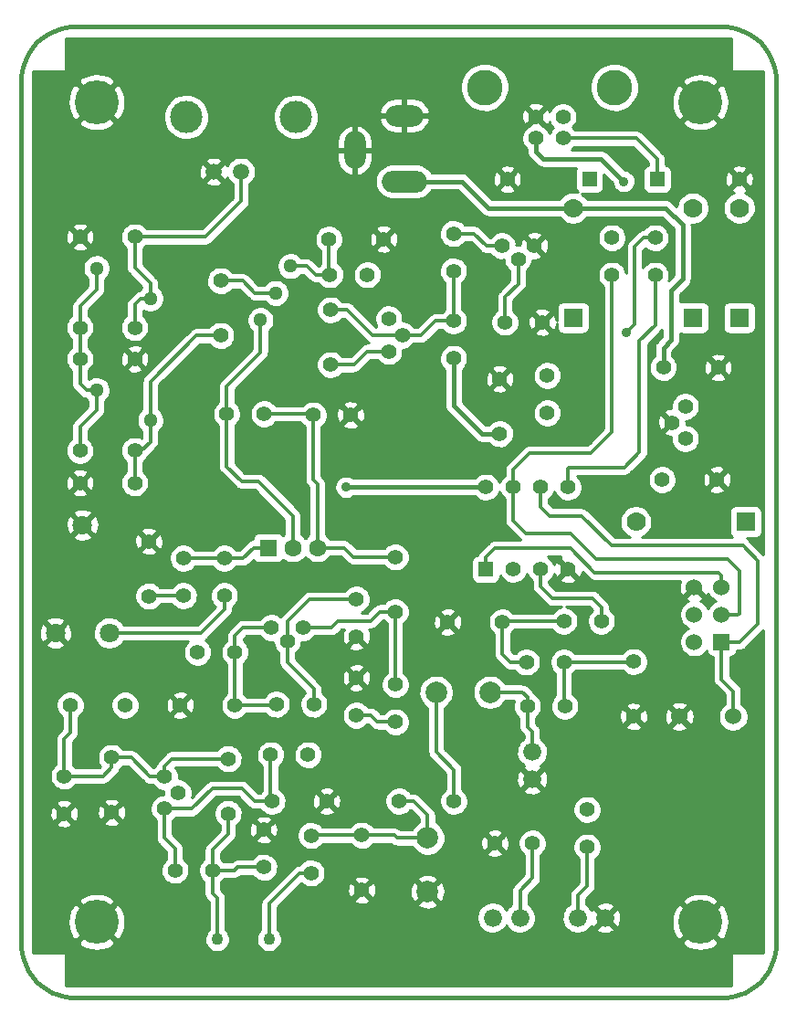
<source format=gbl>
G04 (created by PCBNEW-RS274X (2011-nov-30)-testing) date Thu 19 Apr 2012 12:12:55 AM PDT*
G01*
G70*
G90*
%MOIN*%
G04 Gerber Fmt 3.4, Leading zero omitted, Abs format*
%FSLAX34Y34*%
G04 APERTURE LIST*
%ADD10C,0.006000*%
%ADD11C,0.015000*%
%ADD12C,0.055000*%
%ADD13R,0.055000X0.055000*%
%ADD14C,0.070000*%
%ADD15R,0.070000X0.070000*%
%ADD16R,0.060000X0.060000*%
%ADD17C,0.060000*%
%ADD18C,0.118100*%
%ADD19C,0.059100*%
%ADD20C,0.051200*%
%ADD21C,0.055100*%
%ADD22C,0.063000*%
%ADD23R,0.063000X0.063000*%
%ADD24C,0.070900*%
%ADD25C,0.043300*%
%ADD26C,0.078700*%
%ADD27C,0.066000*%
%ADD28C,0.160000*%
%ADD29C,0.129900*%
%ADD30O,0.137800X0.078700*%
%ADD31O,0.165400X0.078700*%
%ADD32O,0.078700X0.137800*%
%ADD33C,0.035000*%
%ADD34C,0.016000*%
%ADD35C,0.012000*%
%ADD36C,0.010000*%
G04 APERTURE END LIST*
G54D10*
G54D11*
X45276Y-55118D02*
X45447Y-55110D01*
X45617Y-55088D01*
X45785Y-55050D01*
X45949Y-54999D01*
X46107Y-54933D01*
X46260Y-54854D01*
X46404Y-54762D01*
X46541Y-54657D01*
X46667Y-54541D01*
X46783Y-54415D01*
X46888Y-54278D01*
X46980Y-54133D01*
X47059Y-53981D01*
X47125Y-53823D01*
X47176Y-53659D01*
X47214Y-53491D01*
X47236Y-53321D01*
X47244Y-53150D01*
X19686Y-53150D02*
X19694Y-53321D01*
X19716Y-53491D01*
X19754Y-53659D01*
X19805Y-53823D01*
X19871Y-53981D01*
X19950Y-54133D01*
X20042Y-54278D01*
X20147Y-54415D01*
X20263Y-54541D01*
X20389Y-54657D01*
X20526Y-54762D01*
X20671Y-54854D01*
X20823Y-54933D01*
X20981Y-54999D01*
X21145Y-55050D01*
X21313Y-55088D01*
X21483Y-55110D01*
X21654Y-55118D01*
X21654Y-19685D02*
X21483Y-19693D01*
X21313Y-19715D01*
X21145Y-19753D01*
X20981Y-19804D01*
X20822Y-19870D01*
X20670Y-19949D01*
X20525Y-20042D01*
X20389Y-20146D01*
X20262Y-20262D01*
X20146Y-20389D01*
X20042Y-20525D01*
X19949Y-20670D01*
X19870Y-20822D01*
X19804Y-20981D01*
X19753Y-21145D01*
X19715Y-21313D01*
X19693Y-21483D01*
X19685Y-21654D01*
X47245Y-21654D02*
X47237Y-21483D01*
X47215Y-21313D01*
X47177Y-21145D01*
X47126Y-20981D01*
X47060Y-20822D01*
X46981Y-20670D01*
X46888Y-20525D01*
X46784Y-20389D01*
X46668Y-20262D01*
X46541Y-20146D01*
X46405Y-20042D01*
X46260Y-19949D01*
X46108Y-19870D01*
X45949Y-19804D01*
X45785Y-19753D01*
X45617Y-19715D01*
X45447Y-19693D01*
X45276Y-19685D01*
X21654Y-19685D02*
X45276Y-19685D01*
X47244Y-53150D02*
X47244Y-21654D01*
X21654Y-55118D02*
X45276Y-55118D01*
X19685Y-21654D02*
X19685Y-53150D01*
G54D12*
X37353Y-30473D03*
X38720Y-30473D03*
X35472Y-27236D03*
X35472Y-28603D03*
X35472Y-30425D03*
X35472Y-31792D03*
X31929Y-44812D03*
X31929Y-43445D03*
X29007Y-44409D03*
X30374Y-44409D03*
X31929Y-40582D03*
X31929Y-41949D03*
X33347Y-43693D03*
X33347Y-45060D03*
X25306Y-50472D03*
X26673Y-50472D03*
X40354Y-48259D03*
X40354Y-49626D03*
X32331Y-28741D03*
X30964Y-28741D03*
X26133Y-42520D03*
X27500Y-42520D03*
X27106Y-39086D03*
X27106Y-40453D03*
X30346Y-33858D03*
X31713Y-33858D03*
X27196Y-33819D03*
X28563Y-33819D03*
X30166Y-46260D03*
X28799Y-46260D03*
X21260Y-47039D03*
X21260Y-48406D03*
X30276Y-49204D03*
X30276Y-50571D03*
X38355Y-49488D03*
X36988Y-49488D03*
X40875Y-41378D03*
X39508Y-41378D03*
X38141Y-42874D03*
X39508Y-42874D03*
X39536Y-44488D03*
X38169Y-44488D03*
X41260Y-27393D03*
X41260Y-28760D03*
X42835Y-27393D03*
X42835Y-28760D03*
X28543Y-50363D03*
X28543Y-48996D03*
X38898Y-33788D03*
X38898Y-32421D03*
G54D13*
X36650Y-39492D03*
G54D12*
X37650Y-39492D03*
X38650Y-39492D03*
X39650Y-39492D03*
X39650Y-36492D03*
X38650Y-36492D03*
X37650Y-36492D03*
X36650Y-36492D03*
G54D14*
X42134Y-37756D03*
G54D15*
X46134Y-37756D03*
G54D14*
X45905Y-26306D03*
G54D15*
X45905Y-30306D03*
G54D14*
X44212Y-26306D03*
G54D15*
X44212Y-30306D03*
G54D14*
X39843Y-26307D03*
G54D15*
X39843Y-30307D03*
G54D13*
X40437Y-25256D03*
G54D12*
X37437Y-25256D03*
G54D13*
X42909Y-25256D03*
G54D12*
X45909Y-25256D03*
X23835Y-30669D03*
X21835Y-30669D03*
X43095Y-36220D03*
X45095Y-36220D03*
X43134Y-32126D03*
X45134Y-32126D03*
X37165Y-34543D03*
X37165Y-32543D03*
X37260Y-41417D03*
X35260Y-41417D03*
X33488Y-47953D03*
X35488Y-47953D03*
X32126Y-49197D03*
X32126Y-51197D03*
X42047Y-42858D03*
X42047Y-44858D03*
X27244Y-48402D03*
X27244Y-46402D03*
X22992Y-46362D03*
X22992Y-48362D03*
X33346Y-39039D03*
X33346Y-41039D03*
X21835Y-35157D03*
X23835Y-35157D03*
X28843Y-47953D03*
X30843Y-47953D03*
X23480Y-44449D03*
X21480Y-44449D03*
X30984Y-30024D03*
X30984Y-32024D03*
X23835Y-27362D03*
X21835Y-27362D03*
X21835Y-31811D03*
X23835Y-31811D03*
X23835Y-36339D03*
X21835Y-36339D03*
X26969Y-30961D03*
X26969Y-28961D03*
X30928Y-27442D03*
X32928Y-27442D03*
X24350Y-40469D03*
X24350Y-38469D03*
X27496Y-44449D03*
X25496Y-44449D03*
G54D16*
X45264Y-42142D03*
G54D17*
X44264Y-42142D03*
X45264Y-41142D03*
X44264Y-41142D03*
X45264Y-40142D03*
X44264Y-40142D03*
G54D18*
X25717Y-22980D03*
X29717Y-22980D03*
G54D19*
X27717Y-24980D03*
X26717Y-24980D03*
G54D20*
X22441Y-28504D03*
X24410Y-29606D03*
X24410Y-34055D03*
X22441Y-32953D03*
X29527Y-28425D03*
X28425Y-30394D03*
X28976Y-29410D03*
G54D21*
X43445Y-34134D03*
X43937Y-34725D03*
X43937Y-33543D03*
X37834Y-28170D03*
X38425Y-27678D03*
X37243Y-27678D03*
X25413Y-47638D03*
X24921Y-47047D03*
X24921Y-48229D03*
X33601Y-30946D03*
X33109Y-30355D03*
X33109Y-31537D03*
X29409Y-42106D03*
X30000Y-41614D03*
X28818Y-41614D03*
G54D22*
X29606Y-38701D03*
X30504Y-38701D03*
G54D23*
X28708Y-38701D03*
G54D24*
X20945Y-41812D03*
X22913Y-41812D03*
X21929Y-37874D03*
G54D25*
X28740Y-52992D03*
X26850Y-52992D03*
G54D26*
X36811Y-43976D03*
X34843Y-43976D03*
X34528Y-51260D03*
X34528Y-49292D03*
G54D27*
X36902Y-52205D03*
X37902Y-52205D03*
X38346Y-47154D03*
X38346Y-46154D03*
X40012Y-52205D03*
X41012Y-52205D03*
G54D17*
X43721Y-44862D03*
X45689Y-44862D03*
G54D28*
X22441Y-22441D03*
X44488Y-22441D03*
X44488Y-52362D03*
X22441Y-52362D03*
G54D12*
X25610Y-39086D03*
X25610Y-40453D03*
G54D21*
X38484Y-23760D03*
X39468Y-23760D03*
X39468Y-22973D03*
X38484Y-22973D03*
G54D29*
X41346Y-21902D03*
X36606Y-21902D03*
G54D30*
X33681Y-22933D03*
G54D31*
X33681Y-25335D03*
G54D32*
X31870Y-24193D03*
G54D33*
X31555Y-36496D03*
X41772Y-30866D03*
X41693Y-25335D03*
G54D34*
X43134Y-32126D02*
X43134Y-31414D01*
X43217Y-26307D02*
X39843Y-26307D01*
X39843Y-26307D02*
X36740Y-26307D01*
X35768Y-25335D02*
X33681Y-25335D01*
X36740Y-26307D02*
X35768Y-25335D01*
X43839Y-26929D02*
X43217Y-26307D01*
X43839Y-28898D02*
X43839Y-26929D01*
X43425Y-29312D02*
X43839Y-28898D01*
X43425Y-31123D02*
X43425Y-29312D01*
X43134Y-31414D02*
X43425Y-31123D01*
X31555Y-36496D02*
X31559Y-36492D01*
X31559Y-36492D02*
X36650Y-36492D01*
X35472Y-33504D02*
X36511Y-34543D01*
X36511Y-34543D02*
X37165Y-34543D01*
X35472Y-31792D02*
X35472Y-33504D01*
G54D35*
X38169Y-44488D02*
X38169Y-45236D01*
X38346Y-45413D02*
X38346Y-46154D01*
X38169Y-44153D02*
X38169Y-44488D01*
X38169Y-45236D02*
X38346Y-45413D01*
X36811Y-43976D02*
X37992Y-43976D01*
X37992Y-43976D02*
X38169Y-44153D01*
X37834Y-28170D02*
X37834Y-29076D01*
X37834Y-29076D02*
X37353Y-29557D01*
X37353Y-29557D02*
X37353Y-30473D01*
X46594Y-41477D02*
X46594Y-39173D01*
X38650Y-37213D02*
X38650Y-36492D01*
X45264Y-42142D02*
X45929Y-42142D01*
X45264Y-43512D02*
X45689Y-43937D01*
X45929Y-42142D02*
X46594Y-41477D01*
X45689Y-43937D02*
X45689Y-44862D01*
X45264Y-42142D02*
X45264Y-43512D01*
X46594Y-39173D02*
X46043Y-38622D01*
X38976Y-37539D02*
X38650Y-37213D01*
X46043Y-38622D02*
X41240Y-38622D01*
X41240Y-38622D02*
X40157Y-37539D01*
X40157Y-37539D02*
X38976Y-37539D01*
X42264Y-31142D02*
X42835Y-30571D01*
X39685Y-35768D02*
X41713Y-35768D01*
X39650Y-36492D02*
X39650Y-35803D01*
X42835Y-30571D02*
X42835Y-28760D01*
X42264Y-35217D02*
X42264Y-31142D01*
X39650Y-35803D02*
X39685Y-35768D01*
X41713Y-35768D02*
X42264Y-35217D01*
X37299Y-41378D02*
X37260Y-41417D01*
X39508Y-41378D02*
X37299Y-41378D01*
X37539Y-42874D02*
X38141Y-42874D01*
X37260Y-41417D02*
X37260Y-42595D01*
X37260Y-42595D02*
X37539Y-42874D01*
X37902Y-52205D02*
X37902Y-51212D01*
X38355Y-50759D02*
X38355Y-49488D01*
X37902Y-51212D02*
X38355Y-50759D01*
X33346Y-41039D02*
X33346Y-43692D01*
X30000Y-41614D02*
X31024Y-41614D01*
X33346Y-43692D02*
X33347Y-43693D01*
X31024Y-41614D02*
X31260Y-41378D01*
X32441Y-41378D02*
X32780Y-41039D01*
X32780Y-41039D02*
X33346Y-41039D01*
X31260Y-41378D02*
X32441Y-41378D01*
X28563Y-33819D02*
X30307Y-33819D01*
X33346Y-39039D02*
X31815Y-39039D01*
X30504Y-36371D02*
X30504Y-38701D01*
X30346Y-33858D02*
X30346Y-36213D01*
X30346Y-36213D02*
X30504Y-36371D01*
X30307Y-33819D02*
X30346Y-33858D01*
X31477Y-38701D02*
X30504Y-38701D01*
X31815Y-39039D02*
X31477Y-38701D01*
X27106Y-40965D02*
X26259Y-41812D01*
X26259Y-41812D02*
X22913Y-41812D01*
X27106Y-40453D02*
X27106Y-40965D01*
X29606Y-38701D02*
X29606Y-37539D01*
X27196Y-35740D02*
X27196Y-33819D01*
X28425Y-31575D02*
X28425Y-30394D01*
X27736Y-36280D02*
X27196Y-35740D01*
X27196Y-32804D02*
X28425Y-31575D01*
X29606Y-37539D02*
X28347Y-36280D01*
X28347Y-36280D02*
X27736Y-36280D01*
X27196Y-33819D02*
X27196Y-32804D01*
X24056Y-29606D02*
X23835Y-29827D01*
X27717Y-26063D02*
X26418Y-27362D01*
X23835Y-29827D02*
X23835Y-30669D01*
X24410Y-29606D02*
X24410Y-29055D01*
X23835Y-28480D02*
X23835Y-27362D01*
X27717Y-24980D02*
X27717Y-26063D01*
X24410Y-29606D02*
X24056Y-29606D01*
X26418Y-27362D02*
X23835Y-27362D01*
X24410Y-29055D02*
X23835Y-28480D01*
X36233Y-27236D02*
X36675Y-27678D01*
X36675Y-27678D02*
X37243Y-27678D01*
X35472Y-27236D02*
X36233Y-27236D01*
X26673Y-49725D02*
X26673Y-50472D01*
X27244Y-49154D02*
X26673Y-49725D01*
X27244Y-48402D02*
X27244Y-49154D01*
X28543Y-50363D02*
X27589Y-50363D01*
X27589Y-50363D02*
X27480Y-50472D01*
X27480Y-50472D02*
X26673Y-50472D01*
X26673Y-51319D02*
X26673Y-50472D01*
X26850Y-52992D02*
X26850Y-51496D01*
X26850Y-51496D02*
X26673Y-51319D01*
X39468Y-23760D02*
X42146Y-23760D01*
X42411Y-27393D02*
X42835Y-27393D01*
X42087Y-27717D02*
X42411Y-27393D01*
X42146Y-23760D02*
X42909Y-24523D01*
X42909Y-24523D02*
X42909Y-25256D01*
X42087Y-30551D02*
X42087Y-27717D01*
X41772Y-30866D02*
X42087Y-30551D01*
X25610Y-40453D02*
X24366Y-40453D01*
X24366Y-40453D02*
X24350Y-40469D01*
X30276Y-50571D02*
X29862Y-50571D01*
X29862Y-50571D02*
X28740Y-51693D01*
X28740Y-51693D02*
X28740Y-52992D01*
X35488Y-46807D02*
X35488Y-47953D01*
X34843Y-46162D02*
X35488Y-46807D01*
X34843Y-43976D02*
X34843Y-46162D01*
X39094Y-40551D02*
X40551Y-40551D01*
X38650Y-39492D02*
X38650Y-40107D01*
X40551Y-40551D02*
X40875Y-40875D01*
X38650Y-40107D02*
X39094Y-40551D01*
X40875Y-40875D02*
X40875Y-41378D01*
G54D34*
X38741Y-24508D02*
X38484Y-24251D01*
X38484Y-24251D02*
X38484Y-23760D01*
X41693Y-25335D02*
X40866Y-24508D01*
X40866Y-24508D02*
X38741Y-24508D01*
G54D35*
X39508Y-44460D02*
X39536Y-44488D01*
X42031Y-42874D02*
X42047Y-42858D01*
X39508Y-42874D02*
X39508Y-44460D01*
X39508Y-42874D02*
X42031Y-42874D01*
X32521Y-30946D02*
X33601Y-30946D01*
X35472Y-28603D02*
X35472Y-30425D01*
X31599Y-30024D02*
X32521Y-30946D01*
X33601Y-30946D02*
X34290Y-30946D01*
X30984Y-30024D02*
X31599Y-30024D01*
X34811Y-30425D02*
X35472Y-30425D01*
X34290Y-30946D02*
X34811Y-30425D01*
X27106Y-39086D02*
X25610Y-39086D01*
X28169Y-38701D02*
X27784Y-39086D01*
X28708Y-38701D02*
X28169Y-38701D01*
X27784Y-39086D02*
X27106Y-39086D01*
X25306Y-49676D02*
X25306Y-50472D01*
X24921Y-48229D02*
X24921Y-49291D01*
X26673Y-47480D02*
X27736Y-47480D01*
X28799Y-47909D02*
X28843Y-47953D01*
X28209Y-47953D02*
X28843Y-47953D01*
X24921Y-49291D02*
X25306Y-49676D01*
X28799Y-46260D02*
X28799Y-47909D01*
X24921Y-48229D02*
X25924Y-48229D01*
X25924Y-48229D02*
X26673Y-47480D01*
X27736Y-47480D02*
X28209Y-47953D01*
X40012Y-51386D02*
X40354Y-51044D01*
X40012Y-52205D02*
X40012Y-51386D01*
X40354Y-51044D02*
X40354Y-49626D01*
X24389Y-47047D02*
X23704Y-46362D01*
X22992Y-46362D02*
X22992Y-46732D01*
X24921Y-47047D02*
X24921Y-46674D01*
X24921Y-47047D02*
X24389Y-47047D01*
X24921Y-46674D02*
X25193Y-46402D01*
X21260Y-47039D02*
X21260Y-45669D01*
X22992Y-46732D02*
X22685Y-47039D01*
X21480Y-45449D02*
X21480Y-44449D01*
X25193Y-46402D02*
X27244Y-46402D01*
X22685Y-47039D02*
X21260Y-47039D01*
X21260Y-45669D02*
X21480Y-45449D01*
X23704Y-46362D02*
X22992Y-46362D01*
X33488Y-47953D02*
X34016Y-47953D01*
X32126Y-49197D02*
X30283Y-49197D01*
X34016Y-47953D02*
X34528Y-48465D01*
X33406Y-49292D02*
X34528Y-49292D01*
X30283Y-49197D02*
X30276Y-49204D01*
X33311Y-49197D02*
X33406Y-49292D01*
X32126Y-49197D02*
X33311Y-49197D01*
X34528Y-48465D02*
X34528Y-49292D01*
X30984Y-32024D02*
X31834Y-32024D01*
X32321Y-31537D02*
X33109Y-31537D01*
X31834Y-32024D02*
X32321Y-31537D01*
X30928Y-28705D02*
X30964Y-28741D01*
X30434Y-28741D02*
X30118Y-28425D01*
X30928Y-27442D02*
X30928Y-28705D01*
X30118Y-28425D02*
X29527Y-28425D01*
X30964Y-28741D02*
X30434Y-28741D01*
X26969Y-30961D02*
X26086Y-30961D01*
X26086Y-30961D02*
X24410Y-32637D01*
X23835Y-36339D02*
X23835Y-35157D01*
X23835Y-35157D02*
X24095Y-35157D01*
X24095Y-35157D02*
X24410Y-34842D01*
X24410Y-32637D02*
X24410Y-34055D01*
X24410Y-34842D02*
X24410Y-34055D01*
X22441Y-33681D02*
X22441Y-32953D01*
X22441Y-29291D02*
X22441Y-28504D01*
X21835Y-32721D02*
X21835Y-31811D01*
X21835Y-34287D02*
X22441Y-33681D01*
X22441Y-32953D02*
X22067Y-32953D01*
X21835Y-29897D02*
X22441Y-29291D01*
X21835Y-30669D02*
X21835Y-31811D01*
X21835Y-30669D02*
X21835Y-29897D01*
X21835Y-35157D02*
X21835Y-34287D01*
X22067Y-32953D02*
X21835Y-32721D01*
X28976Y-29410D02*
X28229Y-29410D01*
X27780Y-28961D02*
X26969Y-28961D01*
X28229Y-29410D02*
X27780Y-28961D01*
X32450Y-44812D02*
X32698Y-45060D01*
X32698Y-45060D02*
X33347Y-45060D01*
X31929Y-44812D02*
X32450Y-44812D01*
X27500Y-41909D02*
X27500Y-42520D01*
X27500Y-42520D02*
X27500Y-44445D01*
X27500Y-44445D02*
X27496Y-44449D01*
X28967Y-44449D02*
X29007Y-44409D01*
X27496Y-44449D02*
X28967Y-44449D01*
X28818Y-41614D02*
X27795Y-41614D01*
X27795Y-41614D02*
X27500Y-41909D01*
X29409Y-41399D02*
X30226Y-40582D01*
X30374Y-44409D02*
X30374Y-43858D01*
X29409Y-42106D02*
X29409Y-41399D01*
X30226Y-40582D02*
X31929Y-40582D01*
X30374Y-43858D02*
X29409Y-42893D01*
X29409Y-42893D02*
X29409Y-42106D01*
X39744Y-38720D02*
X36988Y-38720D01*
X36988Y-38720D02*
X36650Y-39058D01*
X40630Y-39606D02*
X39744Y-38720D01*
X45264Y-39713D02*
X45157Y-39606D01*
X45157Y-39606D02*
X40630Y-39606D01*
X45264Y-40142D02*
X45264Y-39713D01*
X36650Y-39058D02*
X36650Y-39492D01*
X45472Y-39114D02*
X40689Y-39114D01*
X37650Y-35854D02*
X37650Y-36492D01*
X38109Y-38169D02*
X37650Y-37710D01*
X40689Y-39114D02*
X39744Y-38169D01*
X38248Y-35256D02*
X37650Y-35854D01*
X39744Y-38169D02*
X38109Y-38169D01*
X45906Y-41102D02*
X45906Y-39548D01*
X45866Y-41142D02*
X45906Y-41102D01*
X40492Y-35256D02*
X38248Y-35256D01*
X41260Y-28760D02*
X41260Y-34488D01*
X41260Y-34488D02*
X40492Y-35256D01*
X45906Y-39548D02*
X45472Y-39114D01*
X45264Y-41142D02*
X45866Y-41142D01*
X37650Y-37710D02*
X37650Y-36492D01*
G54D10*
G36*
X46800Y-53493D02*
X45619Y-53493D01*
X45619Y-54674D01*
X45542Y-54674D01*
X45542Y-52357D01*
X45521Y-52152D01*
X45460Y-51955D01*
X45369Y-51784D01*
X45224Y-51697D01*
X45153Y-51768D01*
X45153Y-51626D01*
X45066Y-51481D01*
X44885Y-51385D01*
X44687Y-51327D01*
X44483Y-51308D01*
X44278Y-51329D01*
X44272Y-51330D01*
X44272Y-44836D01*
X44256Y-44730D01*
X44220Y-44629D01*
X44194Y-44580D01*
X44101Y-44553D01*
X44030Y-44624D01*
X44030Y-44482D01*
X44003Y-44389D01*
X43906Y-44343D01*
X43802Y-44317D01*
X43695Y-44311D01*
X43589Y-44327D01*
X43488Y-44363D01*
X43439Y-44389D01*
X43412Y-44482D01*
X43721Y-44791D01*
X44030Y-44482D01*
X44030Y-44624D01*
X43792Y-44862D01*
X44101Y-45171D01*
X44194Y-45144D01*
X44240Y-45047D01*
X44266Y-44943D01*
X44272Y-44836D01*
X44272Y-51330D01*
X44081Y-51390D01*
X44030Y-51417D01*
X44030Y-45242D01*
X43721Y-44933D01*
X43650Y-45004D01*
X43650Y-44862D01*
X43341Y-44553D01*
X43248Y-44580D01*
X43202Y-44677D01*
X43176Y-44781D01*
X43170Y-44888D01*
X43186Y-44994D01*
X43222Y-45095D01*
X43248Y-45144D01*
X43341Y-45171D01*
X43650Y-44862D01*
X43650Y-45004D01*
X43412Y-45242D01*
X43439Y-45335D01*
X43536Y-45381D01*
X43640Y-45407D01*
X43747Y-45413D01*
X43853Y-45397D01*
X43954Y-45361D01*
X44003Y-45335D01*
X44030Y-45242D01*
X44030Y-51417D01*
X43910Y-51481D01*
X43823Y-51626D01*
X44488Y-52291D01*
X45153Y-51626D01*
X45153Y-51768D01*
X44559Y-52362D01*
X45224Y-53027D01*
X45369Y-52940D01*
X45465Y-52759D01*
X45523Y-52561D01*
X45542Y-52357D01*
X45542Y-54674D01*
X45153Y-54674D01*
X45153Y-53098D01*
X44488Y-52433D01*
X44417Y-52504D01*
X44417Y-52362D01*
X43752Y-51697D01*
X43607Y-51784D01*
X43511Y-51965D01*
X43453Y-52163D01*
X43434Y-52367D01*
X43455Y-52572D01*
X43516Y-52769D01*
X43607Y-52940D01*
X43752Y-53027D01*
X44417Y-52362D01*
X44417Y-52504D01*
X43823Y-53098D01*
X43910Y-53243D01*
X44091Y-53339D01*
X44289Y-53397D01*
X44493Y-53416D01*
X44698Y-53395D01*
X44895Y-53334D01*
X45066Y-53243D01*
X45153Y-53098D01*
X45153Y-54674D01*
X42574Y-54674D01*
X42574Y-44830D01*
X42571Y-44811D01*
X42571Y-42807D01*
X42551Y-42706D01*
X42512Y-42611D01*
X42455Y-42526D01*
X42383Y-42453D01*
X42298Y-42395D01*
X42203Y-42355D01*
X42102Y-42334D01*
X42000Y-42334D01*
X41899Y-42353D01*
X41803Y-42391D01*
X41717Y-42447D01*
X41644Y-42519D01*
X41613Y-42564D01*
X39930Y-42564D01*
X39916Y-42542D01*
X39844Y-42469D01*
X39759Y-42411D01*
X39664Y-42371D01*
X39563Y-42350D01*
X39461Y-42350D01*
X39360Y-42369D01*
X39264Y-42407D01*
X39178Y-42463D01*
X39105Y-42535D01*
X39047Y-42620D01*
X39006Y-42714D01*
X38985Y-42815D01*
X38983Y-42918D01*
X39002Y-43019D01*
X39040Y-43114D01*
X39095Y-43201D01*
X39166Y-43275D01*
X39198Y-43296D01*
X39198Y-44084D01*
X39133Y-44149D01*
X39075Y-44234D01*
X39034Y-44328D01*
X39013Y-44429D01*
X39011Y-44532D01*
X39030Y-44633D01*
X39068Y-44728D01*
X39123Y-44815D01*
X39194Y-44889D01*
X39279Y-44947D01*
X39373Y-44989D01*
X39473Y-45011D01*
X39576Y-45013D01*
X39677Y-44995D01*
X39773Y-44958D01*
X39860Y-44903D01*
X39934Y-44832D01*
X39994Y-44748D01*
X40035Y-44655D01*
X40058Y-44554D01*
X40060Y-44437D01*
X40040Y-44336D01*
X40001Y-44241D01*
X39944Y-44156D01*
X39872Y-44083D01*
X39818Y-44046D01*
X39818Y-43297D01*
X39832Y-43289D01*
X39906Y-43218D01*
X39930Y-43184D01*
X41633Y-43184D01*
X41634Y-43185D01*
X41705Y-43259D01*
X41790Y-43317D01*
X41884Y-43359D01*
X41984Y-43381D01*
X42087Y-43383D01*
X42188Y-43365D01*
X42284Y-43328D01*
X42371Y-43273D01*
X42445Y-43202D01*
X42505Y-43118D01*
X42546Y-43025D01*
X42569Y-42924D01*
X42571Y-42807D01*
X42571Y-44811D01*
X42558Y-44729D01*
X42524Y-44632D01*
X42500Y-44590D01*
X42409Y-44567D01*
X42338Y-44638D01*
X42338Y-44496D01*
X42315Y-44405D01*
X42222Y-44361D01*
X42122Y-44336D01*
X42019Y-44331D01*
X41918Y-44347D01*
X41821Y-44381D01*
X41779Y-44405D01*
X41756Y-44496D01*
X42047Y-44787D01*
X42338Y-44496D01*
X42338Y-44638D01*
X42118Y-44858D01*
X42409Y-45149D01*
X42500Y-45126D01*
X42544Y-45033D01*
X42569Y-44933D01*
X42574Y-44830D01*
X42574Y-54674D01*
X42338Y-54674D01*
X42338Y-45220D01*
X42047Y-44929D01*
X41976Y-45000D01*
X41976Y-44858D01*
X41685Y-44567D01*
X41594Y-44590D01*
X41550Y-44683D01*
X41525Y-44783D01*
X41520Y-44886D01*
X41536Y-44987D01*
X41570Y-45084D01*
X41594Y-45126D01*
X41685Y-45149D01*
X41976Y-44858D01*
X41976Y-45000D01*
X41756Y-45220D01*
X41779Y-45311D01*
X41872Y-45355D01*
X41972Y-45380D01*
X42075Y-45385D01*
X42176Y-45369D01*
X42273Y-45335D01*
X42315Y-45311D01*
X42338Y-45220D01*
X42338Y-54674D01*
X41592Y-54674D01*
X41592Y-52180D01*
X41576Y-52067D01*
X41538Y-51960D01*
X41510Y-51905D01*
X41413Y-51875D01*
X41342Y-51946D01*
X41342Y-51804D01*
X41312Y-51707D01*
X41209Y-51658D01*
X41100Y-51631D01*
X40987Y-51625D01*
X40874Y-51641D01*
X40767Y-51679D01*
X40712Y-51707D01*
X40682Y-51804D01*
X41012Y-52134D01*
X41342Y-51804D01*
X41342Y-51946D01*
X41083Y-52205D01*
X41413Y-52535D01*
X41510Y-52505D01*
X41559Y-52402D01*
X41586Y-52293D01*
X41592Y-52180D01*
X41592Y-54674D01*
X41342Y-54674D01*
X41342Y-52606D01*
X41012Y-52276D01*
X40941Y-52347D01*
X40941Y-52205D01*
X40611Y-51875D01*
X40514Y-51905D01*
X40511Y-51910D01*
X40463Y-51837D01*
X40383Y-51757D01*
X40322Y-51715D01*
X40322Y-51514D01*
X40571Y-51265D01*
X40573Y-51264D01*
X40596Y-51234D01*
X40610Y-51219D01*
X40611Y-51217D01*
X40639Y-51166D01*
X40639Y-51165D01*
X40640Y-51164D01*
X40657Y-51108D01*
X40658Y-51105D01*
X40659Y-51084D01*
X40664Y-51048D01*
X40664Y-51044D01*
X40664Y-50049D01*
X40678Y-50041D01*
X40752Y-49970D01*
X40812Y-49886D01*
X40853Y-49793D01*
X40876Y-49692D01*
X40878Y-49575D01*
X40878Y-48208D01*
X40858Y-48107D01*
X40819Y-48012D01*
X40762Y-47927D01*
X40690Y-47854D01*
X40605Y-47796D01*
X40510Y-47756D01*
X40409Y-47735D01*
X40307Y-47735D01*
X40206Y-47754D01*
X40110Y-47792D01*
X40024Y-47848D01*
X39951Y-47920D01*
X39893Y-48005D01*
X39852Y-48099D01*
X39831Y-48200D01*
X39829Y-48303D01*
X39848Y-48404D01*
X39886Y-48499D01*
X39941Y-48586D01*
X40012Y-48660D01*
X40097Y-48718D01*
X40191Y-48760D01*
X40291Y-48782D01*
X40394Y-48784D01*
X40495Y-48766D01*
X40591Y-48729D01*
X40678Y-48674D01*
X40752Y-48603D01*
X40812Y-48519D01*
X40853Y-48426D01*
X40876Y-48325D01*
X40878Y-48208D01*
X40878Y-49575D01*
X40858Y-49474D01*
X40819Y-49379D01*
X40762Y-49294D01*
X40690Y-49221D01*
X40605Y-49163D01*
X40510Y-49123D01*
X40409Y-49102D01*
X40307Y-49102D01*
X40206Y-49121D01*
X40110Y-49159D01*
X40024Y-49215D01*
X39951Y-49287D01*
X39893Y-49372D01*
X39852Y-49466D01*
X39831Y-49567D01*
X39829Y-49670D01*
X39848Y-49771D01*
X39886Y-49866D01*
X39941Y-49953D01*
X40012Y-50027D01*
X40044Y-50048D01*
X40044Y-50915D01*
X39793Y-51167D01*
X39781Y-51181D01*
X39756Y-51211D01*
X39727Y-51264D01*
X39726Y-51264D01*
X39726Y-51266D01*
X39708Y-51325D01*
X39704Y-51364D01*
X39702Y-51382D01*
X39702Y-51385D01*
X39702Y-51386D01*
X39702Y-51716D01*
X39647Y-51752D01*
X39566Y-51831D01*
X39502Y-51925D01*
X39457Y-52029D01*
X39434Y-52140D01*
X39432Y-52254D01*
X39453Y-52366D01*
X39495Y-52471D01*
X39556Y-52567D01*
X39635Y-52648D01*
X39728Y-52713D01*
X39832Y-52758D01*
X39943Y-52783D01*
X40057Y-52785D01*
X40169Y-52765D01*
X40275Y-52724D01*
X40370Y-52663D01*
X40453Y-52585D01*
X40511Y-52500D01*
X40514Y-52505D01*
X40611Y-52535D01*
X40941Y-52205D01*
X40941Y-52347D01*
X40682Y-52606D01*
X40712Y-52703D01*
X40815Y-52752D01*
X40924Y-52779D01*
X41037Y-52785D01*
X41150Y-52769D01*
X41257Y-52731D01*
X41312Y-52703D01*
X41342Y-52606D01*
X41342Y-54674D01*
X38926Y-54674D01*
X38926Y-47129D01*
X38925Y-47121D01*
X38925Y-46097D01*
X38903Y-45986D01*
X38860Y-45881D01*
X38797Y-45786D01*
X38717Y-45706D01*
X38656Y-45664D01*
X38656Y-45413D01*
X38652Y-45377D01*
X38651Y-45356D01*
X38650Y-45353D01*
X38634Y-45298D01*
X38633Y-45297D01*
X38633Y-45295D01*
X38605Y-45244D01*
X38604Y-45241D01*
X38584Y-45217D01*
X38568Y-45196D01*
X38566Y-45195D01*
X38565Y-45194D01*
X38479Y-45108D01*
X38479Y-44911D01*
X38493Y-44903D01*
X38567Y-44832D01*
X38627Y-44748D01*
X38668Y-44655D01*
X38691Y-44554D01*
X38693Y-44437D01*
X38673Y-44336D01*
X38634Y-44241D01*
X38577Y-44156D01*
X38505Y-44083D01*
X38461Y-44053D01*
X38457Y-44038D01*
X38456Y-44037D01*
X38456Y-44035D01*
X38428Y-43984D01*
X38427Y-43981D01*
X38407Y-43957D01*
X38391Y-43936D01*
X38389Y-43935D01*
X38388Y-43934D01*
X38213Y-43759D01*
X38211Y-43757D01*
X38197Y-43745D01*
X38167Y-43720D01*
X38165Y-43719D01*
X38114Y-43691D01*
X38113Y-43690D01*
X38112Y-43690D01*
X38056Y-43673D01*
X38053Y-43672D01*
X38014Y-43668D01*
X37996Y-43666D01*
X37993Y-43666D01*
X37992Y-43666D01*
X37376Y-43666D01*
X37312Y-43568D01*
X37223Y-43478D01*
X37118Y-43408D01*
X37002Y-43359D01*
X36879Y-43333D01*
X36752Y-43333D01*
X36629Y-43356D01*
X36512Y-43403D01*
X36406Y-43472D01*
X36316Y-43561D01*
X36245Y-43665D01*
X36195Y-43781D01*
X36169Y-43904D01*
X36167Y-44030D01*
X36190Y-44154D01*
X36236Y-44271D01*
X36305Y-44377D01*
X36392Y-44468D01*
X36496Y-44540D01*
X36611Y-44590D01*
X36734Y-44618D01*
X36861Y-44620D01*
X36985Y-44598D01*
X37102Y-44553D01*
X37209Y-44485D01*
X37300Y-44398D01*
X37373Y-44295D01*
X37376Y-44286D01*
X37685Y-44286D01*
X37667Y-44328D01*
X37646Y-44429D01*
X37644Y-44532D01*
X37663Y-44633D01*
X37701Y-44728D01*
X37756Y-44815D01*
X37827Y-44889D01*
X37859Y-44910D01*
X37859Y-45233D01*
X37859Y-45236D01*
X37860Y-45251D01*
X37864Y-45293D01*
X37865Y-45296D01*
X37881Y-45351D01*
X37882Y-45354D01*
X37898Y-45384D01*
X37909Y-45405D01*
X37910Y-45406D01*
X37911Y-45408D01*
X37931Y-45432D01*
X37947Y-45452D01*
X37949Y-45454D01*
X37950Y-45455D01*
X38036Y-45541D01*
X38036Y-45665D01*
X37981Y-45701D01*
X37900Y-45780D01*
X37836Y-45874D01*
X37791Y-45978D01*
X37768Y-46089D01*
X37766Y-46203D01*
X37787Y-46315D01*
X37829Y-46420D01*
X37890Y-46516D01*
X37969Y-46597D01*
X38050Y-46653D01*
X38046Y-46656D01*
X38016Y-46753D01*
X38346Y-47083D01*
X38676Y-46753D01*
X38646Y-46656D01*
X38639Y-46653D01*
X38704Y-46612D01*
X38787Y-46534D01*
X38852Y-46441D01*
X38898Y-46337D01*
X38923Y-46227D01*
X38925Y-46097D01*
X38925Y-47121D01*
X38910Y-47016D01*
X38872Y-46909D01*
X38844Y-46854D01*
X38747Y-46824D01*
X38417Y-47154D01*
X38747Y-47484D01*
X38844Y-47454D01*
X38893Y-47351D01*
X38920Y-47242D01*
X38926Y-47129D01*
X38926Y-54674D01*
X38879Y-54674D01*
X38879Y-49437D01*
X38859Y-49336D01*
X38820Y-49241D01*
X38763Y-49156D01*
X38691Y-49083D01*
X38676Y-49072D01*
X38676Y-47555D01*
X38346Y-47225D01*
X38275Y-47296D01*
X38275Y-47154D01*
X37945Y-46824D01*
X37848Y-46854D01*
X37799Y-46957D01*
X37772Y-47066D01*
X37766Y-47179D01*
X37782Y-47292D01*
X37820Y-47399D01*
X37848Y-47454D01*
X37945Y-47484D01*
X38275Y-47154D01*
X38275Y-47296D01*
X38016Y-47555D01*
X38046Y-47652D01*
X38149Y-47701D01*
X38258Y-47728D01*
X38371Y-47734D01*
X38484Y-47718D01*
X38591Y-47680D01*
X38646Y-47652D01*
X38676Y-47555D01*
X38676Y-49072D01*
X38606Y-49025D01*
X38511Y-48985D01*
X38410Y-48964D01*
X38308Y-48964D01*
X38207Y-48983D01*
X38111Y-49021D01*
X38025Y-49077D01*
X37952Y-49149D01*
X37894Y-49234D01*
X37853Y-49328D01*
X37832Y-49429D01*
X37830Y-49532D01*
X37849Y-49633D01*
X37887Y-49728D01*
X37942Y-49815D01*
X38013Y-49889D01*
X38045Y-49910D01*
X38045Y-50630D01*
X37683Y-50993D01*
X37671Y-51007D01*
X37646Y-51037D01*
X37617Y-51090D01*
X37616Y-51090D01*
X37616Y-51092D01*
X37598Y-51151D01*
X37594Y-51190D01*
X37592Y-51208D01*
X37592Y-51211D01*
X37592Y-51212D01*
X37592Y-51716D01*
X37537Y-51752D01*
X37515Y-51773D01*
X37515Y-49460D01*
X37499Y-49359D01*
X37465Y-49262D01*
X37441Y-49220D01*
X37350Y-49197D01*
X37279Y-49268D01*
X37279Y-49126D01*
X37256Y-49035D01*
X37163Y-48991D01*
X37063Y-48966D01*
X36960Y-48961D01*
X36859Y-48977D01*
X36762Y-49011D01*
X36720Y-49035D01*
X36697Y-49126D01*
X36988Y-49417D01*
X37279Y-49126D01*
X37279Y-49268D01*
X37059Y-49488D01*
X37350Y-49779D01*
X37441Y-49756D01*
X37485Y-49663D01*
X37510Y-49563D01*
X37515Y-49460D01*
X37515Y-51773D01*
X37456Y-51831D01*
X37401Y-51910D01*
X37353Y-51837D01*
X37279Y-51763D01*
X37279Y-49850D01*
X36988Y-49559D01*
X36917Y-49630D01*
X36917Y-49488D01*
X36626Y-49197D01*
X36535Y-49220D01*
X36491Y-49313D01*
X36466Y-49413D01*
X36461Y-49516D01*
X36477Y-49617D01*
X36511Y-49714D01*
X36535Y-49756D01*
X36626Y-49779D01*
X36917Y-49488D01*
X36917Y-49630D01*
X36697Y-49850D01*
X36720Y-49941D01*
X36813Y-49985D01*
X36913Y-50010D01*
X37016Y-50015D01*
X37117Y-49999D01*
X37214Y-49965D01*
X37256Y-49941D01*
X37279Y-49850D01*
X37279Y-51763D01*
X37273Y-51757D01*
X37179Y-51693D01*
X37074Y-51649D01*
X36963Y-51626D01*
X36849Y-51626D01*
X36738Y-51647D01*
X36632Y-51690D01*
X36537Y-51752D01*
X36456Y-51831D01*
X36392Y-51925D01*
X36347Y-52029D01*
X36324Y-52140D01*
X36322Y-52254D01*
X36343Y-52366D01*
X36385Y-52471D01*
X36446Y-52567D01*
X36525Y-52648D01*
X36618Y-52713D01*
X36722Y-52758D01*
X36833Y-52783D01*
X36947Y-52785D01*
X37059Y-52765D01*
X37165Y-52724D01*
X37260Y-52663D01*
X37343Y-52585D01*
X37402Y-52499D01*
X37446Y-52567D01*
X37525Y-52648D01*
X37618Y-52713D01*
X37722Y-52758D01*
X37833Y-52783D01*
X37947Y-52785D01*
X38059Y-52765D01*
X38165Y-52724D01*
X38260Y-52663D01*
X38343Y-52585D01*
X38408Y-52492D01*
X38454Y-52388D01*
X38479Y-52278D01*
X38481Y-52148D01*
X38459Y-52037D01*
X38416Y-51932D01*
X38353Y-51837D01*
X38273Y-51757D01*
X38212Y-51715D01*
X38212Y-51340D01*
X38572Y-50980D01*
X38574Y-50979D01*
X38597Y-50949D01*
X38611Y-50934D01*
X38612Y-50932D01*
X38640Y-50881D01*
X38640Y-50880D01*
X38641Y-50879D01*
X38658Y-50823D01*
X38659Y-50820D01*
X38660Y-50799D01*
X38665Y-50763D01*
X38665Y-50759D01*
X38665Y-49911D01*
X38679Y-49903D01*
X38753Y-49832D01*
X38813Y-49748D01*
X38854Y-49655D01*
X38877Y-49554D01*
X38879Y-49437D01*
X38879Y-54674D01*
X36012Y-54674D01*
X36012Y-47902D01*
X35992Y-47801D01*
X35953Y-47706D01*
X35896Y-47621D01*
X35824Y-47548D01*
X35798Y-47530D01*
X35798Y-46810D01*
X35798Y-46807D01*
X35796Y-46792D01*
X35793Y-46750D01*
X35792Y-46747D01*
X35787Y-46729D01*
X35787Y-41389D01*
X35771Y-41288D01*
X35737Y-41191D01*
X35713Y-41149D01*
X35622Y-41126D01*
X35551Y-41197D01*
X35551Y-41055D01*
X35528Y-40964D01*
X35435Y-40920D01*
X35335Y-40895D01*
X35232Y-40890D01*
X35131Y-40906D01*
X35034Y-40940D01*
X34992Y-40964D01*
X34969Y-41055D01*
X35260Y-41346D01*
X35551Y-41055D01*
X35551Y-41197D01*
X35331Y-41417D01*
X35622Y-41708D01*
X35713Y-41685D01*
X35757Y-41592D01*
X35782Y-41492D01*
X35787Y-41389D01*
X35787Y-46729D01*
X35776Y-46692D01*
X35775Y-46691D01*
X35775Y-46689D01*
X35747Y-46638D01*
X35746Y-46635D01*
X35717Y-46599D01*
X35710Y-46591D01*
X35708Y-46589D01*
X35707Y-46588D01*
X35551Y-46432D01*
X35551Y-41779D01*
X35260Y-41488D01*
X35189Y-41559D01*
X35189Y-41417D01*
X34898Y-41126D01*
X34807Y-41149D01*
X34763Y-41242D01*
X34738Y-41342D01*
X34733Y-41445D01*
X34749Y-41546D01*
X34783Y-41643D01*
X34807Y-41685D01*
X34898Y-41708D01*
X35189Y-41417D01*
X35189Y-41559D01*
X34969Y-41779D01*
X34992Y-41870D01*
X35085Y-41914D01*
X35185Y-41939D01*
X35288Y-41944D01*
X35389Y-41928D01*
X35486Y-41894D01*
X35528Y-41870D01*
X35551Y-41779D01*
X35551Y-46432D01*
X35153Y-46034D01*
X35153Y-44540D01*
X35241Y-44485D01*
X35332Y-44398D01*
X35405Y-44295D01*
X35456Y-44180D01*
X35484Y-44057D01*
X35486Y-43913D01*
X35462Y-43789D01*
X35413Y-43673D01*
X35344Y-43568D01*
X35255Y-43478D01*
X35150Y-43408D01*
X35034Y-43359D01*
X34911Y-43333D01*
X34784Y-43333D01*
X34661Y-43356D01*
X34544Y-43403D01*
X34438Y-43472D01*
X34348Y-43561D01*
X34277Y-43665D01*
X34227Y-43781D01*
X34201Y-43904D01*
X34199Y-44030D01*
X34222Y-44154D01*
X34268Y-44271D01*
X34337Y-44377D01*
X34424Y-44468D01*
X34528Y-44540D01*
X34533Y-44542D01*
X34533Y-46159D01*
X34533Y-46162D01*
X34534Y-46177D01*
X34538Y-46219D01*
X34539Y-46222D01*
X34555Y-46277D01*
X34556Y-46280D01*
X34572Y-46310D01*
X34583Y-46331D01*
X34584Y-46332D01*
X34585Y-46334D01*
X34605Y-46358D01*
X34621Y-46378D01*
X34623Y-46380D01*
X34624Y-46381D01*
X35178Y-46935D01*
X35178Y-47528D01*
X35158Y-47542D01*
X35085Y-47614D01*
X35027Y-47699D01*
X34986Y-47793D01*
X34965Y-47894D01*
X34963Y-47997D01*
X34982Y-48098D01*
X35020Y-48193D01*
X35075Y-48280D01*
X35146Y-48354D01*
X35231Y-48412D01*
X35325Y-48454D01*
X35425Y-48476D01*
X35528Y-48478D01*
X35629Y-48460D01*
X35725Y-48423D01*
X35812Y-48368D01*
X35886Y-48297D01*
X35946Y-48213D01*
X35987Y-48120D01*
X36010Y-48019D01*
X36012Y-47902D01*
X36012Y-54674D01*
X35174Y-54674D01*
X35174Y-51237D01*
X35171Y-51213D01*
X35171Y-49229D01*
X35147Y-49105D01*
X35098Y-48989D01*
X35029Y-48884D01*
X34940Y-48794D01*
X34838Y-48726D01*
X34838Y-48468D01*
X34838Y-48465D01*
X34836Y-48450D01*
X34833Y-48408D01*
X34832Y-48405D01*
X34816Y-48350D01*
X34815Y-48349D01*
X34815Y-48347D01*
X34787Y-48296D01*
X34786Y-48293D01*
X34757Y-48257D01*
X34750Y-48249D01*
X34748Y-48247D01*
X34747Y-48246D01*
X34237Y-47736D01*
X34235Y-47734D01*
X34221Y-47722D01*
X34191Y-47697D01*
X34189Y-47696D01*
X34138Y-47668D01*
X34137Y-47667D01*
X34136Y-47667D01*
X34080Y-47650D01*
X34077Y-47649D01*
X34038Y-47645D01*
X34020Y-47643D01*
X34017Y-47643D01*
X34016Y-47643D01*
X33910Y-47643D01*
X33896Y-47621D01*
X33871Y-47595D01*
X33871Y-45009D01*
X33871Y-43642D01*
X33851Y-43541D01*
X33812Y-43446D01*
X33755Y-43361D01*
X33683Y-43288D01*
X33656Y-43269D01*
X33656Y-41462D01*
X33670Y-41454D01*
X33744Y-41383D01*
X33804Y-41299D01*
X33845Y-41206D01*
X33868Y-41105D01*
X33870Y-40988D01*
X33870Y-38988D01*
X33850Y-38887D01*
X33811Y-38792D01*
X33754Y-38707D01*
X33682Y-38634D01*
X33597Y-38576D01*
X33502Y-38536D01*
X33401Y-38515D01*
X33299Y-38515D01*
X33198Y-38534D01*
X33102Y-38572D01*
X33016Y-38628D01*
X32943Y-38700D01*
X32923Y-38729D01*
X31943Y-38729D01*
X31698Y-38484D01*
X31696Y-38482D01*
X31682Y-38470D01*
X31652Y-38445D01*
X31650Y-38444D01*
X31599Y-38416D01*
X31598Y-38415D01*
X31597Y-38415D01*
X31541Y-38398D01*
X31538Y-38397D01*
X31499Y-38393D01*
X31481Y-38391D01*
X31478Y-38391D01*
X31477Y-38391D01*
X30974Y-38391D01*
X30943Y-38343D01*
X30865Y-38265D01*
X30814Y-38230D01*
X30814Y-36371D01*
X30808Y-36313D01*
X30808Y-36311D01*
X30791Y-36255D01*
X30791Y-36253D01*
X30763Y-36202D01*
X30762Y-36199D01*
X30742Y-36175D01*
X30726Y-36154D01*
X30723Y-36151D01*
X30656Y-36084D01*
X30656Y-34281D01*
X30670Y-34273D01*
X30744Y-34202D01*
X30804Y-34118D01*
X30845Y-34025D01*
X30868Y-33924D01*
X30870Y-33807D01*
X30850Y-33706D01*
X30811Y-33611D01*
X30754Y-33526D01*
X30682Y-33453D01*
X30597Y-33395D01*
X30502Y-33355D01*
X30401Y-33334D01*
X30299Y-33334D01*
X30198Y-33353D01*
X30102Y-33391D01*
X30016Y-33447D01*
X29953Y-33509D01*
X29482Y-33509D01*
X29482Y-29360D01*
X29463Y-29263D01*
X29425Y-29171D01*
X29370Y-29088D01*
X29300Y-29018D01*
X29217Y-28963D01*
X29126Y-28924D01*
X29029Y-28904D01*
X28930Y-28904D01*
X28832Y-28922D01*
X28740Y-28960D01*
X28657Y-29014D01*
X28586Y-29083D01*
X28574Y-29100D01*
X28357Y-29100D01*
X28261Y-29004D01*
X28261Y-24927D01*
X28240Y-24822D01*
X28200Y-24724D01*
X28141Y-24635D01*
X28066Y-24559D01*
X27977Y-24499D01*
X27879Y-24458D01*
X27774Y-24436D01*
X27668Y-24436D01*
X27563Y-24456D01*
X27464Y-24495D01*
X27375Y-24554D01*
X27299Y-24628D01*
X27238Y-24716D01*
X27217Y-24763D01*
X27212Y-24748D01*
X27186Y-24701D01*
X27093Y-24675D01*
X27022Y-24746D01*
X27022Y-24604D01*
X26996Y-24511D01*
X26900Y-24466D01*
X26797Y-24440D01*
X26691Y-24435D01*
X26585Y-24450D01*
X26557Y-24459D01*
X26557Y-22898D01*
X26525Y-22736D01*
X26462Y-22584D01*
X26371Y-22447D01*
X26255Y-22330D01*
X26119Y-22238D01*
X25967Y-22174D01*
X25806Y-22141D01*
X25641Y-22139D01*
X25479Y-22170D01*
X25326Y-22232D01*
X25188Y-22322D01*
X25071Y-22437D01*
X24978Y-22573D01*
X24913Y-22724D01*
X24878Y-22886D01*
X24876Y-23050D01*
X24906Y-23212D01*
X24966Y-23365D01*
X25055Y-23504D01*
X25170Y-23622D01*
X25305Y-23717D01*
X25456Y-23783D01*
X25617Y-23818D01*
X25781Y-23822D01*
X25944Y-23793D01*
X26097Y-23733D01*
X26236Y-23645D01*
X26356Y-23532D01*
X26451Y-23397D01*
X26518Y-23247D01*
X26554Y-23086D01*
X26557Y-22898D01*
X26557Y-24459D01*
X26485Y-24485D01*
X26438Y-24511D01*
X26412Y-24604D01*
X26717Y-24909D01*
X27022Y-24604D01*
X27022Y-24746D01*
X26788Y-24980D01*
X27093Y-25285D01*
X27186Y-25259D01*
X27216Y-25193D01*
X27231Y-25230D01*
X27288Y-25319D01*
X27362Y-25396D01*
X27407Y-25427D01*
X27407Y-25935D01*
X27022Y-26320D01*
X27022Y-25356D01*
X26717Y-25051D01*
X26646Y-25122D01*
X26646Y-24980D01*
X26341Y-24675D01*
X26248Y-24701D01*
X26203Y-24797D01*
X26177Y-24900D01*
X26172Y-25006D01*
X26187Y-25112D01*
X26222Y-25212D01*
X26248Y-25259D01*
X26341Y-25285D01*
X26646Y-24980D01*
X26646Y-25122D01*
X26412Y-25356D01*
X26438Y-25449D01*
X26534Y-25494D01*
X26637Y-25520D01*
X26743Y-25525D01*
X26849Y-25510D01*
X26949Y-25475D01*
X26996Y-25449D01*
X27022Y-25356D01*
X27022Y-26320D01*
X26290Y-27052D01*
X24257Y-27052D01*
X24243Y-27030D01*
X24171Y-26957D01*
X24086Y-26899D01*
X23991Y-26859D01*
X23890Y-26838D01*
X23788Y-26838D01*
X23687Y-26857D01*
X23591Y-26895D01*
X23505Y-26951D01*
X23495Y-26960D01*
X23495Y-22436D01*
X23474Y-22231D01*
X23413Y-22034D01*
X23322Y-21863D01*
X23177Y-21776D01*
X23106Y-21847D01*
X23106Y-21705D01*
X23019Y-21560D01*
X22838Y-21464D01*
X22640Y-21406D01*
X22436Y-21387D01*
X22231Y-21408D01*
X22034Y-21469D01*
X21863Y-21560D01*
X21776Y-21705D01*
X22441Y-22370D01*
X23106Y-21705D01*
X23106Y-21847D01*
X22512Y-22441D01*
X23177Y-23106D01*
X23322Y-23019D01*
X23418Y-22838D01*
X23476Y-22640D01*
X23495Y-22436D01*
X23495Y-26960D01*
X23432Y-27023D01*
X23374Y-27108D01*
X23333Y-27202D01*
X23312Y-27303D01*
X23310Y-27406D01*
X23329Y-27507D01*
X23367Y-27602D01*
X23422Y-27689D01*
X23493Y-27763D01*
X23525Y-27784D01*
X23525Y-28477D01*
X23525Y-28480D01*
X23526Y-28495D01*
X23530Y-28537D01*
X23531Y-28540D01*
X23547Y-28595D01*
X23548Y-28598D01*
X23564Y-28628D01*
X23575Y-28649D01*
X23576Y-28650D01*
X23577Y-28652D01*
X23597Y-28676D01*
X23613Y-28696D01*
X23615Y-28698D01*
X23616Y-28699D01*
X24100Y-29183D01*
X24100Y-29204D01*
X24091Y-29210D01*
X24020Y-29279D01*
X24004Y-29301D01*
X23996Y-29302D01*
X23938Y-29319D01*
X23884Y-29348D01*
X23860Y-29367D01*
X23839Y-29384D01*
X23836Y-29387D01*
X23616Y-29608D01*
X23604Y-29622D01*
X23579Y-29652D01*
X23550Y-29705D01*
X23549Y-29705D01*
X23549Y-29707D01*
X23531Y-29766D01*
X23527Y-29805D01*
X23525Y-29823D01*
X23525Y-29826D01*
X23525Y-29827D01*
X23525Y-30244D01*
X23505Y-30258D01*
X23432Y-30330D01*
X23374Y-30415D01*
X23333Y-30509D01*
X23312Y-30610D01*
X23310Y-30713D01*
X23329Y-30814D01*
X23367Y-30909D01*
X23422Y-30996D01*
X23493Y-31070D01*
X23578Y-31128D01*
X23672Y-31170D01*
X23772Y-31192D01*
X23875Y-31194D01*
X23976Y-31176D01*
X24072Y-31139D01*
X24159Y-31084D01*
X24233Y-31013D01*
X24293Y-30929D01*
X24334Y-30836D01*
X24357Y-30735D01*
X24359Y-30618D01*
X24339Y-30517D01*
X24300Y-30422D01*
X24243Y-30337D01*
X24171Y-30264D01*
X24145Y-30246D01*
X24145Y-30038D01*
X24162Y-30050D01*
X24253Y-30090D01*
X24350Y-30111D01*
X24449Y-30113D01*
X24547Y-30096D01*
X24640Y-30060D01*
X24723Y-30006D01*
X24795Y-29938D01*
X24852Y-29857D01*
X24893Y-29766D01*
X24915Y-29669D01*
X24916Y-29556D01*
X24897Y-29459D01*
X24859Y-29367D01*
X24804Y-29284D01*
X24734Y-29214D01*
X24720Y-29204D01*
X24720Y-29058D01*
X24720Y-29055D01*
X24718Y-29040D01*
X24715Y-28998D01*
X24714Y-28995D01*
X24698Y-28940D01*
X24697Y-28939D01*
X24697Y-28937D01*
X24669Y-28886D01*
X24668Y-28883D01*
X24639Y-28847D01*
X24632Y-28839D01*
X24630Y-28837D01*
X24629Y-28836D01*
X24145Y-28352D01*
X24145Y-27785D01*
X24159Y-27777D01*
X24233Y-27706D01*
X24257Y-27672D01*
X26415Y-27672D01*
X26418Y-27672D01*
X26433Y-27670D01*
X26475Y-27667D01*
X26478Y-27666D01*
X26533Y-27650D01*
X26533Y-27649D01*
X26536Y-27649D01*
X26566Y-27632D01*
X26587Y-27622D01*
X26588Y-27620D01*
X26590Y-27620D01*
X26614Y-27600D01*
X26634Y-27584D01*
X26636Y-27582D01*
X26637Y-27581D01*
X27934Y-26284D01*
X27936Y-26282D01*
X27947Y-26268D01*
X27973Y-26238D01*
X27974Y-26236D01*
X28002Y-26185D01*
X28002Y-26184D01*
X28003Y-26183D01*
X28020Y-26127D01*
X28021Y-26124D01*
X28024Y-26085D01*
X28027Y-26067D01*
X28027Y-26064D01*
X28027Y-26063D01*
X28027Y-25427D01*
X28053Y-25411D01*
X28131Y-25337D01*
X28192Y-25250D01*
X28236Y-25153D01*
X28259Y-25049D01*
X28261Y-24927D01*
X28261Y-29004D01*
X28001Y-28744D01*
X27999Y-28742D01*
X27985Y-28730D01*
X27955Y-28705D01*
X27953Y-28704D01*
X27902Y-28676D01*
X27901Y-28675D01*
X27900Y-28675D01*
X27844Y-28658D01*
X27841Y-28657D01*
X27802Y-28653D01*
X27784Y-28651D01*
X27781Y-28651D01*
X27780Y-28651D01*
X27391Y-28651D01*
X27377Y-28629D01*
X27305Y-28556D01*
X27220Y-28498D01*
X27125Y-28458D01*
X27024Y-28437D01*
X26922Y-28437D01*
X26821Y-28456D01*
X26725Y-28494D01*
X26639Y-28550D01*
X26566Y-28622D01*
X26508Y-28707D01*
X26467Y-28801D01*
X26446Y-28902D01*
X26444Y-29005D01*
X26463Y-29106D01*
X26501Y-29201D01*
X26556Y-29288D01*
X26627Y-29362D01*
X26712Y-29420D01*
X26806Y-29462D01*
X26906Y-29484D01*
X27009Y-29486D01*
X27110Y-29468D01*
X27206Y-29431D01*
X27293Y-29376D01*
X27367Y-29305D01*
X27391Y-29271D01*
X27651Y-29271D01*
X28008Y-29627D01*
X28009Y-29629D01*
X28038Y-29652D01*
X28054Y-29666D01*
X28056Y-29667D01*
X28107Y-29695D01*
X28109Y-29696D01*
X28131Y-29702D01*
X28165Y-29713D01*
X28167Y-29713D01*
X28225Y-29720D01*
X28229Y-29720D01*
X28574Y-29720D01*
X28578Y-29726D01*
X28647Y-29797D01*
X28728Y-29854D01*
X28819Y-29894D01*
X28916Y-29915D01*
X29015Y-29917D01*
X29113Y-29900D01*
X29206Y-29864D01*
X29289Y-29810D01*
X29361Y-29742D01*
X29418Y-29661D01*
X29459Y-29570D01*
X29481Y-29473D01*
X29482Y-29360D01*
X29482Y-33509D01*
X28985Y-33509D01*
X28971Y-33487D01*
X28899Y-33414D01*
X28814Y-33356D01*
X28719Y-33316D01*
X28618Y-33295D01*
X28516Y-33295D01*
X28415Y-33314D01*
X28319Y-33352D01*
X28233Y-33408D01*
X28160Y-33480D01*
X28102Y-33565D01*
X28061Y-33659D01*
X28040Y-33760D01*
X28038Y-33863D01*
X28057Y-33964D01*
X28095Y-34059D01*
X28150Y-34146D01*
X28221Y-34220D01*
X28306Y-34278D01*
X28400Y-34320D01*
X28500Y-34342D01*
X28603Y-34344D01*
X28704Y-34326D01*
X28800Y-34289D01*
X28887Y-34234D01*
X28961Y-34163D01*
X28985Y-34129D01*
X29897Y-34129D01*
X29933Y-34185D01*
X30004Y-34259D01*
X30036Y-34280D01*
X30036Y-36210D01*
X30036Y-36213D01*
X30037Y-36228D01*
X30041Y-36270D01*
X30042Y-36273D01*
X30058Y-36328D01*
X30059Y-36331D01*
X30075Y-36361D01*
X30086Y-36382D01*
X30087Y-36383D01*
X30088Y-36385D01*
X30108Y-36409D01*
X30124Y-36429D01*
X30126Y-36431D01*
X30127Y-36432D01*
X30194Y-36499D01*
X30194Y-38229D01*
X30149Y-38259D01*
X30070Y-38337D01*
X30055Y-38358D01*
X30045Y-38343D01*
X29967Y-38265D01*
X29916Y-38230D01*
X29916Y-37539D01*
X29910Y-37481D01*
X29910Y-37479D01*
X29893Y-37423D01*
X29893Y-37421D01*
X29865Y-37370D01*
X29864Y-37367D01*
X29844Y-37343D01*
X29828Y-37322D01*
X29825Y-37319D01*
X28568Y-36063D01*
X28566Y-36061D01*
X28552Y-36049D01*
X28522Y-36024D01*
X28520Y-36023D01*
X28469Y-35995D01*
X28468Y-35994D01*
X28467Y-35994D01*
X28411Y-35977D01*
X28408Y-35976D01*
X28369Y-35972D01*
X28351Y-35970D01*
X28348Y-35970D01*
X28347Y-35970D01*
X27864Y-35970D01*
X27506Y-35611D01*
X27506Y-34242D01*
X27520Y-34234D01*
X27594Y-34163D01*
X27654Y-34079D01*
X27695Y-33986D01*
X27718Y-33885D01*
X27720Y-33768D01*
X27700Y-33667D01*
X27661Y-33572D01*
X27604Y-33487D01*
X27532Y-33414D01*
X27506Y-33396D01*
X27506Y-32932D01*
X28642Y-31796D01*
X28644Y-31794D01*
X28655Y-31780D01*
X28681Y-31750D01*
X28682Y-31748D01*
X28710Y-31697D01*
X28710Y-31696D01*
X28711Y-31695D01*
X28728Y-31639D01*
X28729Y-31636D01*
X28732Y-31597D01*
X28735Y-31579D01*
X28735Y-31576D01*
X28735Y-31575D01*
X28735Y-30795D01*
X28738Y-30794D01*
X28810Y-30726D01*
X28867Y-30645D01*
X28908Y-30554D01*
X28930Y-30457D01*
X28931Y-30344D01*
X28912Y-30247D01*
X28874Y-30155D01*
X28819Y-30072D01*
X28749Y-30002D01*
X28666Y-29947D01*
X28575Y-29908D01*
X28478Y-29888D01*
X28379Y-29888D01*
X28281Y-29906D01*
X28189Y-29944D01*
X28106Y-29998D01*
X28035Y-30067D01*
X27979Y-30149D01*
X27940Y-30241D01*
X27920Y-30338D01*
X27918Y-30437D01*
X27936Y-30535D01*
X27973Y-30627D01*
X28027Y-30710D01*
X28096Y-30781D01*
X28115Y-30794D01*
X28115Y-31447D01*
X27493Y-32069D01*
X27493Y-30910D01*
X27473Y-30809D01*
X27434Y-30714D01*
X27377Y-30629D01*
X27305Y-30556D01*
X27220Y-30498D01*
X27125Y-30458D01*
X27024Y-30437D01*
X26922Y-30437D01*
X26821Y-30456D01*
X26725Y-30494D01*
X26639Y-30550D01*
X26566Y-30622D01*
X26546Y-30651D01*
X26089Y-30651D01*
X26086Y-30651D01*
X26071Y-30652D01*
X26029Y-30656D01*
X25971Y-30673D01*
X25970Y-30673D01*
X25968Y-30674D01*
X25914Y-30703D01*
X25890Y-30722D01*
X25869Y-30739D01*
X25867Y-30742D01*
X24362Y-32247D01*
X24362Y-31783D01*
X24346Y-31682D01*
X24312Y-31585D01*
X24288Y-31543D01*
X24197Y-31520D01*
X24126Y-31591D01*
X24126Y-31449D01*
X24103Y-31358D01*
X24010Y-31314D01*
X23910Y-31289D01*
X23807Y-31284D01*
X23706Y-31300D01*
X23609Y-31334D01*
X23567Y-31358D01*
X23544Y-31449D01*
X23835Y-31740D01*
X24126Y-31449D01*
X24126Y-31591D01*
X23906Y-31811D01*
X24197Y-32102D01*
X24288Y-32079D01*
X24332Y-31986D01*
X24357Y-31886D01*
X24362Y-31783D01*
X24362Y-32247D01*
X24193Y-32416D01*
X24191Y-32418D01*
X24179Y-32432D01*
X24154Y-32462D01*
X24126Y-32513D01*
X24126Y-32173D01*
X23835Y-31882D01*
X23764Y-31953D01*
X23764Y-31811D01*
X23473Y-31520D01*
X23382Y-31543D01*
X23338Y-31636D01*
X23313Y-31736D01*
X23308Y-31839D01*
X23324Y-31940D01*
X23358Y-32037D01*
X23382Y-32079D01*
X23473Y-32102D01*
X23764Y-31811D01*
X23764Y-31953D01*
X23544Y-32173D01*
X23567Y-32264D01*
X23660Y-32308D01*
X23760Y-32333D01*
X23863Y-32338D01*
X23964Y-32322D01*
X24061Y-32288D01*
X24103Y-32264D01*
X24126Y-32173D01*
X24126Y-32513D01*
X24125Y-32515D01*
X24124Y-32515D01*
X24124Y-32517D01*
X24106Y-32576D01*
X24102Y-32615D01*
X24100Y-32633D01*
X24100Y-32636D01*
X24100Y-32637D01*
X24100Y-33653D01*
X24091Y-33659D01*
X24020Y-33728D01*
X23964Y-33810D01*
X23925Y-33902D01*
X23905Y-33999D01*
X23903Y-34098D01*
X23921Y-34196D01*
X23958Y-34288D01*
X24012Y-34371D01*
X24081Y-34442D01*
X24100Y-34455D01*
X24100Y-34703D01*
X24086Y-34694D01*
X23991Y-34654D01*
X23890Y-34633D01*
X23788Y-34633D01*
X23687Y-34652D01*
X23591Y-34690D01*
X23505Y-34746D01*
X23432Y-34818D01*
X23374Y-34903D01*
X23333Y-34997D01*
X23312Y-35098D01*
X23310Y-35201D01*
X23329Y-35302D01*
X23367Y-35397D01*
X23422Y-35484D01*
X23493Y-35558D01*
X23525Y-35579D01*
X23525Y-35914D01*
X23505Y-35928D01*
X23432Y-36000D01*
X23374Y-36085D01*
X23333Y-36179D01*
X23312Y-36280D01*
X23310Y-36383D01*
X23329Y-36484D01*
X23367Y-36579D01*
X23422Y-36666D01*
X23493Y-36740D01*
X23578Y-36798D01*
X23672Y-36840D01*
X23772Y-36862D01*
X23875Y-36864D01*
X23976Y-36846D01*
X24072Y-36809D01*
X24159Y-36754D01*
X24233Y-36683D01*
X24293Y-36599D01*
X24334Y-36506D01*
X24357Y-36405D01*
X24359Y-36288D01*
X24339Y-36187D01*
X24300Y-36092D01*
X24243Y-36007D01*
X24171Y-35934D01*
X24145Y-35916D01*
X24145Y-35580D01*
X24159Y-35572D01*
X24233Y-35501D01*
X24293Y-35417D01*
X24309Y-35380D01*
X24311Y-35379D01*
X24313Y-35377D01*
X24314Y-35376D01*
X24627Y-35063D01*
X24629Y-35062D01*
X24652Y-35032D01*
X24666Y-35017D01*
X24667Y-35015D01*
X24695Y-34964D01*
X24695Y-34963D01*
X24696Y-34962D01*
X24713Y-34906D01*
X24714Y-34903D01*
X24715Y-34882D01*
X24720Y-34846D01*
X24720Y-34842D01*
X24720Y-34456D01*
X24723Y-34455D01*
X24795Y-34387D01*
X24852Y-34306D01*
X24893Y-34215D01*
X24915Y-34118D01*
X24916Y-34005D01*
X24897Y-33908D01*
X24859Y-33816D01*
X24804Y-33733D01*
X24734Y-33663D01*
X24720Y-33653D01*
X24720Y-32765D01*
X26214Y-31271D01*
X26545Y-31271D01*
X26556Y-31288D01*
X26627Y-31362D01*
X26712Y-31420D01*
X26806Y-31462D01*
X26906Y-31484D01*
X27009Y-31486D01*
X27110Y-31468D01*
X27206Y-31431D01*
X27293Y-31376D01*
X27367Y-31305D01*
X27427Y-31221D01*
X27468Y-31128D01*
X27491Y-31027D01*
X27493Y-30910D01*
X27493Y-32069D01*
X26979Y-32583D01*
X26977Y-32585D01*
X26965Y-32599D01*
X26940Y-32629D01*
X26911Y-32682D01*
X26910Y-32682D01*
X26910Y-32684D01*
X26892Y-32743D01*
X26888Y-32782D01*
X26886Y-32800D01*
X26886Y-32803D01*
X26886Y-32804D01*
X26886Y-33394D01*
X26866Y-33408D01*
X26793Y-33480D01*
X26735Y-33565D01*
X26694Y-33659D01*
X26673Y-33760D01*
X26671Y-33863D01*
X26690Y-33964D01*
X26728Y-34059D01*
X26783Y-34146D01*
X26854Y-34220D01*
X26886Y-34241D01*
X26886Y-35737D01*
X26886Y-35740D01*
X26887Y-35755D01*
X26891Y-35797D01*
X26892Y-35800D01*
X26908Y-35855D01*
X26909Y-35858D01*
X26925Y-35888D01*
X26936Y-35909D01*
X26937Y-35910D01*
X26938Y-35912D01*
X26958Y-35936D01*
X26974Y-35956D01*
X26976Y-35958D01*
X26977Y-35959D01*
X27515Y-36497D01*
X27516Y-36499D01*
X27545Y-36522D01*
X27561Y-36536D01*
X27563Y-36537D01*
X27614Y-36565D01*
X27616Y-36566D01*
X27672Y-36583D01*
X27675Y-36584D01*
X27695Y-36585D01*
X27732Y-36590D01*
X27736Y-36590D01*
X28218Y-36590D01*
X29296Y-37667D01*
X29296Y-38229D01*
X29251Y-38259D01*
X29243Y-38266D01*
X29218Y-38228D01*
X29183Y-38193D01*
X29143Y-38165D01*
X29098Y-38146D01*
X29050Y-38136D01*
X29001Y-38136D01*
X28369Y-38136D01*
X28321Y-38145D01*
X28276Y-38164D01*
X28235Y-38191D01*
X28200Y-38226D01*
X28172Y-38266D01*
X28153Y-38311D01*
X28143Y-38359D01*
X28143Y-38393D01*
X28109Y-38397D01*
X28051Y-38414D01*
X27997Y-38443D01*
X27973Y-38462D01*
X27952Y-38479D01*
X27949Y-38482D01*
X27655Y-38776D01*
X27528Y-38776D01*
X27514Y-38754D01*
X27442Y-38681D01*
X27357Y-38623D01*
X27262Y-38583D01*
X27161Y-38562D01*
X27059Y-38562D01*
X26958Y-38581D01*
X26862Y-38619D01*
X26776Y-38675D01*
X26703Y-38747D01*
X26683Y-38776D01*
X26032Y-38776D01*
X26018Y-38754D01*
X25946Y-38681D01*
X25861Y-38623D01*
X25766Y-38583D01*
X25665Y-38562D01*
X25563Y-38562D01*
X25462Y-38581D01*
X25366Y-38619D01*
X25280Y-38675D01*
X25207Y-38747D01*
X25149Y-38832D01*
X25108Y-38926D01*
X25087Y-39027D01*
X25085Y-39130D01*
X25104Y-39231D01*
X25142Y-39326D01*
X25197Y-39413D01*
X25268Y-39487D01*
X25353Y-39545D01*
X25447Y-39587D01*
X25547Y-39609D01*
X25650Y-39611D01*
X25751Y-39593D01*
X25847Y-39556D01*
X25934Y-39501D01*
X26008Y-39430D01*
X26032Y-39396D01*
X26682Y-39396D01*
X26693Y-39413D01*
X26764Y-39487D01*
X26849Y-39545D01*
X26943Y-39587D01*
X27043Y-39609D01*
X27146Y-39611D01*
X27247Y-39593D01*
X27343Y-39556D01*
X27430Y-39501D01*
X27504Y-39430D01*
X27528Y-39396D01*
X27781Y-39396D01*
X27784Y-39396D01*
X27799Y-39394D01*
X27841Y-39391D01*
X27844Y-39390D01*
X27899Y-39374D01*
X27899Y-39373D01*
X27902Y-39373D01*
X27932Y-39356D01*
X27953Y-39346D01*
X27954Y-39344D01*
X27956Y-39344D01*
X27980Y-39324D01*
X28000Y-39308D01*
X28002Y-39306D01*
X28003Y-39305D01*
X28172Y-39135D01*
X28198Y-39174D01*
X28233Y-39209D01*
X28273Y-39237D01*
X28318Y-39256D01*
X28366Y-39266D01*
X28415Y-39266D01*
X29047Y-39266D01*
X29095Y-39257D01*
X29140Y-39238D01*
X29181Y-39211D01*
X29216Y-39176D01*
X29243Y-39136D01*
X29244Y-39136D01*
X29329Y-39196D01*
X29431Y-39240D01*
X29539Y-39264D01*
X29649Y-39266D01*
X29758Y-39247D01*
X29861Y-39207D01*
X29955Y-39148D01*
X30035Y-39072D01*
X30054Y-39044D01*
X30060Y-39053D01*
X30136Y-39132D01*
X30227Y-39196D01*
X30329Y-39240D01*
X30437Y-39264D01*
X30547Y-39266D01*
X30656Y-39247D01*
X30759Y-39207D01*
X30853Y-39148D01*
X30933Y-39072D01*
X30975Y-39011D01*
X31349Y-39011D01*
X31594Y-39256D01*
X31596Y-39258D01*
X31610Y-39269D01*
X31640Y-39295D01*
X31642Y-39296D01*
X31693Y-39324D01*
X31695Y-39325D01*
X31751Y-39342D01*
X31754Y-39343D01*
X31793Y-39346D01*
X31811Y-39349D01*
X31814Y-39349D01*
X31815Y-39349D01*
X32922Y-39349D01*
X32933Y-39366D01*
X33004Y-39440D01*
X33089Y-39498D01*
X33183Y-39540D01*
X33283Y-39562D01*
X33386Y-39564D01*
X33487Y-39546D01*
X33583Y-39509D01*
X33670Y-39454D01*
X33744Y-39383D01*
X33804Y-39299D01*
X33845Y-39206D01*
X33868Y-39105D01*
X33870Y-38988D01*
X33870Y-40988D01*
X33850Y-40887D01*
X33811Y-40792D01*
X33754Y-40707D01*
X33682Y-40634D01*
X33597Y-40576D01*
X33502Y-40536D01*
X33401Y-40515D01*
X33299Y-40515D01*
X33198Y-40534D01*
X33102Y-40572D01*
X33016Y-40628D01*
X32943Y-40700D01*
X32923Y-40729D01*
X32780Y-40729D01*
X32720Y-40735D01*
X32662Y-40752D01*
X32608Y-40781D01*
X32584Y-40800D01*
X32563Y-40817D01*
X32561Y-40820D01*
X32313Y-41068D01*
X32124Y-41068D01*
X32166Y-41052D01*
X32253Y-40997D01*
X32327Y-40926D01*
X32387Y-40842D01*
X32428Y-40749D01*
X32451Y-40648D01*
X32453Y-40531D01*
X32433Y-40430D01*
X32394Y-40335D01*
X32337Y-40250D01*
X32265Y-40177D01*
X32180Y-40119D01*
X32085Y-40079D01*
X31984Y-40058D01*
X31882Y-40058D01*
X31781Y-40077D01*
X31685Y-40115D01*
X31599Y-40171D01*
X31526Y-40243D01*
X31506Y-40272D01*
X30226Y-40272D01*
X30166Y-40278D01*
X30134Y-40287D01*
X30110Y-40294D01*
X30108Y-40294D01*
X30108Y-40295D01*
X30054Y-40324D01*
X30030Y-40343D01*
X30009Y-40360D01*
X30007Y-40363D01*
X29192Y-41178D01*
X29190Y-41180D01*
X29178Y-41194D01*
X29160Y-41215D01*
X29154Y-41209D01*
X29069Y-41151D01*
X28974Y-41111D01*
X28873Y-41090D01*
X28771Y-41090D01*
X28670Y-41109D01*
X28574Y-41147D01*
X28488Y-41203D01*
X28415Y-41275D01*
X28395Y-41304D01*
X27798Y-41304D01*
X27795Y-41304D01*
X27780Y-41305D01*
X27738Y-41309D01*
X27680Y-41326D01*
X27679Y-41326D01*
X27677Y-41327D01*
X27630Y-41352D01*
X27630Y-40402D01*
X27610Y-40301D01*
X27571Y-40206D01*
X27514Y-40121D01*
X27442Y-40048D01*
X27357Y-39990D01*
X27262Y-39950D01*
X27161Y-39929D01*
X27059Y-39929D01*
X26958Y-39948D01*
X26862Y-39986D01*
X26776Y-40042D01*
X26703Y-40114D01*
X26645Y-40199D01*
X26604Y-40293D01*
X26583Y-40394D01*
X26581Y-40497D01*
X26600Y-40598D01*
X26638Y-40693D01*
X26693Y-40780D01*
X26764Y-40854D01*
X26772Y-40859D01*
X26134Y-41497D01*
X26134Y-40402D01*
X26114Y-40301D01*
X26075Y-40206D01*
X26018Y-40121D01*
X25946Y-40048D01*
X25861Y-39990D01*
X25766Y-39950D01*
X25665Y-39929D01*
X25563Y-39929D01*
X25462Y-39948D01*
X25366Y-39986D01*
X25280Y-40042D01*
X25207Y-40114D01*
X25187Y-40143D01*
X24877Y-40143D01*
X24877Y-38441D01*
X24861Y-38340D01*
X24827Y-38243D01*
X24803Y-38201D01*
X24712Y-38178D01*
X24641Y-38249D01*
X24641Y-38107D01*
X24618Y-38016D01*
X24525Y-37972D01*
X24425Y-37947D01*
X24322Y-37942D01*
X24221Y-37958D01*
X24124Y-37992D01*
X24082Y-38016D01*
X24059Y-38107D01*
X24350Y-38398D01*
X24641Y-38107D01*
X24641Y-38249D01*
X24421Y-38469D01*
X24712Y-38760D01*
X24803Y-38737D01*
X24847Y-38644D01*
X24872Y-38544D01*
X24877Y-38441D01*
X24877Y-40143D01*
X24762Y-40143D01*
X24758Y-40137D01*
X24686Y-40064D01*
X24641Y-40033D01*
X24641Y-38831D01*
X24350Y-38540D01*
X24279Y-38611D01*
X24279Y-38469D01*
X23988Y-38178D01*
X23897Y-38201D01*
X23853Y-38294D01*
X23828Y-38394D01*
X23823Y-38497D01*
X23839Y-38598D01*
X23873Y-38695D01*
X23897Y-38737D01*
X23988Y-38760D01*
X24279Y-38469D01*
X24279Y-38611D01*
X24059Y-38831D01*
X24082Y-38922D01*
X24175Y-38966D01*
X24275Y-38991D01*
X24378Y-38996D01*
X24479Y-38980D01*
X24576Y-38946D01*
X24618Y-38922D01*
X24641Y-38831D01*
X24641Y-40033D01*
X24601Y-40006D01*
X24506Y-39966D01*
X24405Y-39945D01*
X24303Y-39945D01*
X24202Y-39964D01*
X24106Y-40002D01*
X24020Y-40058D01*
X23947Y-40130D01*
X23889Y-40215D01*
X23848Y-40309D01*
X23827Y-40410D01*
X23825Y-40513D01*
X23844Y-40614D01*
X23882Y-40709D01*
X23937Y-40796D01*
X24008Y-40870D01*
X24093Y-40928D01*
X24187Y-40970D01*
X24287Y-40992D01*
X24390Y-40994D01*
X24491Y-40976D01*
X24587Y-40939D01*
X24674Y-40884D01*
X24748Y-40813D01*
X24783Y-40763D01*
X25186Y-40763D01*
X25197Y-40780D01*
X25268Y-40854D01*
X25353Y-40912D01*
X25447Y-40954D01*
X25547Y-40976D01*
X25650Y-40978D01*
X25751Y-40960D01*
X25847Y-40923D01*
X25934Y-40868D01*
X26008Y-40797D01*
X26068Y-40713D01*
X26109Y-40620D01*
X26132Y-40519D01*
X26134Y-40402D01*
X26134Y-41497D01*
X26130Y-41502D01*
X23430Y-41502D01*
X23383Y-41429D01*
X23299Y-41345D01*
X23201Y-41279D01*
X23106Y-41238D01*
X23106Y-23177D01*
X22441Y-22512D01*
X22370Y-22583D01*
X22370Y-22441D01*
X21705Y-21776D01*
X21560Y-21863D01*
X21464Y-22044D01*
X21406Y-22242D01*
X21387Y-22446D01*
X21408Y-22651D01*
X21469Y-22848D01*
X21560Y-23019D01*
X21705Y-23106D01*
X22370Y-22441D01*
X22370Y-22583D01*
X21776Y-23177D01*
X21863Y-23322D01*
X22044Y-23418D01*
X22242Y-23476D01*
X22446Y-23495D01*
X22651Y-23474D01*
X22848Y-23413D01*
X23019Y-23322D01*
X23106Y-23177D01*
X23106Y-41238D01*
X23092Y-41233D01*
X22976Y-41209D01*
X22947Y-41209D01*
X22947Y-32903D01*
X22928Y-32806D01*
X22890Y-32714D01*
X22835Y-32631D01*
X22765Y-32561D01*
X22682Y-32506D01*
X22591Y-32467D01*
X22494Y-32447D01*
X22395Y-32447D01*
X22297Y-32465D01*
X22205Y-32503D01*
X22145Y-32542D01*
X22145Y-32234D01*
X22159Y-32226D01*
X22233Y-32155D01*
X22293Y-32071D01*
X22334Y-31978D01*
X22357Y-31877D01*
X22359Y-31760D01*
X22339Y-31659D01*
X22300Y-31564D01*
X22243Y-31479D01*
X22171Y-31406D01*
X22145Y-31388D01*
X22145Y-31092D01*
X22159Y-31084D01*
X22233Y-31013D01*
X22293Y-30929D01*
X22334Y-30836D01*
X22357Y-30735D01*
X22359Y-30618D01*
X22339Y-30517D01*
X22300Y-30422D01*
X22243Y-30337D01*
X22171Y-30264D01*
X22145Y-30246D01*
X22145Y-30025D01*
X22658Y-29512D01*
X22660Y-29510D01*
X22671Y-29496D01*
X22697Y-29466D01*
X22698Y-29464D01*
X22726Y-29413D01*
X22726Y-29412D01*
X22727Y-29411D01*
X22744Y-29355D01*
X22745Y-29352D01*
X22748Y-29313D01*
X22751Y-29295D01*
X22751Y-29292D01*
X22751Y-29291D01*
X22751Y-28905D01*
X22754Y-28904D01*
X22826Y-28836D01*
X22883Y-28755D01*
X22924Y-28664D01*
X22946Y-28567D01*
X22947Y-28454D01*
X22928Y-28357D01*
X22890Y-28265D01*
X22835Y-28182D01*
X22765Y-28112D01*
X22682Y-28057D01*
X22591Y-28018D01*
X22494Y-27998D01*
X22395Y-27998D01*
X22362Y-28004D01*
X22362Y-27334D01*
X22346Y-27233D01*
X22312Y-27136D01*
X22288Y-27094D01*
X22197Y-27071D01*
X22126Y-27142D01*
X22126Y-27000D01*
X22103Y-26909D01*
X22010Y-26865D01*
X21910Y-26840D01*
X21807Y-26835D01*
X21706Y-26851D01*
X21609Y-26885D01*
X21567Y-26909D01*
X21544Y-27000D01*
X21835Y-27291D01*
X22126Y-27000D01*
X22126Y-27142D01*
X21906Y-27362D01*
X22197Y-27653D01*
X22288Y-27630D01*
X22332Y-27537D01*
X22357Y-27437D01*
X22362Y-27334D01*
X22362Y-28004D01*
X22297Y-28016D01*
X22205Y-28054D01*
X22126Y-28105D01*
X22126Y-27724D01*
X21835Y-27433D01*
X21764Y-27504D01*
X21764Y-27362D01*
X21473Y-27071D01*
X21382Y-27094D01*
X21338Y-27187D01*
X21313Y-27287D01*
X21308Y-27390D01*
X21324Y-27491D01*
X21358Y-27588D01*
X21382Y-27630D01*
X21473Y-27653D01*
X21764Y-27362D01*
X21764Y-27504D01*
X21544Y-27724D01*
X21567Y-27815D01*
X21660Y-27859D01*
X21760Y-27884D01*
X21863Y-27889D01*
X21964Y-27873D01*
X22061Y-27839D01*
X22103Y-27815D01*
X22126Y-27724D01*
X22126Y-28105D01*
X22122Y-28108D01*
X22051Y-28177D01*
X21995Y-28259D01*
X21956Y-28351D01*
X21936Y-28448D01*
X21934Y-28547D01*
X21952Y-28645D01*
X21989Y-28737D01*
X22043Y-28820D01*
X22112Y-28891D01*
X22131Y-28904D01*
X22131Y-29163D01*
X21618Y-29676D01*
X21616Y-29678D01*
X21604Y-29692D01*
X21579Y-29722D01*
X21550Y-29775D01*
X21549Y-29775D01*
X21549Y-29777D01*
X21531Y-29836D01*
X21527Y-29875D01*
X21525Y-29893D01*
X21525Y-29896D01*
X21525Y-29897D01*
X21525Y-30244D01*
X21505Y-30258D01*
X21432Y-30330D01*
X21374Y-30415D01*
X21333Y-30509D01*
X21312Y-30610D01*
X21310Y-30713D01*
X21329Y-30814D01*
X21367Y-30909D01*
X21422Y-30996D01*
X21493Y-31070D01*
X21525Y-31091D01*
X21525Y-31386D01*
X21505Y-31400D01*
X21432Y-31472D01*
X21374Y-31557D01*
X21333Y-31651D01*
X21312Y-31752D01*
X21310Y-31855D01*
X21329Y-31956D01*
X21367Y-32051D01*
X21422Y-32138D01*
X21493Y-32212D01*
X21525Y-32233D01*
X21525Y-32718D01*
X21525Y-32721D01*
X21526Y-32736D01*
X21530Y-32778D01*
X21531Y-32781D01*
X21547Y-32836D01*
X21548Y-32839D01*
X21564Y-32869D01*
X21575Y-32890D01*
X21576Y-32891D01*
X21577Y-32893D01*
X21597Y-32917D01*
X21613Y-32937D01*
X21615Y-32939D01*
X21616Y-32940D01*
X21846Y-33170D01*
X21848Y-33172D01*
X21862Y-33183D01*
X21892Y-33209D01*
X21894Y-33210D01*
X21945Y-33238D01*
X21947Y-33239D01*
X22003Y-33256D01*
X22006Y-33257D01*
X22037Y-33260D01*
X22043Y-33269D01*
X22112Y-33340D01*
X22131Y-33353D01*
X22131Y-33553D01*
X21618Y-34066D01*
X21616Y-34068D01*
X21604Y-34082D01*
X21579Y-34112D01*
X21550Y-34165D01*
X21549Y-34165D01*
X21549Y-34167D01*
X21531Y-34226D01*
X21527Y-34265D01*
X21525Y-34283D01*
X21525Y-34286D01*
X21525Y-34287D01*
X21525Y-34732D01*
X21505Y-34746D01*
X21432Y-34818D01*
X21374Y-34903D01*
X21333Y-34997D01*
X21312Y-35098D01*
X21310Y-35201D01*
X21329Y-35302D01*
X21367Y-35397D01*
X21422Y-35484D01*
X21493Y-35558D01*
X21578Y-35616D01*
X21672Y-35658D01*
X21772Y-35680D01*
X21875Y-35682D01*
X21976Y-35664D01*
X22072Y-35627D01*
X22159Y-35572D01*
X22233Y-35501D01*
X22293Y-35417D01*
X22334Y-35324D01*
X22357Y-35223D01*
X22359Y-35106D01*
X22339Y-35005D01*
X22300Y-34910D01*
X22243Y-34825D01*
X22171Y-34752D01*
X22145Y-34734D01*
X22145Y-34415D01*
X22658Y-33902D01*
X22660Y-33900D01*
X22671Y-33886D01*
X22697Y-33856D01*
X22698Y-33854D01*
X22726Y-33803D01*
X22726Y-33802D01*
X22727Y-33801D01*
X22744Y-33745D01*
X22745Y-33742D01*
X22748Y-33703D01*
X22751Y-33685D01*
X22751Y-33682D01*
X22751Y-33681D01*
X22751Y-33354D01*
X22754Y-33353D01*
X22826Y-33285D01*
X22883Y-33204D01*
X22924Y-33113D01*
X22946Y-33016D01*
X22947Y-32903D01*
X22947Y-41209D01*
X22858Y-41209D01*
X22742Y-41231D01*
X22632Y-41275D01*
X22534Y-41339D01*
X22534Y-37849D01*
X22517Y-37733D01*
X22479Y-37621D01*
X22447Y-37560D01*
X22362Y-37531D01*
X22362Y-36311D01*
X22346Y-36210D01*
X22312Y-36113D01*
X22288Y-36071D01*
X22197Y-36048D01*
X22126Y-36119D01*
X22126Y-35977D01*
X22103Y-35886D01*
X22010Y-35842D01*
X21910Y-35817D01*
X21807Y-35812D01*
X21706Y-35828D01*
X21609Y-35862D01*
X21567Y-35886D01*
X21544Y-35977D01*
X21835Y-36268D01*
X22126Y-35977D01*
X22126Y-36119D01*
X21906Y-36339D01*
X22197Y-36630D01*
X22288Y-36607D01*
X22332Y-36514D01*
X22357Y-36414D01*
X22362Y-36311D01*
X22362Y-37531D01*
X22347Y-37527D01*
X22276Y-37598D01*
X22276Y-37456D01*
X22243Y-37356D01*
X22137Y-37305D01*
X22126Y-37302D01*
X22126Y-36701D01*
X21835Y-36410D01*
X21764Y-36481D01*
X21764Y-36339D01*
X21473Y-36048D01*
X21382Y-36071D01*
X21338Y-36164D01*
X21313Y-36264D01*
X21308Y-36367D01*
X21324Y-36468D01*
X21358Y-36565D01*
X21382Y-36607D01*
X21473Y-36630D01*
X21764Y-36339D01*
X21764Y-36481D01*
X21544Y-36701D01*
X21567Y-36792D01*
X21660Y-36836D01*
X21760Y-36861D01*
X21863Y-36866D01*
X21964Y-36850D01*
X22061Y-36816D01*
X22103Y-36792D01*
X22126Y-36701D01*
X22126Y-37302D01*
X22022Y-37276D01*
X21904Y-37269D01*
X21788Y-37286D01*
X21676Y-37324D01*
X21615Y-37356D01*
X21582Y-37456D01*
X21929Y-37803D01*
X22276Y-37456D01*
X22276Y-37598D01*
X22000Y-37874D01*
X22347Y-38221D01*
X22447Y-38188D01*
X22498Y-38082D01*
X22527Y-37967D01*
X22534Y-37849D01*
X22534Y-41339D01*
X22533Y-41340D01*
X22449Y-41422D01*
X22382Y-41520D01*
X22336Y-41629D01*
X22311Y-41744D01*
X22309Y-41863D01*
X22331Y-41979D01*
X22374Y-42089D01*
X22438Y-42188D01*
X22520Y-42273D01*
X22617Y-42341D01*
X22726Y-42388D01*
X22841Y-42414D01*
X22959Y-42416D01*
X23076Y-42396D01*
X23186Y-42353D01*
X23286Y-42290D01*
X23372Y-42208D01*
X23432Y-42122D01*
X25789Y-42122D01*
X25730Y-42181D01*
X25672Y-42266D01*
X25631Y-42360D01*
X25610Y-42461D01*
X25608Y-42564D01*
X25627Y-42665D01*
X25665Y-42760D01*
X25720Y-42847D01*
X25791Y-42921D01*
X25876Y-42979D01*
X25970Y-43021D01*
X26070Y-43043D01*
X26173Y-43045D01*
X26274Y-43027D01*
X26370Y-42990D01*
X26457Y-42935D01*
X26531Y-42864D01*
X26591Y-42780D01*
X26632Y-42687D01*
X26655Y-42586D01*
X26657Y-42469D01*
X26637Y-42368D01*
X26598Y-42273D01*
X26541Y-42188D01*
X26469Y-42115D01*
X26415Y-42078D01*
X26428Y-42072D01*
X26429Y-42070D01*
X26431Y-42070D01*
X26455Y-42050D01*
X26475Y-42034D01*
X26477Y-42032D01*
X26478Y-42031D01*
X27323Y-41186D01*
X27325Y-41185D01*
X27348Y-41155D01*
X27362Y-41140D01*
X27363Y-41138D01*
X27391Y-41087D01*
X27391Y-41086D01*
X27392Y-41085D01*
X27396Y-41067D01*
X27409Y-41029D01*
X27409Y-41026D01*
X27416Y-40969D01*
X27416Y-40965D01*
X27416Y-40876D01*
X27430Y-40868D01*
X27504Y-40797D01*
X27564Y-40713D01*
X27605Y-40620D01*
X27628Y-40519D01*
X27630Y-40402D01*
X27630Y-41352D01*
X27623Y-41356D01*
X27599Y-41375D01*
X27578Y-41392D01*
X27576Y-41395D01*
X27283Y-41688D01*
X27281Y-41690D01*
X27269Y-41704D01*
X27244Y-41734D01*
X27215Y-41787D01*
X27214Y-41787D01*
X27214Y-41789D01*
X27196Y-41848D01*
X27192Y-41887D01*
X27190Y-41905D01*
X27190Y-41908D01*
X27190Y-41909D01*
X27190Y-42095D01*
X27170Y-42109D01*
X27097Y-42181D01*
X27039Y-42266D01*
X26998Y-42360D01*
X26977Y-42461D01*
X26975Y-42564D01*
X26994Y-42665D01*
X27032Y-42760D01*
X27087Y-42847D01*
X27158Y-42921D01*
X27190Y-42942D01*
X27190Y-44022D01*
X27166Y-44038D01*
X27093Y-44110D01*
X27035Y-44195D01*
X26994Y-44289D01*
X26973Y-44390D01*
X26971Y-44493D01*
X26990Y-44594D01*
X27028Y-44689D01*
X27083Y-44776D01*
X27154Y-44850D01*
X27239Y-44908D01*
X27333Y-44950D01*
X27433Y-44972D01*
X27536Y-44974D01*
X27637Y-44956D01*
X27733Y-44919D01*
X27820Y-44864D01*
X27894Y-44793D01*
X27918Y-44759D01*
X28616Y-44759D01*
X28665Y-44810D01*
X28750Y-44868D01*
X28844Y-44910D01*
X28944Y-44932D01*
X29047Y-44934D01*
X29148Y-44916D01*
X29244Y-44879D01*
X29331Y-44824D01*
X29405Y-44753D01*
X29465Y-44669D01*
X29506Y-44576D01*
X29529Y-44475D01*
X29531Y-44358D01*
X29511Y-44257D01*
X29472Y-44162D01*
X29415Y-44077D01*
X29343Y-44004D01*
X29258Y-43946D01*
X29163Y-43906D01*
X29062Y-43885D01*
X28960Y-43885D01*
X28859Y-43904D01*
X28763Y-43942D01*
X28677Y-43998D01*
X28604Y-44070D01*
X28556Y-44139D01*
X27918Y-44139D01*
X27904Y-44117D01*
X27832Y-44044D01*
X27810Y-44028D01*
X27810Y-42943D01*
X27824Y-42935D01*
X27898Y-42864D01*
X27958Y-42780D01*
X27999Y-42687D01*
X28022Y-42586D01*
X28024Y-42469D01*
X28004Y-42368D01*
X27965Y-42273D01*
X27908Y-42188D01*
X27836Y-42115D01*
X27810Y-42097D01*
X27810Y-42037D01*
X27923Y-41924D01*
X28394Y-41924D01*
X28405Y-41941D01*
X28476Y-42015D01*
X28561Y-42073D01*
X28655Y-42115D01*
X28755Y-42137D01*
X28858Y-42139D01*
X28884Y-42134D01*
X28884Y-42150D01*
X28903Y-42251D01*
X28941Y-42346D01*
X28996Y-42433D01*
X29067Y-42507D01*
X29099Y-42528D01*
X29099Y-42890D01*
X29099Y-42893D01*
X29100Y-42908D01*
X29104Y-42950D01*
X29105Y-42953D01*
X29121Y-43008D01*
X29122Y-43011D01*
X29138Y-43041D01*
X29149Y-43062D01*
X29150Y-43063D01*
X29151Y-43065D01*
X29171Y-43089D01*
X29187Y-43109D01*
X29189Y-43111D01*
X29190Y-43112D01*
X30062Y-43985D01*
X30044Y-43998D01*
X29971Y-44070D01*
X29913Y-44155D01*
X29872Y-44249D01*
X29851Y-44350D01*
X29849Y-44453D01*
X29868Y-44554D01*
X29906Y-44649D01*
X29961Y-44736D01*
X30032Y-44810D01*
X30117Y-44868D01*
X30211Y-44910D01*
X30311Y-44932D01*
X30414Y-44934D01*
X30515Y-44916D01*
X30611Y-44879D01*
X30698Y-44824D01*
X30772Y-44753D01*
X30832Y-44669D01*
X30873Y-44576D01*
X30896Y-44475D01*
X30898Y-44358D01*
X30878Y-44257D01*
X30839Y-44162D01*
X30782Y-44077D01*
X30710Y-44004D01*
X30684Y-43986D01*
X30684Y-43858D01*
X30678Y-43800D01*
X30678Y-43798D01*
X30661Y-43742D01*
X30661Y-43740D01*
X30633Y-43688D01*
X30632Y-43686D01*
X30619Y-43671D01*
X30596Y-43641D01*
X30593Y-43638D01*
X29719Y-42764D01*
X29719Y-42529D01*
X29733Y-42521D01*
X29807Y-42450D01*
X29867Y-42366D01*
X29908Y-42273D01*
X29931Y-42172D01*
X29931Y-42135D01*
X29937Y-42137D01*
X30040Y-42139D01*
X30141Y-42121D01*
X30237Y-42084D01*
X30324Y-42029D01*
X30398Y-41958D01*
X30422Y-41924D01*
X31021Y-41924D01*
X31024Y-41924D01*
X31039Y-41922D01*
X31081Y-41919D01*
X31084Y-41918D01*
X31139Y-41902D01*
X31139Y-41901D01*
X31142Y-41901D01*
X31172Y-41884D01*
X31193Y-41874D01*
X31194Y-41872D01*
X31196Y-41872D01*
X31220Y-41852D01*
X31240Y-41836D01*
X31242Y-41834D01*
X31243Y-41833D01*
X31388Y-41688D01*
X31472Y-41688D01*
X31432Y-41774D01*
X31407Y-41874D01*
X31402Y-41977D01*
X31418Y-42078D01*
X31452Y-42175D01*
X31476Y-42217D01*
X31567Y-42240D01*
X31823Y-41984D01*
X31858Y-41949D01*
X31929Y-41878D01*
X32000Y-41949D01*
X32035Y-41984D01*
X32291Y-42240D01*
X32382Y-42217D01*
X32426Y-42124D01*
X32451Y-42024D01*
X32456Y-41921D01*
X32440Y-41820D01*
X32406Y-41723D01*
X32386Y-41688D01*
X32438Y-41688D01*
X32441Y-41688D01*
X32456Y-41686D01*
X32498Y-41683D01*
X32501Y-41682D01*
X32556Y-41666D01*
X32556Y-41665D01*
X32559Y-41665D01*
X32589Y-41648D01*
X32610Y-41638D01*
X32611Y-41636D01*
X32613Y-41636D01*
X32637Y-41616D01*
X32657Y-41600D01*
X32659Y-41598D01*
X32660Y-41597D01*
X32908Y-41349D01*
X32922Y-41349D01*
X32933Y-41366D01*
X33004Y-41440D01*
X33036Y-41461D01*
X33036Y-43269D01*
X33017Y-43282D01*
X32944Y-43354D01*
X32886Y-43439D01*
X32845Y-43533D01*
X32824Y-43634D01*
X32822Y-43737D01*
X32841Y-43838D01*
X32879Y-43933D01*
X32934Y-44020D01*
X33005Y-44094D01*
X33090Y-44152D01*
X33184Y-44194D01*
X33284Y-44216D01*
X33387Y-44218D01*
X33488Y-44200D01*
X33584Y-44163D01*
X33671Y-44108D01*
X33745Y-44037D01*
X33805Y-43953D01*
X33846Y-43860D01*
X33869Y-43759D01*
X33871Y-43642D01*
X33871Y-45009D01*
X33851Y-44908D01*
X33812Y-44813D01*
X33755Y-44728D01*
X33683Y-44655D01*
X33598Y-44597D01*
X33503Y-44557D01*
X33402Y-44536D01*
X33300Y-44536D01*
X33199Y-44555D01*
X33103Y-44593D01*
X33017Y-44649D01*
X32944Y-44721D01*
X32924Y-44750D01*
X32826Y-44750D01*
X32671Y-44595D01*
X32669Y-44593D01*
X32655Y-44581D01*
X32625Y-44556D01*
X32623Y-44555D01*
X32572Y-44527D01*
X32571Y-44526D01*
X32570Y-44526D01*
X32514Y-44509D01*
X32511Y-44508D01*
X32472Y-44504D01*
X32456Y-44502D01*
X32456Y-43417D01*
X32440Y-43316D01*
X32406Y-43219D01*
X32382Y-43177D01*
X32291Y-43154D01*
X32220Y-43225D01*
X32220Y-43083D01*
X32220Y-42311D01*
X31929Y-42020D01*
X31638Y-42311D01*
X31661Y-42402D01*
X31754Y-42446D01*
X31854Y-42471D01*
X31957Y-42476D01*
X32058Y-42460D01*
X32155Y-42426D01*
X32197Y-42402D01*
X32220Y-42311D01*
X32220Y-43083D01*
X32197Y-42992D01*
X32104Y-42948D01*
X32004Y-42923D01*
X31901Y-42918D01*
X31800Y-42934D01*
X31703Y-42968D01*
X31661Y-42992D01*
X31638Y-43083D01*
X31929Y-43374D01*
X32220Y-43083D01*
X32220Y-43225D01*
X32000Y-43445D01*
X32291Y-43736D01*
X32382Y-43713D01*
X32426Y-43620D01*
X32451Y-43520D01*
X32456Y-43417D01*
X32456Y-44502D01*
X32454Y-44502D01*
X32451Y-44502D01*
X32450Y-44502D01*
X32351Y-44502D01*
X32337Y-44480D01*
X32265Y-44407D01*
X32220Y-44376D01*
X32220Y-43807D01*
X31929Y-43516D01*
X31858Y-43587D01*
X31858Y-43445D01*
X31567Y-43154D01*
X31476Y-43177D01*
X31432Y-43270D01*
X31407Y-43370D01*
X31402Y-43473D01*
X31418Y-43574D01*
X31452Y-43671D01*
X31476Y-43713D01*
X31567Y-43736D01*
X31858Y-43445D01*
X31858Y-43587D01*
X31638Y-43807D01*
X31661Y-43898D01*
X31754Y-43942D01*
X31854Y-43967D01*
X31957Y-43972D01*
X32058Y-43956D01*
X32155Y-43922D01*
X32197Y-43898D01*
X32220Y-43807D01*
X32220Y-44376D01*
X32180Y-44349D01*
X32085Y-44309D01*
X31984Y-44288D01*
X31882Y-44288D01*
X31781Y-44307D01*
X31685Y-44345D01*
X31599Y-44401D01*
X31526Y-44473D01*
X31468Y-44558D01*
X31427Y-44652D01*
X31406Y-44753D01*
X31404Y-44856D01*
X31423Y-44957D01*
X31461Y-45052D01*
X31516Y-45139D01*
X31587Y-45213D01*
X31672Y-45271D01*
X31766Y-45313D01*
X31866Y-45335D01*
X31969Y-45337D01*
X32070Y-45319D01*
X32166Y-45282D01*
X32253Y-45227D01*
X32327Y-45156D01*
X32338Y-45139D01*
X32477Y-45277D01*
X32478Y-45279D01*
X32507Y-45302D01*
X32523Y-45316D01*
X32525Y-45317D01*
X32576Y-45345D01*
X32578Y-45346D01*
X32634Y-45363D01*
X32637Y-45364D01*
X32657Y-45365D01*
X32694Y-45370D01*
X32698Y-45370D01*
X32923Y-45370D01*
X32934Y-45387D01*
X33005Y-45461D01*
X33090Y-45519D01*
X33184Y-45561D01*
X33284Y-45583D01*
X33387Y-45585D01*
X33488Y-45567D01*
X33584Y-45530D01*
X33671Y-45475D01*
X33745Y-45404D01*
X33805Y-45320D01*
X33846Y-45227D01*
X33869Y-45126D01*
X33871Y-45009D01*
X33871Y-47595D01*
X33824Y-47548D01*
X33739Y-47490D01*
X33644Y-47450D01*
X33543Y-47429D01*
X33441Y-47429D01*
X33340Y-47448D01*
X33244Y-47486D01*
X33158Y-47542D01*
X33085Y-47614D01*
X33027Y-47699D01*
X32986Y-47793D01*
X32965Y-47894D01*
X32963Y-47997D01*
X32982Y-48098D01*
X33020Y-48193D01*
X33075Y-48280D01*
X33146Y-48354D01*
X33231Y-48412D01*
X33325Y-48454D01*
X33425Y-48476D01*
X33528Y-48478D01*
X33629Y-48460D01*
X33725Y-48423D01*
X33812Y-48368D01*
X33886Y-48297D01*
X33901Y-48276D01*
X34218Y-48593D01*
X34218Y-48726D01*
X34123Y-48788D01*
X34033Y-48877D01*
X33962Y-48981D01*
X33961Y-48982D01*
X33534Y-48982D01*
X33532Y-48980D01*
X33530Y-48978D01*
X33516Y-48966D01*
X33486Y-48941D01*
X33484Y-48940D01*
X33433Y-48912D01*
X33432Y-48911D01*
X33431Y-48911D01*
X33375Y-48894D01*
X33372Y-48893D01*
X33333Y-48889D01*
X33315Y-48887D01*
X33312Y-48887D01*
X33311Y-48887D01*
X32548Y-48887D01*
X32534Y-48865D01*
X32462Y-48792D01*
X32377Y-48734D01*
X32282Y-48694D01*
X32181Y-48673D01*
X32079Y-48673D01*
X31978Y-48692D01*
X31882Y-48730D01*
X31796Y-48786D01*
X31723Y-48858D01*
X31703Y-48887D01*
X31370Y-48887D01*
X31370Y-47925D01*
X31354Y-47824D01*
X31320Y-47727D01*
X31296Y-47685D01*
X31205Y-47662D01*
X31134Y-47733D01*
X31134Y-47591D01*
X31111Y-47500D01*
X31018Y-47456D01*
X30918Y-47431D01*
X30815Y-47426D01*
X30714Y-47442D01*
X30690Y-47450D01*
X30690Y-46209D01*
X30670Y-46108D01*
X30631Y-46013D01*
X30574Y-45928D01*
X30502Y-45855D01*
X30417Y-45797D01*
X30322Y-45757D01*
X30221Y-45736D01*
X30119Y-45736D01*
X30018Y-45755D01*
X29922Y-45793D01*
X29836Y-45849D01*
X29763Y-45921D01*
X29705Y-46006D01*
X29664Y-46100D01*
X29643Y-46201D01*
X29641Y-46304D01*
X29660Y-46405D01*
X29698Y-46500D01*
X29753Y-46587D01*
X29824Y-46661D01*
X29909Y-46719D01*
X30003Y-46761D01*
X30103Y-46783D01*
X30206Y-46785D01*
X30307Y-46767D01*
X30403Y-46730D01*
X30490Y-46675D01*
X30564Y-46604D01*
X30624Y-46520D01*
X30665Y-46427D01*
X30688Y-46326D01*
X30690Y-46209D01*
X30690Y-47450D01*
X30617Y-47476D01*
X30575Y-47500D01*
X30552Y-47591D01*
X30843Y-47882D01*
X31134Y-47591D01*
X31134Y-47733D01*
X30914Y-47953D01*
X31205Y-48244D01*
X31296Y-48221D01*
X31340Y-48128D01*
X31365Y-48028D01*
X31370Y-47925D01*
X31370Y-48887D01*
X31134Y-48887D01*
X31134Y-48315D01*
X30843Y-48024D01*
X30772Y-48095D01*
X30772Y-47953D01*
X30481Y-47662D01*
X30390Y-47685D01*
X30346Y-47778D01*
X30321Y-47878D01*
X30316Y-47981D01*
X30332Y-48082D01*
X30366Y-48179D01*
X30390Y-48221D01*
X30481Y-48244D01*
X30772Y-47953D01*
X30772Y-48095D01*
X30552Y-48315D01*
X30575Y-48406D01*
X30668Y-48450D01*
X30768Y-48475D01*
X30871Y-48480D01*
X30972Y-48464D01*
X31069Y-48430D01*
X31111Y-48406D01*
X31134Y-48315D01*
X31134Y-48887D01*
X30694Y-48887D01*
X30684Y-48872D01*
X30612Y-48799D01*
X30527Y-48741D01*
X30432Y-48701D01*
X30331Y-48680D01*
X30229Y-48680D01*
X30128Y-48699D01*
X30032Y-48737D01*
X29946Y-48793D01*
X29873Y-48865D01*
X29815Y-48950D01*
X29774Y-49044D01*
X29753Y-49145D01*
X29751Y-49248D01*
X29770Y-49349D01*
X29808Y-49444D01*
X29863Y-49531D01*
X29934Y-49605D01*
X30019Y-49663D01*
X30113Y-49705D01*
X30213Y-49727D01*
X30316Y-49729D01*
X30417Y-49711D01*
X30513Y-49674D01*
X30600Y-49619D01*
X30674Y-49548D01*
X30703Y-49507D01*
X31702Y-49507D01*
X31713Y-49524D01*
X31784Y-49598D01*
X31869Y-49656D01*
X31963Y-49698D01*
X32063Y-49720D01*
X32166Y-49722D01*
X32267Y-49704D01*
X32363Y-49667D01*
X32450Y-49612D01*
X32524Y-49541D01*
X32548Y-49507D01*
X33183Y-49507D01*
X33185Y-49509D01*
X33187Y-49511D01*
X33201Y-49522D01*
X33231Y-49548D01*
X33233Y-49549D01*
X33284Y-49577D01*
X33286Y-49578D01*
X33342Y-49595D01*
X33345Y-49596D01*
X33365Y-49597D01*
X33402Y-49602D01*
X33406Y-49602D01*
X33962Y-49602D01*
X34022Y-49693D01*
X34109Y-49784D01*
X34213Y-49856D01*
X34328Y-49906D01*
X34451Y-49934D01*
X34578Y-49936D01*
X34702Y-49914D01*
X34819Y-49869D01*
X34926Y-49801D01*
X35017Y-49714D01*
X35090Y-49611D01*
X35141Y-49496D01*
X35169Y-49373D01*
X35171Y-49229D01*
X35171Y-51213D01*
X35158Y-51112D01*
X35118Y-50993D01*
X35078Y-50922D01*
X34974Y-50885D01*
X34903Y-50956D01*
X34903Y-50814D01*
X34866Y-50710D01*
X34753Y-50655D01*
X34631Y-50622D01*
X34505Y-50614D01*
X34380Y-50630D01*
X34261Y-50670D01*
X34190Y-50710D01*
X34153Y-50814D01*
X34528Y-51189D01*
X34903Y-50814D01*
X34903Y-50956D01*
X34599Y-51260D01*
X34974Y-51635D01*
X35078Y-51598D01*
X35133Y-51485D01*
X35166Y-51363D01*
X35174Y-51237D01*
X35174Y-54674D01*
X34903Y-54674D01*
X34903Y-51706D01*
X34528Y-51331D01*
X34457Y-51402D01*
X34457Y-51260D01*
X34082Y-50885D01*
X33978Y-50922D01*
X33923Y-51035D01*
X33890Y-51157D01*
X33882Y-51283D01*
X33898Y-51408D01*
X33938Y-51527D01*
X33978Y-51598D01*
X34082Y-51635D01*
X34457Y-51260D01*
X34457Y-51402D01*
X34153Y-51706D01*
X34190Y-51810D01*
X34303Y-51865D01*
X34425Y-51898D01*
X34551Y-51906D01*
X34676Y-51890D01*
X34795Y-51850D01*
X34866Y-51810D01*
X34903Y-51706D01*
X34903Y-54674D01*
X32653Y-54674D01*
X32653Y-51169D01*
X32637Y-51068D01*
X32603Y-50971D01*
X32579Y-50929D01*
X32488Y-50906D01*
X32417Y-50977D01*
X32417Y-50835D01*
X32394Y-50744D01*
X32301Y-50700D01*
X32201Y-50675D01*
X32098Y-50670D01*
X31997Y-50686D01*
X31900Y-50720D01*
X31858Y-50744D01*
X31835Y-50835D01*
X32126Y-51126D01*
X32417Y-50835D01*
X32417Y-50977D01*
X32197Y-51197D01*
X32488Y-51488D01*
X32579Y-51465D01*
X32623Y-51372D01*
X32648Y-51272D01*
X32653Y-51169D01*
X32653Y-54674D01*
X32417Y-54674D01*
X32417Y-51559D01*
X32126Y-51268D01*
X32055Y-51339D01*
X32055Y-51197D01*
X31764Y-50906D01*
X31673Y-50929D01*
X31629Y-51022D01*
X31604Y-51122D01*
X31599Y-51225D01*
X31615Y-51326D01*
X31649Y-51423D01*
X31673Y-51465D01*
X31764Y-51488D01*
X32055Y-51197D01*
X32055Y-51339D01*
X31835Y-51559D01*
X31858Y-51650D01*
X31951Y-51694D01*
X32051Y-51719D01*
X32154Y-51724D01*
X32255Y-51708D01*
X32352Y-51674D01*
X32394Y-51650D01*
X32417Y-51559D01*
X32417Y-54674D01*
X30800Y-54674D01*
X30800Y-50520D01*
X30780Y-50419D01*
X30741Y-50324D01*
X30684Y-50239D01*
X30612Y-50166D01*
X30527Y-50108D01*
X30432Y-50068D01*
X30331Y-50047D01*
X30229Y-50047D01*
X30128Y-50066D01*
X30032Y-50104D01*
X29946Y-50160D01*
X29873Y-50232D01*
X29852Y-50261D01*
X29802Y-50267D01*
X29744Y-50284D01*
X29690Y-50313D01*
X29675Y-50325D01*
X29645Y-50349D01*
X29642Y-50352D01*
X29367Y-50627D01*
X29367Y-47902D01*
X29347Y-47801D01*
X29308Y-47706D01*
X29251Y-47621D01*
X29179Y-47548D01*
X29109Y-47500D01*
X29109Y-46683D01*
X29123Y-46675D01*
X29197Y-46604D01*
X29257Y-46520D01*
X29298Y-46427D01*
X29321Y-46326D01*
X29323Y-46209D01*
X29303Y-46108D01*
X29264Y-46013D01*
X29207Y-45928D01*
X29135Y-45855D01*
X29050Y-45797D01*
X28955Y-45757D01*
X28854Y-45736D01*
X28752Y-45736D01*
X28651Y-45755D01*
X28555Y-45793D01*
X28469Y-45849D01*
X28396Y-45921D01*
X28338Y-46006D01*
X28297Y-46100D01*
X28276Y-46201D01*
X28274Y-46304D01*
X28293Y-46405D01*
X28331Y-46500D01*
X28386Y-46587D01*
X28457Y-46661D01*
X28489Y-46682D01*
X28489Y-47565D01*
X28440Y-47614D01*
X28420Y-47643D01*
X28337Y-47643D01*
X27957Y-47263D01*
X27955Y-47261D01*
X27941Y-47249D01*
X27911Y-47224D01*
X27909Y-47223D01*
X27858Y-47195D01*
X27857Y-47194D01*
X27856Y-47194D01*
X27800Y-47177D01*
X27797Y-47176D01*
X27758Y-47172D01*
X27740Y-47170D01*
X27737Y-47170D01*
X27736Y-47170D01*
X26676Y-47170D01*
X26673Y-47170D01*
X26658Y-47171D01*
X26616Y-47175D01*
X26558Y-47192D01*
X26557Y-47192D01*
X26555Y-47193D01*
X26501Y-47222D01*
X26477Y-47241D01*
X26456Y-47258D01*
X26454Y-47261D01*
X25912Y-47802D01*
X25935Y-47704D01*
X25937Y-47587D01*
X25917Y-47486D01*
X25878Y-47391D01*
X25821Y-47306D01*
X25749Y-47233D01*
X25664Y-47175D01*
X25569Y-47135D01*
X25468Y-47114D01*
X25442Y-47114D01*
X25443Y-47113D01*
X25445Y-46996D01*
X25425Y-46895D01*
X25386Y-46800D01*
X25329Y-46715D01*
X25326Y-46712D01*
X26820Y-46712D01*
X26831Y-46729D01*
X26902Y-46803D01*
X26987Y-46861D01*
X27081Y-46903D01*
X27181Y-46925D01*
X27284Y-46927D01*
X27385Y-46909D01*
X27481Y-46872D01*
X27568Y-46817D01*
X27642Y-46746D01*
X27702Y-46662D01*
X27743Y-46569D01*
X27766Y-46468D01*
X27768Y-46351D01*
X27748Y-46250D01*
X27709Y-46155D01*
X27652Y-46070D01*
X27580Y-45997D01*
X27495Y-45939D01*
X27400Y-45899D01*
X27299Y-45878D01*
X27197Y-45878D01*
X27096Y-45897D01*
X27000Y-45935D01*
X26914Y-45991D01*
X26841Y-46063D01*
X26821Y-46092D01*
X26023Y-46092D01*
X26023Y-44421D01*
X26007Y-44320D01*
X25973Y-44223D01*
X25949Y-44181D01*
X25858Y-44158D01*
X25787Y-44229D01*
X25787Y-44087D01*
X25764Y-43996D01*
X25671Y-43952D01*
X25571Y-43927D01*
X25468Y-43922D01*
X25367Y-43938D01*
X25270Y-43972D01*
X25228Y-43996D01*
X25205Y-44087D01*
X25496Y-44378D01*
X25787Y-44087D01*
X25787Y-44229D01*
X25567Y-44449D01*
X25858Y-44740D01*
X25949Y-44717D01*
X25993Y-44624D01*
X26018Y-44524D01*
X26023Y-44421D01*
X26023Y-46092D01*
X25787Y-46092D01*
X25787Y-44811D01*
X25496Y-44520D01*
X25425Y-44591D01*
X25425Y-44449D01*
X25134Y-44158D01*
X25043Y-44181D01*
X24999Y-44274D01*
X24974Y-44374D01*
X24969Y-44477D01*
X24985Y-44578D01*
X25019Y-44675D01*
X25043Y-44717D01*
X25134Y-44740D01*
X25425Y-44449D01*
X25425Y-44591D01*
X25205Y-44811D01*
X25228Y-44902D01*
X25321Y-44946D01*
X25421Y-44971D01*
X25524Y-44976D01*
X25625Y-44960D01*
X25722Y-44926D01*
X25764Y-44902D01*
X25787Y-44811D01*
X25787Y-46092D01*
X25193Y-46092D01*
X25133Y-46098D01*
X25075Y-46115D01*
X25021Y-46144D01*
X24997Y-46163D01*
X24976Y-46180D01*
X24973Y-46183D01*
X24702Y-46455D01*
X24690Y-46469D01*
X24665Y-46499D01*
X24636Y-46552D01*
X24635Y-46552D01*
X24635Y-46554D01*
X24617Y-46613D01*
X24616Y-46619D01*
X24591Y-46636D01*
X24518Y-46708D01*
X24506Y-46725D01*
X24004Y-46223D01*
X24004Y-44398D01*
X23984Y-44297D01*
X23945Y-44202D01*
X23888Y-44117D01*
X23816Y-44044D01*
X23731Y-43986D01*
X23636Y-43946D01*
X23535Y-43925D01*
X23433Y-43925D01*
X23332Y-43944D01*
X23236Y-43982D01*
X23150Y-44038D01*
X23077Y-44110D01*
X23019Y-44195D01*
X22978Y-44289D01*
X22957Y-44390D01*
X22955Y-44493D01*
X22974Y-44594D01*
X23012Y-44689D01*
X23067Y-44776D01*
X23138Y-44850D01*
X23223Y-44908D01*
X23317Y-44950D01*
X23417Y-44972D01*
X23520Y-44974D01*
X23621Y-44956D01*
X23717Y-44919D01*
X23804Y-44864D01*
X23878Y-44793D01*
X23938Y-44709D01*
X23979Y-44616D01*
X24002Y-44515D01*
X24004Y-44398D01*
X24004Y-46223D01*
X23925Y-46145D01*
X23923Y-46143D01*
X23909Y-46131D01*
X23879Y-46106D01*
X23877Y-46105D01*
X23826Y-46077D01*
X23825Y-46076D01*
X23824Y-46076D01*
X23768Y-46059D01*
X23765Y-46058D01*
X23726Y-46054D01*
X23708Y-46052D01*
X23705Y-46052D01*
X23704Y-46052D01*
X23414Y-46052D01*
X23400Y-46030D01*
X23328Y-45957D01*
X23243Y-45899D01*
X23148Y-45859D01*
X23047Y-45838D01*
X22945Y-45838D01*
X22844Y-45857D01*
X22748Y-45895D01*
X22662Y-45951D01*
X22589Y-46023D01*
X22531Y-46108D01*
X22490Y-46202D01*
X22469Y-46303D01*
X22467Y-46406D01*
X22486Y-46507D01*
X22524Y-46602D01*
X22579Y-46689D01*
X22587Y-46698D01*
X22557Y-46729D01*
X22276Y-46729D01*
X22276Y-38292D01*
X21929Y-37945D01*
X21858Y-38016D01*
X21858Y-37874D01*
X21511Y-37527D01*
X21411Y-37560D01*
X21360Y-37666D01*
X21331Y-37781D01*
X21324Y-37899D01*
X21341Y-38015D01*
X21379Y-38127D01*
X21411Y-38188D01*
X21511Y-38221D01*
X21858Y-37874D01*
X21858Y-38016D01*
X21582Y-38292D01*
X21615Y-38392D01*
X21721Y-38443D01*
X21836Y-38472D01*
X21954Y-38479D01*
X22070Y-38462D01*
X22182Y-38424D01*
X22243Y-38392D01*
X22276Y-38292D01*
X22276Y-46729D01*
X21682Y-46729D01*
X21668Y-46707D01*
X21596Y-46634D01*
X21570Y-46616D01*
X21570Y-45797D01*
X21697Y-45670D01*
X21699Y-45668D01*
X21710Y-45654D01*
X21736Y-45624D01*
X21737Y-45622D01*
X21765Y-45571D01*
X21765Y-45570D01*
X21766Y-45569D01*
X21783Y-45513D01*
X21784Y-45510D01*
X21788Y-45466D01*
X21790Y-45453D01*
X21790Y-45451D01*
X21790Y-45449D01*
X21790Y-44872D01*
X21804Y-44864D01*
X21878Y-44793D01*
X21938Y-44709D01*
X21979Y-44616D01*
X22002Y-44515D01*
X22004Y-44398D01*
X21984Y-44297D01*
X21945Y-44202D01*
X21888Y-44117D01*
X21816Y-44044D01*
X21731Y-43986D01*
X21636Y-43946D01*
X21550Y-43928D01*
X21550Y-41787D01*
X21533Y-41671D01*
X21495Y-41559D01*
X21463Y-41498D01*
X21363Y-41465D01*
X21292Y-41536D01*
X21292Y-41394D01*
X21259Y-41294D01*
X21153Y-41243D01*
X21038Y-41214D01*
X20920Y-41207D01*
X20804Y-41224D01*
X20692Y-41262D01*
X20631Y-41294D01*
X20598Y-41394D01*
X20945Y-41741D01*
X21292Y-41394D01*
X21292Y-41536D01*
X21016Y-41812D01*
X21363Y-42159D01*
X21463Y-42126D01*
X21514Y-42020D01*
X21543Y-41905D01*
X21550Y-41787D01*
X21550Y-43928D01*
X21535Y-43925D01*
X21433Y-43925D01*
X21332Y-43944D01*
X21292Y-43959D01*
X21292Y-42230D01*
X20945Y-41883D01*
X20874Y-41954D01*
X20874Y-41812D01*
X20527Y-41465D01*
X20427Y-41498D01*
X20376Y-41604D01*
X20347Y-41719D01*
X20340Y-41837D01*
X20357Y-41953D01*
X20395Y-42065D01*
X20427Y-42126D01*
X20527Y-42159D01*
X20874Y-41812D01*
X20874Y-41954D01*
X20598Y-42230D01*
X20631Y-42330D01*
X20737Y-42381D01*
X20852Y-42410D01*
X20970Y-42417D01*
X21086Y-42400D01*
X21198Y-42362D01*
X21259Y-42330D01*
X21292Y-42230D01*
X21292Y-43959D01*
X21236Y-43982D01*
X21150Y-44038D01*
X21077Y-44110D01*
X21019Y-44195D01*
X20978Y-44289D01*
X20957Y-44390D01*
X20955Y-44493D01*
X20974Y-44594D01*
X21012Y-44689D01*
X21067Y-44776D01*
X21138Y-44850D01*
X21170Y-44871D01*
X21170Y-45321D01*
X21043Y-45448D01*
X21041Y-45450D01*
X21029Y-45464D01*
X21004Y-45494D01*
X20975Y-45547D01*
X20974Y-45547D01*
X20974Y-45549D01*
X20956Y-45608D01*
X20952Y-45647D01*
X20950Y-45665D01*
X20950Y-45668D01*
X20950Y-45669D01*
X20950Y-46614D01*
X20930Y-46628D01*
X20857Y-46700D01*
X20799Y-46785D01*
X20758Y-46879D01*
X20737Y-46980D01*
X20735Y-47083D01*
X20754Y-47184D01*
X20792Y-47279D01*
X20847Y-47366D01*
X20918Y-47440D01*
X21003Y-47498D01*
X21097Y-47540D01*
X21197Y-47562D01*
X21300Y-47564D01*
X21401Y-47546D01*
X21497Y-47509D01*
X21584Y-47454D01*
X21658Y-47383D01*
X21682Y-47349D01*
X22682Y-47349D01*
X22685Y-47349D01*
X22700Y-47347D01*
X22742Y-47344D01*
X22745Y-47343D01*
X22800Y-47327D01*
X22800Y-47326D01*
X22803Y-47326D01*
X22833Y-47309D01*
X22854Y-47299D01*
X22855Y-47297D01*
X22857Y-47297D01*
X22881Y-47277D01*
X22901Y-47261D01*
X22903Y-47259D01*
X22904Y-47258D01*
X23209Y-46953D01*
X23211Y-46951D01*
X23222Y-46937D01*
X23248Y-46907D01*
X23249Y-46905D01*
X23277Y-46854D01*
X23277Y-46853D01*
X23278Y-46852D01*
X23295Y-46796D01*
X23296Y-46793D01*
X23296Y-46789D01*
X23316Y-46777D01*
X23390Y-46706D01*
X23414Y-46672D01*
X23575Y-46672D01*
X24168Y-47264D01*
X24169Y-47266D01*
X24198Y-47289D01*
X24214Y-47303D01*
X24216Y-47304D01*
X24267Y-47332D01*
X24269Y-47333D01*
X24325Y-47350D01*
X24328Y-47351D01*
X24348Y-47352D01*
X24385Y-47357D01*
X24389Y-47357D01*
X24497Y-47357D01*
X24508Y-47374D01*
X24579Y-47448D01*
X24664Y-47506D01*
X24758Y-47548D01*
X24858Y-47570D01*
X24891Y-47570D01*
X24890Y-47579D01*
X24888Y-47682D01*
X24892Y-47705D01*
X24874Y-47705D01*
X24773Y-47724D01*
X24677Y-47762D01*
X24591Y-47818D01*
X24518Y-47890D01*
X24460Y-47975D01*
X24419Y-48069D01*
X24398Y-48170D01*
X24396Y-48273D01*
X24415Y-48374D01*
X24453Y-48469D01*
X24508Y-48556D01*
X24579Y-48630D01*
X24611Y-48651D01*
X24611Y-49288D01*
X24611Y-49291D01*
X24612Y-49306D01*
X24616Y-49348D01*
X24617Y-49351D01*
X24633Y-49406D01*
X24634Y-49409D01*
X24650Y-49439D01*
X24661Y-49460D01*
X24662Y-49461D01*
X24663Y-49463D01*
X24683Y-49487D01*
X24699Y-49507D01*
X24701Y-49509D01*
X24702Y-49510D01*
X24996Y-49804D01*
X24996Y-50047D01*
X24976Y-50061D01*
X24903Y-50133D01*
X24845Y-50218D01*
X24804Y-50312D01*
X24783Y-50413D01*
X24781Y-50516D01*
X24800Y-50617D01*
X24838Y-50712D01*
X24893Y-50799D01*
X24964Y-50873D01*
X25049Y-50931D01*
X25143Y-50973D01*
X25243Y-50995D01*
X25346Y-50997D01*
X25447Y-50979D01*
X25543Y-50942D01*
X25630Y-50887D01*
X25704Y-50816D01*
X25764Y-50732D01*
X25805Y-50639D01*
X25828Y-50538D01*
X25830Y-50421D01*
X25810Y-50320D01*
X25771Y-50225D01*
X25714Y-50140D01*
X25642Y-50067D01*
X25616Y-50049D01*
X25616Y-49676D01*
X25610Y-49618D01*
X25610Y-49616D01*
X25593Y-49560D01*
X25593Y-49558D01*
X25565Y-49507D01*
X25564Y-49504D01*
X25544Y-49480D01*
X25528Y-49459D01*
X25525Y-49456D01*
X25231Y-49162D01*
X25231Y-48652D01*
X25245Y-48644D01*
X25319Y-48573D01*
X25343Y-48539D01*
X25921Y-48539D01*
X25924Y-48539D01*
X25939Y-48537D01*
X25981Y-48534D01*
X25984Y-48533D01*
X26039Y-48517D01*
X26039Y-48516D01*
X26042Y-48516D01*
X26072Y-48499D01*
X26093Y-48489D01*
X26094Y-48487D01*
X26096Y-48487D01*
X26120Y-48467D01*
X26140Y-48451D01*
X26142Y-48449D01*
X26143Y-48448D01*
X26801Y-47790D01*
X27607Y-47790D01*
X27988Y-48170D01*
X27989Y-48172D01*
X28018Y-48195D01*
X28034Y-48209D01*
X28036Y-48210D01*
X28087Y-48238D01*
X28089Y-48239D01*
X28106Y-48243D01*
X28145Y-48256D01*
X28148Y-48256D01*
X28205Y-48263D01*
X28209Y-48263D01*
X28419Y-48263D01*
X28430Y-48280D01*
X28501Y-48354D01*
X28586Y-48412D01*
X28680Y-48454D01*
X28780Y-48476D01*
X28883Y-48478D01*
X28984Y-48460D01*
X29080Y-48423D01*
X29167Y-48368D01*
X29241Y-48297D01*
X29301Y-48213D01*
X29342Y-48120D01*
X29365Y-48019D01*
X29367Y-47902D01*
X29367Y-50627D01*
X29070Y-50924D01*
X29070Y-48968D01*
X29054Y-48867D01*
X29020Y-48770D01*
X28996Y-48728D01*
X28905Y-48705D01*
X28834Y-48776D01*
X28834Y-48634D01*
X28811Y-48543D01*
X28718Y-48499D01*
X28618Y-48474D01*
X28515Y-48469D01*
X28414Y-48485D01*
X28317Y-48519D01*
X28275Y-48543D01*
X28252Y-48634D01*
X28543Y-48925D01*
X28834Y-48634D01*
X28834Y-48776D01*
X28614Y-48996D01*
X28905Y-49287D01*
X28996Y-49264D01*
X29040Y-49171D01*
X29065Y-49071D01*
X29070Y-48968D01*
X29070Y-50924D01*
X29067Y-50927D01*
X29067Y-50312D01*
X29047Y-50211D01*
X29008Y-50116D01*
X28951Y-50031D01*
X28879Y-49958D01*
X28834Y-49927D01*
X28834Y-49358D01*
X28543Y-49067D01*
X28472Y-49138D01*
X28472Y-48996D01*
X28181Y-48705D01*
X28090Y-48728D01*
X28046Y-48821D01*
X28021Y-48921D01*
X28016Y-49024D01*
X28032Y-49125D01*
X28066Y-49222D01*
X28090Y-49264D01*
X28181Y-49287D01*
X28472Y-48996D01*
X28472Y-49138D01*
X28252Y-49358D01*
X28275Y-49449D01*
X28368Y-49493D01*
X28468Y-49518D01*
X28571Y-49523D01*
X28672Y-49507D01*
X28769Y-49473D01*
X28811Y-49449D01*
X28834Y-49358D01*
X28834Y-49927D01*
X28794Y-49900D01*
X28699Y-49860D01*
X28598Y-49839D01*
X28496Y-49839D01*
X28395Y-49858D01*
X28299Y-49896D01*
X28213Y-49952D01*
X28140Y-50024D01*
X28120Y-50053D01*
X27592Y-50053D01*
X27589Y-50053D01*
X27574Y-50054D01*
X27532Y-50058D01*
X27474Y-50075D01*
X27473Y-50075D01*
X27471Y-50076D01*
X27417Y-50105D01*
X27381Y-50133D01*
X27373Y-50141D01*
X27371Y-50143D01*
X27370Y-50144D01*
X27352Y-50162D01*
X27095Y-50162D01*
X27081Y-50140D01*
X27009Y-50067D01*
X26983Y-50049D01*
X26983Y-49853D01*
X27461Y-49375D01*
X27463Y-49374D01*
X27486Y-49344D01*
X27500Y-49329D01*
X27501Y-49327D01*
X27529Y-49276D01*
X27529Y-49275D01*
X27530Y-49274D01*
X27547Y-49218D01*
X27548Y-49215D01*
X27549Y-49194D01*
X27554Y-49158D01*
X27554Y-49154D01*
X27554Y-48825D01*
X27568Y-48817D01*
X27642Y-48746D01*
X27702Y-48662D01*
X27743Y-48569D01*
X27766Y-48468D01*
X27768Y-48351D01*
X27748Y-48250D01*
X27709Y-48155D01*
X27652Y-48070D01*
X27580Y-47997D01*
X27495Y-47939D01*
X27400Y-47899D01*
X27299Y-47878D01*
X27197Y-47878D01*
X27096Y-47897D01*
X27000Y-47935D01*
X26914Y-47991D01*
X26841Y-48063D01*
X26783Y-48148D01*
X26742Y-48242D01*
X26721Y-48343D01*
X26719Y-48446D01*
X26738Y-48547D01*
X26776Y-48642D01*
X26831Y-48729D01*
X26902Y-48803D01*
X26934Y-48824D01*
X26934Y-49025D01*
X26454Y-49506D01*
X26442Y-49520D01*
X26417Y-49550D01*
X26388Y-49603D01*
X26387Y-49603D01*
X26387Y-49605D01*
X26369Y-49664D01*
X26365Y-49703D01*
X26363Y-49721D01*
X26363Y-49724D01*
X26363Y-49725D01*
X26363Y-50047D01*
X26343Y-50061D01*
X26270Y-50133D01*
X26212Y-50218D01*
X26171Y-50312D01*
X26150Y-50413D01*
X26148Y-50516D01*
X26167Y-50617D01*
X26205Y-50712D01*
X26260Y-50799D01*
X26331Y-50873D01*
X26363Y-50894D01*
X26363Y-51316D01*
X26363Y-51319D01*
X26364Y-51334D01*
X26368Y-51376D01*
X26369Y-51379D01*
X26385Y-51434D01*
X26386Y-51437D01*
X26402Y-51467D01*
X26413Y-51488D01*
X26414Y-51489D01*
X26415Y-51491D01*
X26435Y-51515D01*
X26451Y-51535D01*
X26453Y-51537D01*
X26454Y-51538D01*
X26540Y-51624D01*
X26540Y-52642D01*
X26491Y-52691D01*
X26440Y-52767D01*
X26404Y-52851D01*
X26385Y-52940D01*
X26383Y-53031D01*
X26400Y-53121D01*
X26434Y-53206D01*
X26483Y-53283D01*
X26547Y-53349D01*
X26622Y-53401D01*
X26706Y-53437D01*
X26795Y-53457D01*
X26886Y-53459D01*
X26976Y-53443D01*
X27061Y-53410D01*
X27139Y-53361D01*
X27205Y-53298D01*
X27257Y-53223D01*
X27294Y-53140D01*
X27315Y-53050D01*
X27316Y-52946D01*
X27298Y-52856D01*
X27263Y-52772D01*
X27213Y-52696D01*
X27160Y-52643D01*
X27160Y-51496D01*
X27156Y-51460D01*
X27155Y-51439D01*
X27154Y-51436D01*
X27138Y-51381D01*
X27137Y-51380D01*
X27137Y-51378D01*
X27109Y-51327D01*
X27108Y-51324D01*
X27088Y-51300D01*
X27072Y-51279D01*
X27070Y-51278D01*
X27069Y-51277D01*
X26983Y-51191D01*
X26983Y-50895D01*
X26997Y-50887D01*
X27071Y-50816D01*
X27095Y-50782D01*
X27477Y-50782D01*
X27480Y-50782D01*
X27495Y-50780D01*
X27537Y-50777D01*
X27540Y-50776D01*
X27595Y-50760D01*
X27595Y-50759D01*
X27598Y-50759D01*
X27628Y-50742D01*
X27649Y-50732D01*
X27650Y-50730D01*
X27652Y-50730D01*
X27676Y-50710D01*
X27696Y-50694D01*
X27698Y-50692D01*
X27699Y-50691D01*
X27717Y-50673D01*
X28119Y-50673D01*
X28130Y-50690D01*
X28201Y-50764D01*
X28286Y-50822D01*
X28380Y-50864D01*
X28480Y-50886D01*
X28583Y-50888D01*
X28684Y-50870D01*
X28780Y-50833D01*
X28867Y-50778D01*
X28941Y-50707D01*
X29001Y-50623D01*
X29042Y-50530D01*
X29065Y-50429D01*
X29067Y-50312D01*
X29067Y-50927D01*
X28521Y-51474D01*
X28509Y-51488D01*
X28484Y-51518D01*
X28455Y-51571D01*
X28454Y-51571D01*
X28454Y-51573D01*
X28436Y-51632D01*
X28432Y-51671D01*
X28430Y-51689D01*
X28430Y-51692D01*
X28430Y-51693D01*
X28430Y-52642D01*
X28381Y-52691D01*
X28330Y-52767D01*
X28294Y-52851D01*
X28275Y-52940D01*
X28273Y-53031D01*
X28290Y-53121D01*
X28324Y-53206D01*
X28373Y-53283D01*
X28437Y-53349D01*
X28512Y-53401D01*
X28596Y-53437D01*
X28685Y-53457D01*
X28776Y-53459D01*
X28866Y-53443D01*
X28951Y-53410D01*
X29029Y-53361D01*
X29095Y-53298D01*
X29147Y-53223D01*
X29184Y-53140D01*
X29205Y-53050D01*
X29206Y-52946D01*
X29188Y-52856D01*
X29153Y-52772D01*
X29103Y-52696D01*
X29050Y-52643D01*
X29050Y-51821D01*
X29917Y-50954D01*
X29934Y-50972D01*
X30019Y-51030D01*
X30113Y-51072D01*
X30213Y-51094D01*
X30316Y-51096D01*
X30417Y-51078D01*
X30513Y-51041D01*
X30600Y-50986D01*
X30674Y-50915D01*
X30734Y-50831D01*
X30775Y-50738D01*
X30798Y-50637D01*
X30800Y-50520D01*
X30800Y-54674D01*
X23519Y-54674D01*
X23519Y-48334D01*
X23503Y-48233D01*
X23469Y-48136D01*
X23445Y-48094D01*
X23354Y-48071D01*
X23283Y-48142D01*
X23283Y-48000D01*
X23260Y-47909D01*
X23167Y-47865D01*
X23067Y-47840D01*
X22964Y-47835D01*
X22863Y-47851D01*
X22766Y-47885D01*
X22724Y-47909D01*
X22701Y-48000D01*
X22992Y-48291D01*
X23283Y-48000D01*
X23283Y-48142D01*
X23063Y-48362D01*
X23354Y-48653D01*
X23445Y-48630D01*
X23489Y-48537D01*
X23514Y-48437D01*
X23519Y-48334D01*
X23519Y-54674D01*
X23495Y-54674D01*
X23495Y-52357D01*
X23474Y-52152D01*
X23413Y-51955D01*
X23322Y-51784D01*
X23283Y-51760D01*
X23283Y-48724D01*
X22992Y-48433D01*
X22921Y-48504D01*
X22921Y-48362D01*
X22630Y-48071D01*
X22539Y-48094D01*
X22495Y-48187D01*
X22470Y-48287D01*
X22465Y-48390D01*
X22481Y-48491D01*
X22515Y-48588D01*
X22539Y-48630D01*
X22630Y-48653D01*
X22921Y-48362D01*
X22921Y-48504D01*
X22701Y-48724D01*
X22724Y-48815D01*
X22817Y-48859D01*
X22917Y-48884D01*
X23020Y-48889D01*
X23121Y-48873D01*
X23218Y-48839D01*
X23260Y-48815D01*
X23283Y-48724D01*
X23283Y-51760D01*
X23177Y-51697D01*
X23106Y-51768D01*
X23106Y-51626D01*
X23019Y-51481D01*
X22838Y-51385D01*
X22640Y-51327D01*
X22436Y-51308D01*
X22231Y-51329D01*
X22034Y-51390D01*
X21863Y-51481D01*
X21787Y-51607D01*
X21787Y-48378D01*
X21771Y-48277D01*
X21737Y-48180D01*
X21713Y-48138D01*
X21622Y-48115D01*
X21551Y-48186D01*
X21551Y-48044D01*
X21528Y-47953D01*
X21435Y-47909D01*
X21335Y-47884D01*
X21232Y-47879D01*
X21131Y-47895D01*
X21034Y-47929D01*
X20992Y-47953D01*
X20969Y-48044D01*
X21260Y-48335D01*
X21551Y-48044D01*
X21551Y-48186D01*
X21331Y-48406D01*
X21622Y-48697D01*
X21713Y-48674D01*
X21757Y-48581D01*
X21782Y-48481D01*
X21787Y-48378D01*
X21787Y-51607D01*
X21776Y-51626D01*
X22441Y-52291D01*
X23106Y-51626D01*
X23106Y-51768D01*
X22512Y-52362D01*
X23177Y-53027D01*
X23322Y-52940D01*
X23418Y-52759D01*
X23476Y-52561D01*
X23495Y-52357D01*
X23495Y-54674D01*
X23106Y-54674D01*
X23106Y-53098D01*
X22441Y-52433D01*
X22370Y-52504D01*
X22370Y-52362D01*
X21705Y-51697D01*
X21560Y-51784D01*
X21551Y-51800D01*
X21551Y-48768D01*
X21260Y-48477D01*
X21189Y-48548D01*
X21189Y-48406D01*
X20898Y-48115D01*
X20807Y-48138D01*
X20763Y-48231D01*
X20738Y-48331D01*
X20733Y-48434D01*
X20749Y-48535D01*
X20783Y-48632D01*
X20807Y-48674D01*
X20898Y-48697D01*
X21189Y-48406D01*
X21189Y-48548D01*
X20969Y-48768D01*
X20992Y-48859D01*
X21085Y-48903D01*
X21185Y-48928D01*
X21288Y-48933D01*
X21389Y-48917D01*
X21486Y-48883D01*
X21528Y-48859D01*
X21551Y-48768D01*
X21551Y-51800D01*
X21464Y-51965D01*
X21406Y-52163D01*
X21387Y-52367D01*
X21408Y-52572D01*
X21469Y-52769D01*
X21560Y-52940D01*
X21705Y-53027D01*
X22370Y-52362D01*
X22370Y-52504D01*
X21776Y-53098D01*
X21863Y-53243D01*
X22044Y-53339D01*
X22242Y-53397D01*
X22446Y-53416D01*
X22651Y-53395D01*
X22848Y-53334D01*
X23019Y-53243D01*
X23106Y-53098D01*
X23106Y-54674D01*
X21310Y-54674D01*
X21310Y-53493D01*
X20129Y-53493D01*
X20129Y-21310D01*
X21310Y-21310D01*
X21310Y-20129D01*
X45619Y-20129D01*
X45619Y-21310D01*
X46800Y-21310D01*
X46800Y-38941D01*
X46264Y-38405D01*
X46262Y-38403D01*
X46248Y-38391D01*
X46218Y-38366D01*
X46216Y-38365D01*
X46199Y-38356D01*
X46508Y-38356D01*
X46556Y-38347D01*
X46601Y-38328D01*
X46642Y-38301D01*
X46677Y-38266D01*
X46705Y-38226D01*
X46724Y-38181D01*
X46734Y-38133D01*
X46734Y-38084D01*
X46734Y-37382D01*
X46725Y-37334D01*
X46706Y-37289D01*
X46679Y-37248D01*
X46644Y-37213D01*
X46604Y-37185D01*
X46559Y-37166D01*
X46511Y-37156D01*
X46505Y-37156D01*
X46505Y-30683D01*
X46505Y-30634D01*
X46505Y-29932D01*
X46504Y-29926D01*
X46504Y-26247D01*
X46481Y-26132D01*
X46436Y-26023D01*
X46436Y-25228D01*
X46420Y-25127D01*
X46386Y-25030D01*
X46362Y-24988D01*
X46271Y-24965D01*
X46200Y-25036D01*
X46200Y-24894D01*
X46177Y-24803D01*
X46084Y-24759D01*
X45984Y-24734D01*
X45881Y-24729D01*
X45780Y-24745D01*
X45683Y-24779D01*
X45641Y-24803D01*
X45618Y-24894D01*
X45909Y-25185D01*
X46200Y-24894D01*
X46200Y-25036D01*
X45980Y-25256D01*
X46271Y-25547D01*
X46362Y-25524D01*
X46406Y-25431D01*
X46431Y-25331D01*
X46436Y-25228D01*
X46436Y-26023D01*
X46371Y-25925D01*
X46288Y-25842D01*
X46191Y-25776D01*
X46109Y-25741D01*
X46135Y-25733D01*
X46177Y-25709D01*
X46200Y-25618D01*
X45909Y-25327D01*
X45838Y-25398D01*
X45838Y-25256D01*
X45547Y-24965D01*
X45542Y-24966D01*
X45542Y-22436D01*
X45521Y-22231D01*
X45460Y-22034D01*
X45369Y-21863D01*
X45224Y-21776D01*
X45153Y-21847D01*
X45153Y-21705D01*
X45066Y-21560D01*
X44885Y-21464D01*
X44687Y-21406D01*
X44483Y-21387D01*
X44278Y-21408D01*
X44081Y-21469D01*
X43910Y-21560D01*
X43823Y-21705D01*
X44488Y-22370D01*
X45153Y-21705D01*
X45153Y-21847D01*
X44559Y-22441D01*
X45224Y-23106D01*
X45369Y-23019D01*
X45465Y-22838D01*
X45523Y-22640D01*
X45542Y-22436D01*
X45542Y-24966D01*
X45456Y-24988D01*
X45412Y-25081D01*
X45387Y-25181D01*
X45382Y-25284D01*
X45398Y-25385D01*
X45432Y-25482D01*
X45456Y-25524D01*
X45547Y-25547D01*
X45838Y-25256D01*
X45838Y-25398D01*
X45618Y-25618D01*
X45641Y-25709D01*
X45707Y-25740D01*
X45626Y-25773D01*
X45528Y-25837D01*
X45444Y-25919D01*
X45377Y-26016D01*
X45331Y-26124D01*
X45307Y-26239D01*
X45305Y-26357D01*
X45326Y-26472D01*
X45370Y-26581D01*
X45433Y-26680D01*
X45515Y-26765D01*
X45612Y-26832D01*
X45719Y-26879D01*
X45834Y-26904D01*
X45951Y-26906D01*
X46067Y-26886D01*
X46177Y-26843D01*
X46276Y-26780D01*
X46361Y-26699D01*
X46428Y-26603D01*
X46476Y-26496D01*
X46502Y-26381D01*
X46504Y-26247D01*
X46504Y-29926D01*
X46496Y-29884D01*
X46477Y-29839D01*
X46450Y-29798D01*
X46415Y-29763D01*
X46375Y-29735D01*
X46330Y-29716D01*
X46282Y-29706D01*
X46233Y-29706D01*
X45531Y-29706D01*
X45483Y-29715D01*
X45438Y-29734D01*
X45397Y-29761D01*
X45362Y-29796D01*
X45334Y-29836D01*
X45315Y-29881D01*
X45305Y-29929D01*
X45305Y-29978D01*
X45305Y-30680D01*
X45314Y-30728D01*
X45333Y-30773D01*
X45360Y-30814D01*
X45395Y-30849D01*
X45435Y-30877D01*
X45480Y-30896D01*
X45528Y-30906D01*
X45577Y-30906D01*
X46279Y-30906D01*
X46327Y-30897D01*
X46372Y-30878D01*
X46413Y-30851D01*
X46448Y-30816D01*
X46476Y-30776D01*
X46495Y-30731D01*
X46505Y-30683D01*
X46505Y-37156D01*
X46462Y-37156D01*
X45760Y-37156D01*
X45712Y-37165D01*
X45667Y-37184D01*
X45661Y-37187D01*
X45661Y-32098D01*
X45645Y-31997D01*
X45611Y-31900D01*
X45587Y-31858D01*
X45496Y-31835D01*
X45425Y-31906D01*
X45425Y-31764D01*
X45402Y-31673D01*
X45309Y-31629D01*
X45209Y-31604D01*
X45153Y-31601D01*
X45153Y-23177D01*
X44488Y-22512D01*
X44417Y-22583D01*
X44417Y-22441D01*
X43752Y-21776D01*
X43607Y-21863D01*
X43511Y-22044D01*
X43453Y-22242D01*
X43434Y-22446D01*
X43455Y-22651D01*
X43516Y-22848D01*
X43607Y-23019D01*
X43752Y-23106D01*
X44417Y-22441D01*
X44417Y-22583D01*
X43823Y-23177D01*
X43910Y-23322D01*
X44091Y-23418D01*
X44289Y-23476D01*
X44493Y-23495D01*
X44698Y-23474D01*
X44895Y-23413D01*
X45066Y-23322D01*
X45153Y-23177D01*
X45153Y-31601D01*
X45106Y-31599D01*
X45005Y-31615D01*
X44908Y-31649D01*
X44866Y-31673D01*
X44843Y-31764D01*
X45134Y-32055D01*
X45425Y-31764D01*
X45425Y-31906D01*
X45205Y-32126D01*
X45496Y-32417D01*
X45587Y-32394D01*
X45631Y-32301D01*
X45656Y-32201D01*
X45661Y-32098D01*
X45661Y-37187D01*
X45626Y-37211D01*
X45622Y-37215D01*
X45622Y-36192D01*
X45606Y-36091D01*
X45572Y-35994D01*
X45548Y-35952D01*
X45457Y-35929D01*
X45425Y-35961D01*
X45425Y-32488D01*
X45134Y-32197D01*
X45063Y-32268D01*
X45063Y-32126D01*
X44772Y-31835D01*
X44681Y-31858D01*
X44637Y-31951D01*
X44612Y-32051D01*
X44607Y-32154D01*
X44623Y-32255D01*
X44657Y-32352D01*
X44681Y-32394D01*
X44772Y-32417D01*
X45063Y-32126D01*
X45063Y-32268D01*
X44843Y-32488D01*
X44866Y-32579D01*
X44959Y-32623D01*
X45059Y-32648D01*
X45162Y-32653D01*
X45263Y-32637D01*
X45360Y-32603D01*
X45402Y-32579D01*
X45425Y-32488D01*
X45425Y-35961D01*
X45386Y-36000D01*
X45386Y-35858D01*
X45363Y-35767D01*
X45270Y-35723D01*
X45170Y-35698D01*
X45067Y-35693D01*
X44966Y-35709D01*
X44869Y-35743D01*
X44827Y-35767D01*
X44804Y-35858D01*
X45095Y-36149D01*
X45386Y-35858D01*
X45386Y-36000D01*
X45166Y-36220D01*
X45457Y-36511D01*
X45548Y-36488D01*
X45592Y-36395D01*
X45617Y-36295D01*
X45622Y-36192D01*
X45622Y-37215D01*
X45591Y-37246D01*
X45563Y-37286D01*
X45544Y-37331D01*
X45534Y-37379D01*
X45534Y-37428D01*
X45534Y-38130D01*
X45543Y-38178D01*
X45562Y-38223D01*
X45589Y-38264D01*
X45624Y-38299D01*
X45642Y-38312D01*
X45386Y-38312D01*
X45386Y-36582D01*
X45095Y-36291D01*
X45024Y-36362D01*
X45024Y-36220D01*
X44733Y-35929D01*
X44642Y-35952D01*
X44598Y-36045D01*
X44573Y-36145D01*
X44568Y-36248D01*
X44584Y-36349D01*
X44618Y-36446D01*
X44642Y-36488D01*
X44733Y-36511D01*
X45024Y-36220D01*
X45024Y-36362D01*
X44804Y-36582D01*
X44827Y-36673D01*
X44920Y-36717D01*
X45020Y-36742D01*
X45123Y-36747D01*
X45224Y-36731D01*
X45321Y-36697D01*
X45363Y-36673D01*
X45386Y-36582D01*
X45386Y-38312D01*
X44461Y-38312D01*
X44461Y-34674D01*
X44441Y-34573D01*
X44402Y-34478D01*
X44345Y-34393D01*
X44273Y-34320D01*
X44188Y-34262D01*
X44093Y-34222D01*
X43992Y-34201D01*
X43967Y-34201D01*
X43972Y-34106D01*
X43965Y-34067D01*
X43977Y-34068D01*
X44078Y-34050D01*
X44174Y-34013D01*
X44261Y-33958D01*
X44335Y-33887D01*
X44395Y-33803D01*
X44436Y-33710D01*
X44459Y-33609D01*
X44461Y-33492D01*
X44441Y-33391D01*
X44402Y-33296D01*
X44345Y-33211D01*
X44273Y-33138D01*
X44188Y-33080D01*
X44093Y-33040D01*
X43992Y-33019D01*
X43890Y-33019D01*
X43789Y-33038D01*
X43693Y-33076D01*
X43607Y-33132D01*
X43534Y-33204D01*
X43476Y-33289D01*
X43435Y-33383D01*
X43414Y-33484D01*
X43412Y-33587D01*
X43415Y-33607D01*
X43316Y-33623D01*
X43219Y-33657D01*
X43177Y-33681D01*
X43154Y-33772D01*
X43410Y-34028D01*
X43445Y-34063D01*
X43516Y-34134D01*
X43445Y-34205D01*
X43410Y-34240D01*
X43374Y-34276D01*
X43374Y-34134D01*
X43083Y-33843D01*
X42992Y-33866D01*
X42948Y-33959D01*
X42923Y-34059D01*
X42918Y-34162D01*
X42934Y-34263D01*
X42968Y-34360D01*
X42992Y-34402D01*
X43083Y-34425D01*
X43374Y-34134D01*
X43374Y-34276D01*
X43154Y-34496D01*
X43177Y-34587D01*
X43270Y-34631D01*
X43370Y-34656D01*
X43415Y-34658D01*
X43414Y-34666D01*
X43412Y-34769D01*
X43431Y-34870D01*
X43469Y-34965D01*
X43524Y-35052D01*
X43595Y-35126D01*
X43680Y-35184D01*
X43774Y-35226D01*
X43874Y-35248D01*
X43977Y-35250D01*
X44078Y-35232D01*
X44174Y-35195D01*
X44261Y-35140D01*
X44335Y-35069D01*
X44395Y-34985D01*
X44436Y-34892D01*
X44459Y-34791D01*
X44461Y-34674D01*
X44461Y-38312D01*
X43619Y-38312D01*
X43619Y-36169D01*
X43599Y-36068D01*
X43560Y-35973D01*
X43503Y-35888D01*
X43431Y-35815D01*
X43346Y-35757D01*
X43251Y-35717D01*
X43150Y-35696D01*
X43048Y-35696D01*
X42947Y-35715D01*
X42851Y-35753D01*
X42765Y-35809D01*
X42692Y-35881D01*
X42634Y-35966D01*
X42593Y-36060D01*
X42572Y-36161D01*
X42570Y-36264D01*
X42589Y-36365D01*
X42627Y-36460D01*
X42682Y-36547D01*
X42753Y-36621D01*
X42838Y-36679D01*
X42932Y-36721D01*
X43032Y-36743D01*
X43135Y-36745D01*
X43236Y-36727D01*
X43332Y-36690D01*
X43419Y-36635D01*
X43493Y-36564D01*
X43553Y-36480D01*
X43594Y-36387D01*
X43617Y-36286D01*
X43619Y-36169D01*
X43619Y-38312D01*
X42357Y-38312D01*
X42406Y-38293D01*
X42505Y-38230D01*
X42590Y-38149D01*
X42657Y-38053D01*
X42705Y-37946D01*
X42731Y-37831D01*
X42733Y-37697D01*
X42710Y-37582D01*
X42665Y-37473D01*
X42600Y-37375D01*
X42517Y-37292D01*
X42420Y-37226D01*
X42312Y-37181D01*
X42197Y-37157D01*
X42079Y-37157D01*
X41964Y-37179D01*
X41855Y-37223D01*
X41757Y-37287D01*
X41673Y-37369D01*
X41606Y-37466D01*
X41560Y-37574D01*
X41536Y-37689D01*
X41534Y-37807D01*
X41555Y-37922D01*
X41599Y-38031D01*
X41662Y-38130D01*
X41744Y-38215D01*
X41841Y-38282D01*
X41909Y-38312D01*
X41368Y-38312D01*
X40378Y-37322D01*
X40376Y-37320D01*
X40362Y-37308D01*
X40332Y-37283D01*
X40330Y-37282D01*
X40279Y-37254D01*
X40278Y-37253D01*
X40277Y-37253D01*
X40221Y-37236D01*
X40218Y-37235D01*
X40179Y-37231D01*
X40161Y-37229D01*
X40158Y-37229D01*
X40157Y-37229D01*
X39104Y-37229D01*
X38960Y-37085D01*
X38960Y-36915D01*
X38974Y-36907D01*
X39048Y-36836D01*
X39108Y-36752D01*
X39149Y-36659D01*
X39150Y-36652D01*
X39182Y-36732D01*
X39237Y-36819D01*
X39308Y-36893D01*
X39393Y-36951D01*
X39487Y-36993D01*
X39587Y-37015D01*
X39690Y-37017D01*
X39791Y-36999D01*
X39887Y-36962D01*
X39974Y-36907D01*
X40048Y-36836D01*
X40108Y-36752D01*
X40149Y-36659D01*
X40172Y-36558D01*
X40174Y-36441D01*
X40154Y-36340D01*
X40115Y-36245D01*
X40058Y-36160D01*
X39986Y-36087D01*
X39972Y-36078D01*
X41710Y-36078D01*
X41713Y-36078D01*
X41728Y-36076D01*
X41770Y-36073D01*
X41773Y-36072D01*
X41828Y-36056D01*
X41828Y-36055D01*
X41831Y-36055D01*
X41861Y-36038D01*
X41882Y-36028D01*
X41883Y-36026D01*
X41885Y-36026D01*
X41909Y-36006D01*
X41929Y-35990D01*
X41931Y-35988D01*
X41932Y-35987D01*
X42481Y-35438D01*
X42483Y-35436D01*
X42494Y-35422D01*
X42520Y-35392D01*
X42521Y-35390D01*
X42549Y-35339D01*
X42549Y-35338D01*
X42550Y-35337D01*
X42567Y-35281D01*
X42568Y-35278D01*
X42572Y-35234D01*
X42574Y-35221D01*
X42574Y-35219D01*
X42574Y-35217D01*
X42574Y-31270D01*
X43052Y-30792D01*
X43054Y-30791D01*
X43077Y-30761D01*
X43091Y-30746D01*
X43092Y-30744D01*
X43095Y-30738D01*
X43095Y-30986D01*
X42907Y-31174D01*
X42903Y-31178D01*
X42878Y-31208D01*
X42860Y-31230D01*
X42829Y-31287D01*
X42814Y-31334D01*
X42811Y-31345D01*
X42810Y-31346D01*
X42810Y-31349D01*
X42806Y-31385D01*
X42804Y-31409D01*
X42804Y-31413D01*
X42804Y-31414D01*
X42804Y-31715D01*
X42731Y-31787D01*
X42673Y-31872D01*
X42632Y-31966D01*
X42611Y-32067D01*
X42609Y-32170D01*
X42628Y-32271D01*
X42666Y-32366D01*
X42721Y-32453D01*
X42792Y-32527D01*
X42877Y-32585D01*
X42971Y-32627D01*
X43071Y-32649D01*
X43174Y-32651D01*
X43275Y-32633D01*
X43371Y-32596D01*
X43458Y-32541D01*
X43532Y-32470D01*
X43592Y-32386D01*
X43633Y-32293D01*
X43656Y-32192D01*
X43658Y-32075D01*
X43638Y-31974D01*
X43599Y-31879D01*
X43542Y-31794D01*
X43470Y-31721D01*
X43464Y-31716D01*
X43464Y-31550D01*
X43655Y-31359D01*
X43656Y-31359D01*
X43656Y-31358D01*
X43658Y-31357D01*
X43697Y-31309D01*
X43699Y-31307D01*
X43716Y-31274D01*
X43728Y-31253D01*
X43728Y-31250D01*
X43729Y-31250D01*
X43729Y-31249D01*
X43748Y-31192D01*
X43748Y-31188D01*
X43755Y-31128D01*
X43755Y-31124D01*
X43755Y-31123D01*
X43755Y-30882D01*
X43787Y-30896D01*
X43835Y-30906D01*
X43884Y-30906D01*
X44586Y-30906D01*
X44634Y-30897D01*
X44679Y-30878D01*
X44720Y-30851D01*
X44755Y-30816D01*
X44783Y-30776D01*
X44802Y-30731D01*
X44812Y-30683D01*
X44812Y-30634D01*
X44812Y-29932D01*
X44803Y-29884D01*
X44784Y-29839D01*
X44757Y-29798D01*
X44722Y-29763D01*
X44682Y-29735D01*
X44637Y-29716D01*
X44589Y-29706D01*
X44540Y-29706D01*
X43838Y-29706D01*
X43790Y-29715D01*
X43755Y-29729D01*
X43755Y-29448D01*
X44069Y-29134D01*
X44070Y-29134D01*
X44070Y-29133D01*
X44072Y-29132D01*
X44111Y-29084D01*
X44113Y-29082D01*
X44130Y-29049D01*
X44142Y-29028D01*
X44142Y-29025D01*
X44143Y-29025D01*
X44144Y-29021D01*
X44162Y-28967D01*
X44162Y-28965D01*
X44163Y-28963D01*
X44166Y-28927D01*
X44169Y-28903D01*
X44169Y-28899D01*
X44169Y-28898D01*
X44169Y-26932D01*
X44169Y-26929D01*
X44166Y-26904D01*
X44258Y-26906D01*
X44374Y-26886D01*
X44484Y-26843D01*
X44583Y-26780D01*
X44668Y-26699D01*
X44735Y-26603D01*
X44783Y-26496D01*
X44809Y-26381D01*
X44811Y-26247D01*
X44788Y-26132D01*
X44743Y-26023D01*
X44678Y-25925D01*
X44595Y-25842D01*
X44498Y-25776D01*
X44390Y-25731D01*
X44275Y-25707D01*
X44157Y-25707D01*
X44042Y-25729D01*
X43933Y-25773D01*
X43835Y-25837D01*
X43751Y-25919D01*
X43684Y-26016D01*
X43638Y-26124D01*
X43614Y-26237D01*
X43456Y-26080D01*
X43453Y-26076D01*
X43450Y-26074D01*
X43422Y-26051D01*
X43403Y-26035D01*
X43401Y-26033D01*
X43347Y-26004D01*
X43344Y-26002D01*
X43296Y-25987D01*
X43286Y-25984D01*
X43284Y-25983D01*
X43282Y-25983D01*
X43246Y-25979D01*
X43222Y-25977D01*
X43218Y-25977D01*
X43217Y-25977D01*
X40342Y-25977D01*
X40309Y-25926D01*
X40226Y-25843D01*
X40135Y-25781D01*
X40184Y-25781D01*
X40736Y-25781D01*
X40784Y-25772D01*
X40829Y-25753D01*
X40870Y-25726D01*
X40905Y-25691D01*
X40933Y-25651D01*
X40952Y-25606D01*
X40962Y-25558D01*
X40962Y-25509D01*
X40962Y-25070D01*
X41268Y-25376D01*
X41283Y-25453D01*
X41313Y-25531D01*
X41359Y-25601D01*
X41416Y-25660D01*
X41485Y-25708D01*
X41561Y-25741D01*
X41643Y-25759D01*
X41726Y-25761D01*
X41808Y-25746D01*
X41886Y-25716D01*
X41956Y-25671D01*
X42017Y-25614D01*
X42064Y-25546D01*
X42098Y-25469D01*
X42117Y-25388D01*
X42118Y-25293D01*
X42102Y-25211D01*
X42070Y-25134D01*
X42024Y-25065D01*
X41965Y-25006D01*
X41896Y-24959D01*
X41819Y-24927D01*
X41737Y-24910D01*
X41734Y-24910D01*
X41105Y-24281D01*
X41102Y-24277D01*
X41099Y-24275D01*
X41071Y-24252D01*
X41052Y-24236D01*
X41050Y-24234D01*
X40996Y-24205D01*
X40993Y-24203D01*
X40945Y-24188D01*
X40935Y-24185D01*
X40933Y-24184D01*
X40931Y-24184D01*
X40895Y-24180D01*
X40871Y-24178D01*
X40867Y-24178D01*
X40866Y-24178D01*
X39787Y-24178D01*
X39792Y-24175D01*
X39866Y-24104D01*
X39890Y-24070D01*
X42018Y-24070D01*
X42599Y-24651D01*
X42599Y-24733D01*
X42562Y-24740D01*
X42517Y-24759D01*
X42476Y-24786D01*
X42441Y-24821D01*
X42413Y-24861D01*
X42394Y-24906D01*
X42384Y-24954D01*
X42384Y-25003D01*
X42384Y-25555D01*
X42393Y-25603D01*
X42412Y-25648D01*
X42439Y-25689D01*
X42474Y-25724D01*
X42514Y-25752D01*
X42559Y-25771D01*
X42607Y-25781D01*
X42656Y-25781D01*
X43208Y-25781D01*
X43256Y-25772D01*
X43301Y-25753D01*
X43342Y-25726D01*
X43377Y-25691D01*
X43405Y-25651D01*
X43424Y-25606D01*
X43434Y-25558D01*
X43434Y-25509D01*
X43434Y-24957D01*
X43425Y-24909D01*
X43406Y-24864D01*
X43379Y-24823D01*
X43344Y-24788D01*
X43304Y-24760D01*
X43259Y-24741D01*
X43219Y-24732D01*
X43219Y-24526D01*
X43219Y-24523D01*
X43217Y-24508D01*
X43214Y-24466D01*
X43213Y-24463D01*
X43197Y-24408D01*
X43196Y-24407D01*
X43196Y-24405D01*
X43168Y-24354D01*
X43167Y-24351D01*
X43138Y-24315D01*
X43131Y-24307D01*
X43129Y-24305D01*
X43128Y-24304D01*
X42367Y-23543D01*
X42365Y-23541D01*
X42351Y-23529D01*
X42321Y-23504D01*
X42319Y-23503D01*
X42268Y-23475D01*
X42267Y-23474D01*
X42266Y-23474D01*
X42245Y-23467D01*
X42245Y-21814D01*
X42211Y-21641D01*
X42144Y-21478D01*
X42046Y-21331D01*
X41922Y-21206D01*
X41776Y-21107D01*
X41613Y-21039D01*
X41441Y-21004D01*
X41264Y-21002D01*
X41091Y-21035D01*
X40928Y-21101D01*
X40780Y-21198D01*
X40654Y-21321D01*
X40555Y-21467D01*
X40485Y-21629D01*
X40448Y-21801D01*
X40446Y-21977D01*
X40478Y-22151D01*
X40543Y-22315D01*
X40638Y-22463D01*
X40760Y-22590D01*
X40905Y-22690D01*
X41067Y-22761D01*
X41239Y-22799D01*
X41415Y-22803D01*
X41589Y-22772D01*
X41753Y-22708D01*
X41902Y-22614D01*
X42030Y-22492D01*
X42131Y-22348D01*
X42203Y-22187D01*
X42242Y-22015D01*
X42245Y-21814D01*
X42245Y-23467D01*
X42210Y-23457D01*
X42207Y-23456D01*
X42168Y-23452D01*
X42150Y-23450D01*
X42147Y-23450D01*
X42146Y-23450D01*
X39890Y-23450D01*
X39876Y-23428D01*
X39814Y-23366D01*
X39866Y-23317D01*
X39926Y-23233D01*
X39967Y-23140D01*
X39990Y-23039D01*
X39992Y-22922D01*
X39972Y-22821D01*
X39933Y-22726D01*
X39876Y-22641D01*
X39804Y-22568D01*
X39719Y-22510D01*
X39624Y-22470D01*
X39523Y-22449D01*
X39421Y-22449D01*
X39320Y-22468D01*
X39224Y-22506D01*
X39138Y-22562D01*
X39065Y-22634D01*
X39007Y-22719D01*
X38976Y-22789D01*
X38961Y-22747D01*
X38937Y-22705D01*
X38846Y-22682D01*
X38775Y-22753D01*
X38775Y-22611D01*
X38752Y-22520D01*
X38659Y-22476D01*
X38559Y-22451D01*
X38456Y-22446D01*
X38355Y-22462D01*
X38258Y-22496D01*
X38216Y-22520D01*
X38193Y-22611D01*
X38484Y-22902D01*
X38775Y-22611D01*
X38775Y-22753D01*
X38555Y-22973D01*
X38846Y-23264D01*
X38937Y-23241D01*
X38977Y-23156D01*
X39000Y-23213D01*
X39055Y-23300D01*
X39119Y-23367D01*
X39065Y-23421D01*
X39007Y-23506D01*
X38975Y-23577D01*
X38949Y-23513D01*
X38892Y-23428D01*
X38820Y-23355D01*
X38741Y-23301D01*
X38484Y-23044D01*
X38413Y-23114D01*
X38413Y-22973D01*
X38122Y-22682D01*
X38031Y-22705D01*
X37987Y-22798D01*
X37962Y-22898D01*
X37957Y-23001D01*
X37973Y-23102D01*
X38007Y-23199D01*
X38031Y-23241D01*
X38122Y-23264D01*
X38413Y-22973D01*
X38413Y-23114D01*
X38225Y-23302D01*
X38154Y-23349D01*
X38081Y-23421D01*
X38023Y-23506D01*
X37982Y-23600D01*
X37961Y-23701D01*
X37959Y-23804D01*
X37978Y-23905D01*
X38016Y-24000D01*
X38071Y-24087D01*
X38142Y-24161D01*
X38154Y-24169D01*
X38154Y-24247D01*
X38154Y-24251D01*
X38160Y-24315D01*
X38178Y-24373D01*
X38179Y-24377D01*
X38199Y-24415D01*
X38207Y-24431D01*
X38208Y-24432D01*
X38209Y-24434D01*
X38225Y-24454D01*
X38247Y-24481D01*
X38248Y-24482D01*
X38250Y-24484D01*
X38251Y-24484D01*
X38256Y-24489D01*
X38504Y-24738D01*
X38505Y-24739D01*
X38507Y-24741D01*
X38555Y-24780D01*
X38557Y-24782D01*
X38589Y-24799D01*
X38611Y-24811D01*
X38613Y-24811D01*
X38614Y-24812D01*
X38617Y-24813D01*
X38672Y-24831D01*
X38673Y-24831D01*
X38676Y-24832D01*
X38712Y-24835D01*
X38736Y-24838D01*
X38740Y-24838D01*
X38741Y-24838D01*
X39957Y-24838D01*
X39941Y-24861D01*
X39922Y-24906D01*
X39912Y-24954D01*
X39912Y-25003D01*
X39912Y-25555D01*
X39921Y-25603D01*
X39940Y-25648D01*
X39967Y-25689D01*
X40002Y-25724D01*
X40010Y-25729D01*
X39906Y-25708D01*
X39788Y-25708D01*
X39673Y-25730D01*
X39564Y-25774D01*
X39466Y-25838D01*
X39382Y-25920D01*
X39342Y-25977D01*
X37964Y-25977D01*
X37964Y-25228D01*
X37948Y-25127D01*
X37914Y-25030D01*
X37890Y-24988D01*
X37799Y-24965D01*
X37728Y-25036D01*
X37728Y-24894D01*
X37705Y-24803D01*
X37612Y-24759D01*
X37512Y-24734D01*
X37505Y-24733D01*
X37505Y-21814D01*
X37471Y-21641D01*
X37404Y-21478D01*
X37306Y-21331D01*
X37182Y-21206D01*
X37036Y-21107D01*
X36873Y-21039D01*
X36701Y-21004D01*
X36524Y-21002D01*
X36351Y-21035D01*
X36188Y-21101D01*
X36040Y-21198D01*
X35914Y-21321D01*
X35815Y-21467D01*
X35745Y-21629D01*
X35708Y-21801D01*
X35706Y-21977D01*
X35738Y-22151D01*
X35803Y-22315D01*
X35898Y-22463D01*
X36020Y-22590D01*
X36165Y-22690D01*
X36327Y-22761D01*
X36499Y-22799D01*
X36675Y-22803D01*
X36849Y-22772D01*
X37013Y-22708D01*
X37162Y-22614D01*
X37290Y-22492D01*
X37391Y-22348D01*
X37463Y-22187D01*
X37502Y-22015D01*
X37505Y-21814D01*
X37505Y-24733D01*
X37409Y-24729D01*
X37308Y-24745D01*
X37211Y-24779D01*
X37169Y-24803D01*
X37146Y-24894D01*
X37437Y-25185D01*
X37728Y-24894D01*
X37728Y-25036D01*
X37508Y-25256D01*
X37799Y-25547D01*
X37890Y-25524D01*
X37934Y-25431D01*
X37959Y-25331D01*
X37964Y-25228D01*
X37964Y-25977D01*
X37728Y-25977D01*
X37728Y-25618D01*
X37437Y-25327D01*
X37366Y-25398D01*
X37366Y-25256D01*
X37075Y-24965D01*
X36984Y-24988D01*
X36940Y-25081D01*
X36915Y-25181D01*
X36910Y-25284D01*
X36926Y-25385D01*
X36960Y-25482D01*
X36984Y-25524D01*
X37075Y-25547D01*
X37366Y-25256D01*
X37366Y-25398D01*
X37146Y-25618D01*
X37169Y-25709D01*
X37262Y-25753D01*
X37362Y-25778D01*
X37465Y-25783D01*
X37566Y-25767D01*
X37663Y-25733D01*
X37705Y-25709D01*
X37728Y-25618D01*
X37728Y-25977D01*
X36876Y-25977D01*
X36007Y-25108D01*
X36004Y-25104D01*
X36001Y-25102D01*
X35973Y-25079D01*
X35954Y-25063D01*
X35952Y-25061D01*
X35898Y-25032D01*
X35895Y-25030D01*
X35847Y-25015D01*
X35837Y-25012D01*
X35835Y-25011D01*
X35833Y-25011D01*
X35797Y-25007D01*
X35773Y-25005D01*
X35769Y-25005D01*
X35768Y-25005D01*
X34668Y-25005D01*
X34621Y-24932D01*
X34602Y-24912D01*
X34602Y-23083D01*
X34602Y-22783D01*
X34588Y-22730D01*
X34537Y-22615D01*
X34465Y-22512D01*
X34374Y-22425D01*
X34268Y-22358D01*
X34151Y-22312D01*
X34027Y-22290D01*
X33731Y-22290D01*
X33731Y-22883D01*
X34555Y-22883D01*
X34602Y-22783D01*
X34602Y-23083D01*
X34555Y-22983D01*
X33731Y-22983D01*
X33731Y-23576D01*
X34027Y-23576D01*
X34151Y-23554D01*
X34268Y-23508D01*
X34374Y-23441D01*
X34465Y-23354D01*
X34537Y-23251D01*
X34588Y-23136D01*
X34602Y-23083D01*
X34602Y-24912D01*
X34533Y-24842D01*
X34430Y-24771D01*
X34314Y-24722D01*
X34191Y-24696D01*
X34066Y-24694D01*
X33631Y-24694D01*
X33631Y-23576D01*
X33631Y-22983D01*
X33631Y-22883D01*
X33631Y-22290D01*
X33335Y-22290D01*
X33211Y-22312D01*
X33094Y-22358D01*
X32988Y-22425D01*
X32897Y-22512D01*
X32825Y-22615D01*
X32774Y-22730D01*
X32760Y-22783D01*
X32807Y-22883D01*
X33631Y-22883D01*
X33631Y-22983D01*
X32807Y-22983D01*
X32760Y-23083D01*
X32774Y-23136D01*
X32825Y-23251D01*
X32897Y-23354D01*
X32988Y-23441D01*
X33094Y-23508D01*
X33211Y-23554D01*
X33335Y-23576D01*
X33631Y-23576D01*
X33631Y-24694D01*
X33179Y-24695D01*
X33056Y-24719D01*
X32940Y-24767D01*
X32835Y-24837D01*
X32746Y-24925D01*
X32676Y-25029D01*
X32628Y-25145D01*
X32602Y-25268D01*
X32602Y-25394D01*
X32625Y-25517D01*
X32672Y-25633D01*
X32741Y-25738D01*
X32829Y-25828D01*
X32932Y-25899D01*
X33048Y-25948D01*
X33171Y-25974D01*
X33296Y-25976D01*
X34183Y-25975D01*
X34306Y-25951D01*
X34422Y-25903D01*
X34527Y-25833D01*
X34616Y-25745D01*
X34669Y-25665D01*
X35631Y-25665D01*
X36503Y-26537D01*
X36504Y-26538D01*
X36506Y-26540D01*
X36554Y-26579D01*
X36556Y-26581D01*
X36588Y-26598D01*
X36610Y-26610D01*
X36612Y-26610D01*
X36613Y-26611D01*
X36671Y-26630D01*
X36675Y-26630D01*
X36735Y-26637D01*
X36739Y-26637D01*
X36740Y-26637D01*
X39343Y-26637D01*
X39371Y-26681D01*
X39453Y-26766D01*
X39550Y-26833D01*
X39657Y-26880D01*
X39772Y-26905D01*
X39889Y-26907D01*
X40005Y-26887D01*
X40115Y-26844D01*
X40214Y-26781D01*
X40299Y-26700D01*
X40342Y-26637D01*
X43080Y-26637D01*
X43509Y-27065D01*
X43509Y-28761D01*
X43326Y-28944D01*
X43334Y-28927D01*
X43357Y-28826D01*
X43359Y-28709D01*
X43339Y-28608D01*
X43300Y-28513D01*
X43243Y-28428D01*
X43171Y-28355D01*
X43086Y-28297D01*
X42991Y-28257D01*
X42890Y-28236D01*
X42788Y-28236D01*
X42687Y-28255D01*
X42591Y-28293D01*
X42505Y-28349D01*
X42432Y-28421D01*
X42397Y-28472D01*
X42397Y-27845D01*
X42470Y-27771D01*
X42493Y-27794D01*
X42578Y-27852D01*
X42672Y-27894D01*
X42772Y-27916D01*
X42875Y-27918D01*
X42976Y-27900D01*
X43072Y-27863D01*
X43159Y-27808D01*
X43233Y-27737D01*
X43293Y-27653D01*
X43334Y-27560D01*
X43357Y-27459D01*
X43359Y-27342D01*
X43339Y-27241D01*
X43300Y-27146D01*
X43243Y-27061D01*
X43171Y-26988D01*
X43086Y-26930D01*
X42991Y-26890D01*
X42890Y-26869D01*
X42788Y-26869D01*
X42687Y-26888D01*
X42591Y-26926D01*
X42505Y-26982D01*
X42432Y-27054D01*
X42412Y-27083D01*
X42411Y-27083D01*
X42396Y-27084D01*
X42354Y-27088D01*
X42296Y-27105D01*
X42295Y-27105D01*
X42293Y-27106D01*
X42239Y-27135D01*
X42215Y-27154D01*
X42194Y-27171D01*
X42192Y-27174D01*
X41870Y-27496D01*
X41868Y-27498D01*
X41856Y-27512D01*
X41831Y-27542D01*
X41802Y-27595D01*
X41801Y-27595D01*
X41801Y-27597D01*
X41784Y-27652D01*
X41784Y-27342D01*
X41764Y-27241D01*
X41725Y-27146D01*
X41668Y-27061D01*
X41596Y-26988D01*
X41511Y-26930D01*
X41416Y-26890D01*
X41315Y-26869D01*
X41213Y-26869D01*
X41112Y-26888D01*
X41016Y-26926D01*
X40930Y-26982D01*
X40857Y-27054D01*
X40799Y-27139D01*
X40758Y-27233D01*
X40737Y-27334D01*
X40735Y-27437D01*
X40754Y-27538D01*
X40792Y-27633D01*
X40847Y-27720D01*
X40918Y-27794D01*
X41003Y-27852D01*
X41097Y-27894D01*
X41197Y-27916D01*
X41300Y-27918D01*
X41401Y-27900D01*
X41497Y-27863D01*
X41584Y-27808D01*
X41658Y-27737D01*
X41718Y-27653D01*
X41759Y-27560D01*
X41782Y-27459D01*
X41784Y-27342D01*
X41784Y-27652D01*
X41783Y-27656D01*
X41779Y-27695D01*
X41777Y-27713D01*
X41777Y-27716D01*
X41777Y-27717D01*
X41777Y-28673D01*
X41764Y-28608D01*
X41725Y-28513D01*
X41668Y-28428D01*
X41596Y-28355D01*
X41511Y-28297D01*
X41416Y-28257D01*
X41315Y-28236D01*
X41213Y-28236D01*
X41112Y-28255D01*
X41016Y-28293D01*
X40930Y-28349D01*
X40857Y-28421D01*
X40799Y-28506D01*
X40758Y-28600D01*
X40737Y-28701D01*
X40735Y-28804D01*
X40754Y-28905D01*
X40792Y-29000D01*
X40847Y-29087D01*
X40918Y-29161D01*
X40950Y-29182D01*
X40950Y-34360D01*
X40443Y-34867D01*
X40443Y-30684D01*
X40443Y-30635D01*
X40443Y-29933D01*
X40434Y-29885D01*
X40415Y-29840D01*
X40388Y-29799D01*
X40353Y-29764D01*
X40313Y-29736D01*
X40268Y-29717D01*
X40220Y-29707D01*
X40171Y-29707D01*
X39469Y-29707D01*
X39421Y-29716D01*
X39376Y-29735D01*
X39335Y-29762D01*
X39300Y-29797D01*
X39272Y-29837D01*
X39253Y-29882D01*
X39243Y-29930D01*
X39243Y-29979D01*
X39243Y-30419D01*
X39231Y-30344D01*
X39197Y-30247D01*
X39173Y-30205D01*
X39082Y-30182D01*
X39011Y-30253D01*
X39011Y-30111D01*
X38988Y-30020D01*
X38952Y-30002D01*
X38952Y-27650D01*
X38936Y-27549D01*
X38902Y-27452D01*
X38878Y-27410D01*
X38787Y-27387D01*
X38716Y-27458D01*
X38716Y-27316D01*
X38693Y-27225D01*
X38600Y-27181D01*
X38500Y-27156D01*
X38397Y-27151D01*
X38296Y-27167D01*
X38199Y-27201D01*
X38157Y-27225D01*
X38134Y-27316D01*
X38425Y-27607D01*
X38716Y-27316D01*
X38716Y-27458D01*
X38496Y-27678D01*
X38787Y-27969D01*
X38878Y-27946D01*
X38922Y-27853D01*
X38947Y-27753D01*
X38952Y-27650D01*
X38952Y-30002D01*
X38895Y-29976D01*
X38795Y-29951D01*
X38716Y-29947D01*
X38716Y-28040D01*
X38460Y-27784D01*
X38425Y-27749D01*
X38354Y-27678D01*
X38319Y-27643D01*
X38063Y-27387D01*
X37972Y-27410D01*
X37928Y-27503D01*
X37903Y-27603D01*
X37900Y-27648D01*
X37889Y-27646D01*
X37787Y-27646D01*
X37766Y-27649D01*
X37767Y-27627D01*
X37747Y-27526D01*
X37708Y-27431D01*
X37651Y-27346D01*
X37579Y-27273D01*
X37494Y-27215D01*
X37399Y-27175D01*
X37298Y-27154D01*
X37196Y-27154D01*
X37095Y-27173D01*
X36999Y-27211D01*
X36913Y-27267D01*
X36840Y-27339D01*
X36820Y-27368D01*
X36803Y-27368D01*
X36454Y-27019D01*
X36452Y-27017D01*
X36438Y-27005D01*
X36408Y-26980D01*
X36406Y-26979D01*
X36355Y-26951D01*
X36354Y-26950D01*
X36353Y-26950D01*
X36297Y-26933D01*
X36294Y-26932D01*
X36255Y-26928D01*
X36237Y-26926D01*
X36234Y-26926D01*
X36233Y-26926D01*
X35894Y-26926D01*
X35880Y-26904D01*
X35808Y-26831D01*
X35723Y-26773D01*
X35628Y-26733D01*
X35527Y-26712D01*
X35425Y-26712D01*
X35324Y-26731D01*
X35228Y-26769D01*
X35142Y-26825D01*
X35069Y-26897D01*
X35011Y-26982D01*
X34970Y-27076D01*
X34949Y-27177D01*
X34947Y-27280D01*
X34966Y-27381D01*
X35004Y-27476D01*
X35059Y-27563D01*
X35130Y-27637D01*
X35215Y-27695D01*
X35309Y-27737D01*
X35409Y-27759D01*
X35512Y-27761D01*
X35613Y-27743D01*
X35709Y-27706D01*
X35796Y-27651D01*
X35870Y-27580D01*
X35894Y-27546D01*
X36105Y-27546D01*
X36454Y-27895D01*
X36456Y-27897D01*
X36470Y-27908D01*
X36500Y-27934D01*
X36502Y-27935D01*
X36553Y-27963D01*
X36555Y-27964D01*
X36611Y-27981D01*
X36614Y-27982D01*
X36653Y-27985D01*
X36671Y-27988D01*
X36674Y-27988D01*
X36675Y-27988D01*
X36819Y-27988D01*
X36830Y-28005D01*
X36901Y-28079D01*
X36986Y-28137D01*
X37080Y-28179D01*
X37180Y-28201D01*
X37283Y-28203D01*
X37309Y-28198D01*
X37309Y-28214D01*
X37328Y-28315D01*
X37366Y-28410D01*
X37421Y-28497D01*
X37492Y-28571D01*
X37524Y-28592D01*
X37524Y-28948D01*
X37136Y-29336D01*
X37134Y-29338D01*
X37122Y-29352D01*
X37097Y-29382D01*
X37068Y-29435D01*
X37067Y-29435D01*
X37067Y-29437D01*
X37049Y-29496D01*
X37045Y-29535D01*
X37043Y-29553D01*
X37043Y-29556D01*
X37043Y-29557D01*
X37043Y-30048D01*
X37023Y-30062D01*
X36950Y-30134D01*
X36892Y-30219D01*
X36851Y-30313D01*
X36830Y-30414D01*
X36828Y-30517D01*
X36847Y-30618D01*
X36885Y-30713D01*
X36940Y-30800D01*
X37011Y-30874D01*
X37096Y-30932D01*
X37190Y-30974D01*
X37290Y-30996D01*
X37393Y-30998D01*
X37494Y-30980D01*
X37590Y-30943D01*
X37677Y-30888D01*
X37751Y-30817D01*
X37811Y-30733D01*
X37852Y-30640D01*
X37875Y-30539D01*
X37877Y-30422D01*
X37857Y-30321D01*
X37818Y-30226D01*
X37761Y-30141D01*
X37689Y-30068D01*
X37663Y-30050D01*
X37663Y-29685D01*
X38051Y-29297D01*
X38053Y-29295D01*
X38064Y-29281D01*
X38090Y-29251D01*
X38091Y-29249D01*
X38119Y-29198D01*
X38119Y-29197D01*
X38120Y-29196D01*
X38137Y-29140D01*
X38138Y-29137D01*
X38142Y-29093D01*
X38144Y-29080D01*
X38144Y-29078D01*
X38144Y-29076D01*
X38144Y-28593D01*
X38158Y-28585D01*
X38232Y-28514D01*
X38292Y-28430D01*
X38333Y-28337D01*
X38356Y-28236D01*
X38356Y-28200D01*
X38453Y-28205D01*
X38554Y-28189D01*
X38651Y-28155D01*
X38693Y-28131D01*
X38716Y-28040D01*
X38716Y-29947D01*
X38692Y-29946D01*
X38591Y-29962D01*
X38494Y-29996D01*
X38452Y-30020D01*
X38429Y-30111D01*
X38720Y-30402D01*
X39011Y-30111D01*
X39011Y-30253D01*
X38791Y-30473D01*
X39082Y-30764D01*
X39173Y-30741D01*
X39217Y-30648D01*
X39242Y-30548D01*
X39243Y-30527D01*
X39243Y-30681D01*
X39252Y-30729D01*
X39271Y-30774D01*
X39298Y-30815D01*
X39333Y-30850D01*
X39373Y-30878D01*
X39418Y-30897D01*
X39466Y-30907D01*
X39515Y-30907D01*
X40217Y-30907D01*
X40265Y-30898D01*
X40310Y-30879D01*
X40351Y-30852D01*
X40386Y-30817D01*
X40414Y-30777D01*
X40433Y-30732D01*
X40443Y-30684D01*
X40443Y-34867D01*
X40364Y-34946D01*
X39422Y-34946D01*
X39422Y-33737D01*
X39422Y-32370D01*
X39402Y-32269D01*
X39363Y-32174D01*
X39306Y-32089D01*
X39234Y-32016D01*
X39149Y-31958D01*
X39054Y-31918D01*
X39011Y-31909D01*
X39011Y-30835D01*
X38720Y-30544D01*
X38649Y-30615D01*
X38649Y-30473D01*
X38358Y-30182D01*
X38267Y-30205D01*
X38223Y-30298D01*
X38198Y-30398D01*
X38193Y-30501D01*
X38209Y-30602D01*
X38243Y-30699D01*
X38267Y-30741D01*
X38358Y-30764D01*
X38649Y-30473D01*
X38649Y-30615D01*
X38429Y-30835D01*
X38452Y-30926D01*
X38545Y-30970D01*
X38645Y-30995D01*
X38748Y-31000D01*
X38849Y-30984D01*
X38946Y-30950D01*
X38988Y-30926D01*
X39011Y-30835D01*
X39011Y-31909D01*
X38953Y-31897D01*
X38851Y-31897D01*
X38750Y-31916D01*
X38654Y-31954D01*
X38568Y-32010D01*
X38495Y-32082D01*
X38437Y-32167D01*
X38396Y-32261D01*
X38375Y-32362D01*
X38373Y-32465D01*
X38392Y-32566D01*
X38430Y-32661D01*
X38485Y-32748D01*
X38556Y-32822D01*
X38641Y-32880D01*
X38735Y-32922D01*
X38835Y-32944D01*
X38938Y-32946D01*
X39039Y-32928D01*
X39135Y-32891D01*
X39222Y-32836D01*
X39296Y-32765D01*
X39356Y-32681D01*
X39397Y-32588D01*
X39420Y-32487D01*
X39422Y-32370D01*
X39422Y-33737D01*
X39402Y-33636D01*
X39363Y-33541D01*
X39306Y-33456D01*
X39234Y-33383D01*
X39149Y-33325D01*
X39054Y-33285D01*
X38953Y-33264D01*
X38851Y-33264D01*
X38750Y-33283D01*
X38654Y-33321D01*
X38568Y-33377D01*
X38495Y-33449D01*
X38437Y-33534D01*
X38396Y-33628D01*
X38375Y-33729D01*
X38373Y-33832D01*
X38392Y-33933D01*
X38430Y-34028D01*
X38485Y-34115D01*
X38556Y-34189D01*
X38641Y-34247D01*
X38735Y-34289D01*
X38835Y-34311D01*
X38938Y-34313D01*
X39039Y-34295D01*
X39135Y-34258D01*
X39222Y-34203D01*
X39296Y-34132D01*
X39356Y-34048D01*
X39397Y-33955D01*
X39420Y-33854D01*
X39422Y-33737D01*
X39422Y-34946D01*
X38248Y-34946D01*
X38188Y-34952D01*
X38130Y-34969D01*
X38076Y-34998D01*
X38052Y-35017D01*
X38031Y-35034D01*
X38028Y-35037D01*
X37692Y-35373D01*
X37692Y-32515D01*
X37676Y-32414D01*
X37642Y-32317D01*
X37618Y-32275D01*
X37527Y-32252D01*
X37456Y-32323D01*
X37456Y-32181D01*
X37433Y-32090D01*
X37340Y-32046D01*
X37240Y-32021D01*
X37137Y-32016D01*
X37036Y-32032D01*
X36939Y-32066D01*
X36897Y-32090D01*
X36874Y-32181D01*
X37165Y-32472D01*
X37456Y-32181D01*
X37456Y-32323D01*
X37236Y-32543D01*
X37527Y-32834D01*
X37618Y-32811D01*
X37662Y-32718D01*
X37687Y-32618D01*
X37692Y-32515D01*
X37692Y-35373D01*
X37689Y-35376D01*
X37689Y-34492D01*
X37669Y-34391D01*
X37630Y-34296D01*
X37573Y-34211D01*
X37501Y-34138D01*
X37456Y-34107D01*
X37456Y-32905D01*
X37165Y-32614D01*
X37094Y-32685D01*
X37094Y-32543D01*
X36803Y-32252D01*
X36712Y-32275D01*
X36668Y-32368D01*
X36643Y-32468D01*
X36638Y-32571D01*
X36654Y-32672D01*
X36688Y-32769D01*
X36712Y-32811D01*
X36803Y-32834D01*
X37094Y-32543D01*
X37094Y-32685D01*
X36874Y-32905D01*
X36897Y-32996D01*
X36990Y-33040D01*
X37090Y-33065D01*
X37193Y-33070D01*
X37294Y-33054D01*
X37391Y-33020D01*
X37433Y-32996D01*
X37456Y-32905D01*
X37456Y-34107D01*
X37416Y-34080D01*
X37321Y-34040D01*
X37220Y-34019D01*
X37118Y-34019D01*
X37017Y-34038D01*
X36921Y-34076D01*
X36835Y-34132D01*
X36762Y-34204D01*
X36755Y-34213D01*
X36647Y-34213D01*
X35802Y-33367D01*
X35802Y-32201D01*
X35870Y-32136D01*
X35930Y-32052D01*
X35971Y-31959D01*
X35994Y-31858D01*
X35996Y-31741D01*
X35996Y-30374D01*
X35976Y-30273D01*
X35937Y-30178D01*
X35880Y-30093D01*
X35808Y-30020D01*
X35782Y-30002D01*
X35782Y-29026D01*
X35796Y-29018D01*
X35870Y-28947D01*
X35930Y-28863D01*
X35971Y-28770D01*
X35994Y-28669D01*
X35996Y-28552D01*
X35976Y-28451D01*
X35937Y-28356D01*
X35880Y-28271D01*
X35808Y-28198D01*
X35723Y-28140D01*
X35628Y-28100D01*
X35527Y-28079D01*
X35425Y-28079D01*
X35324Y-28098D01*
X35228Y-28136D01*
X35142Y-28192D01*
X35069Y-28264D01*
X35011Y-28349D01*
X34970Y-28443D01*
X34949Y-28544D01*
X34947Y-28647D01*
X34966Y-28748D01*
X35004Y-28843D01*
X35059Y-28930D01*
X35130Y-29004D01*
X35162Y-29025D01*
X35162Y-30000D01*
X35142Y-30014D01*
X35069Y-30086D01*
X35049Y-30115D01*
X34811Y-30115D01*
X34751Y-30121D01*
X34693Y-30138D01*
X34639Y-30167D01*
X34603Y-30196D01*
X34594Y-30204D01*
X34591Y-30206D01*
X34161Y-30636D01*
X34023Y-30636D01*
X34009Y-30614D01*
X33937Y-30541D01*
X33852Y-30483D01*
X33757Y-30443D01*
X33656Y-30422D01*
X33630Y-30422D01*
X33631Y-30421D01*
X33633Y-30304D01*
X33613Y-30203D01*
X33574Y-30108D01*
X33517Y-30023D01*
X33455Y-29960D01*
X33455Y-27414D01*
X33439Y-27313D01*
X33405Y-27216D01*
X33381Y-27174D01*
X33290Y-27151D01*
X33219Y-27222D01*
X33219Y-27080D01*
X33196Y-26989D01*
X33103Y-26945D01*
X33003Y-26920D01*
X32900Y-26915D01*
X32799Y-26931D01*
X32702Y-26965D01*
X32660Y-26989D01*
X32637Y-27080D01*
X32928Y-27371D01*
X33219Y-27080D01*
X33219Y-27222D01*
X32999Y-27442D01*
X33290Y-27733D01*
X33381Y-27710D01*
X33425Y-27617D01*
X33450Y-27517D01*
X33455Y-27414D01*
X33455Y-29960D01*
X33445Y-29950D01*
X33360Y-29892D01*
X33265Y-29852D01*
X33219Y-29842D01*
X33219Y-27804D01*
X32928Y-27513D01*
X32857Y-27584D01*
X32857Y-27442D01*
X32566Y-27151D01*
X32513Y-27164D01*
X32513Y-24539D01*
X32513Y-24243D01*
X32513Y-24143D01*
X32513Y-23847D01*
X32491Y-23723D01*
X32445Y-23606D01*
X32378Y-23500D01*
X32291Y-23409D01*
X32188Y-23337D01*
X32073Y-23286D01*
X32020Y-23272D01*
X31920Y-23319D01*
X31920Y-24143D01*
X32513Y-24143D01*
X32513Y-24243D01*
X31920Y-24243D01*
X31920Y-25067D01*
X32020Y-25114D01*
X32073Y-25100D01*
X32188Y-25049D01*
X32291Y-24977D01*
X32378Y-24886D01*
X32445Y-24780D01*
X32491Y-24663D01*
X32513Y-24539D01*
X32513Y-27164D01*
X32475Y-27174D01*
X32431Y-27267D01*
X32406Y-27367D01*
X32401Y-27470D01*
X32417Y-27571D01*
X32451Y-27668D01*
X32475Y-27710D01*
X32566Y-27733D01*
X32857Y-27442D01*
X32857Y-27584D01*
X32637Y-27804D01*
X32660Y-27895D01*
X32753Y-27939D01*
X32853Y-27964D01*
X32956Y-27969D01*
X33057Y-27953D01*
X33154Y-27919D01*
X33196Y-27895D01*
X33219Y-27804D01*
X33219Y-29842D01*
X33164Y-29831D01*
X33062Y-29831D01*
X32961Y-29850D01*
X32865Y-29888D01*
X32855Y-29894D01*
X32855Y-28690D01*
X32835Y-28589D01*
X32796Y-28494D01*
X32739Y-28409D01*
X32667Y-28336D01*
X32582Y-28278D01*
X32487Y-28238D01*
X32386Y-28217D01*
X32284Y-28217D01*
X32183Y-28236D01*
X32087Y-28274D01*
X32001Y-28330D01*
X31928Y-28402D01*
X31870Y-28487D01*
X31829Y-28581D01*
X31820Y-28624D01*
X31820Y-25067D01*
X31820Y-24243D01*
X31820Y-24143D01*
X31820Y-23319D01*
X31720Y-23272D01*
X31667Y-23286D01*
X31552Y-23337D01*
X31449Y-23409D01*
X31362Y-23500D01*
X31295Y-23606D01*
X31249Y-23723D01*
X31227Y-23847D01*
X31227Y-24143D01*
X31820Y-24143D01*
X31820Y-24243D01*
X31227Y-24243D01*
X31227Y-24539D01*
X31249Y-24663D01*
X31295Y-24780D01*
X31362Y-24886D01*
X31449Y-24977D01*
X31552Y-25049D01*
X31667Y-25100D01*
X31720Y-25114D01*
X31820Y-25067D01*
X31820Y-28624D01*
X31808Y-28682D01*
X31806Y-28785D01*
X31825Y-28886D01*
X31863Y-28981D01*
X31918Y-29068D01*
X31989Y-29142D01*
X32074Y-29200D01*
X32168Y-29242D01*
X32268Y-29264D01*
X32371Y-29266D01*
X32472Y-29248D01*
X32568Y-29211D01*
X32655Y-29156D01*
X32729Y-29085D01*
X32789Y-29001D01*
X32830Y-28908D01*
X32853Y-28807D01*
X32855Y-28690D01*
X32855Y-29894D01*
X32779Y-29944D01*
X32706Y-30016D01*
X32648Y-30101D01*
X32607Y-30195D01*
X32586Y-30296D01*
X32584Y-30399D01*
X32603Y-30500D01*
X32641Y-30595D01*
X32666Y-30636D01*
X32649Y-30636D01*
X31820Y-29807D01*
X31818Y-29805D01*
X31804Y-29793D01*
X31774Y-29768D01*
X31772Y-29767D01*
X31721Y-29739D01*
X31720Y-29738D01*
X31719Y-29738D01*
X31663Y-29721D01*
X31660Y-29720D01*
X31621Y-29716D01*
X31603Y-29714D01*
X31600Y-29714D01*
X31599Y-29714D01*
X31488Y-29714D01*
X31488Y-28690D01*
X31468Y-28589D01*
X31429Y-28494D01*
X31372Y-28409D01*
X31300Y-28336D01*
X31238Y-28293D01*
X31238Y-27865D01*
X31252Y-27857D01*
X31326Y-27786D01*
X31386Y-27702D01*
X31427Y-27609D01*
X31450Y-27508D01*
X31452Y-27391D01*
X31432Y-27290D01*
X31393Y-27195D01*
X31336Y-27110D01*
X31264Y-27037D01*
X31179Y-26979D01*
X31084Y-26939D01*
X30983Y-26918D01*
X30881Y-26918D01*
X30780Y-26937D01*
X30684Y-26975D01*
X30598Y-27031D01*
X30557Y-27071D01*
X30557Y-22898D01*
X30525Y-22736D01*
X30462Y-22584D01*
X30371Y-22447D01*
X30255Y-22330D01*
X30119Y-22238D01*
X29967Y-22174D01*
X29806Y-22141D01*
X29641Y-22139D01*
X29479Y-22170D01*
X29326Y-22232D01*
X29188Y-22322D01*
X29071Y-22437D01*
X28978Y-22573D01*
X28913Y-22724D01*
X28878Y-22886D01*
X28876Y-23050D01*
X28906Y-23212D01*
X28966Y-23365D01*
X29055Y-23504D01*
X29170Y-23622D01*
X29305Y-23717D01*
X29456Y-23783D01*
X29617Y-23818D01*
X29781Y-23822D01*
X29944Y-23793D01*
X30097Y-23733D01*
X30236Y-23645D01*
X30356Y-23532D01*
X30451Y-23397D01*
X30518Y-23247D01*
X30554Y-23086D01*
X30557Y-22898D01*
X30557Y-27071D01*
X30525Y-27103D01*
X30467Y-27188D01*
X30426Y-27282D01*
X30405Y-27383D01*
X30403Y-27486D01*
X30422Y-27587D01*
X30460Y-27682D01*
X30515Y-27769D01*
X30586Y-27843D01*
X30618Y-27864D01*
X30618Y-28345D01*
X30561Y-28402D01*
X30549Y-28418D01*
X30339Y-28208D01*
X30337Y-28206D01*
X30323Y-28194D01*
X30293Y-28169D01*
X30291Y-28168D01*
X30240Y-28140D01*
X30239Y-28139D01*
X30238Y-28139D01*
X30182Y-28122D01*
X30179Y-28121D01*
X30140Y-28117D01*
X30122Y-28115D01*
X30119Y-28115D01*
X30118Y-28115D01*
X29928Y-28115D01*
X29921Y-28103D01*
X29851Y-28033D01*
X29768Y-27978D01*
X29677Y-27939D01*
X29580Y-27919D01*
X29481Y-27919D01*
X29383Y-27937D01*
X29291Y-27975D01*
X29208Y-28029D01*
X29137Y-28098D01*
X29081Y-28180D01*
X29042Y-28272D01*
X29022Y-28369D01*
X29020Y-28468D01*
X29038Y-28566D01*
X29075Y-28658D01*
X29129Y-28741D01*
X29198Y-28812D01*
X29279Y-28869D01*
X29370Y-28909D01*
X29467Y-28930D01*
X29566Y-28932D01*
X29664Y-28915D01*
X29757Y-28879D01*
X29840Y-28825D01*
X29912Y-28757D01*
X29927Y-28735D01*
X29989Y-28735D01*
X30213Y-28958D01*
X30214Y-28960D01*
X30243Y-28983D01*
X30259Y-28997D01*
X30261Y-28998D01*
X30312Y-29026D01*
X30314Y-29027D01*
X30331Y-29031D01*
X30370Y-29044D01*
X30373Y-29044D01*
X30430Y-29051D01*
X30434Y-29051D01*
X30540Y-29051D01*
X30551Y-29068D01*
X30622Y-29142D01*
X30707Y-29200D01*
X30801Y-29242D01*
X30901Y-29264D01*
X31004Y-29266D01*
X31105Y-29248D01*
X31201Y-29211D01*
X31288Y-29156D01*
X31362Y-29085D01*
X31422Y-29001D01*
X31463Y-28908D01*
X31486Y-28807D01*
X31488Y-28690D01*
X31488Y-29714D01*
X31406Y-29714D01*
X31392Y-29692D01*
X31320Y-29619D01*
X31235Y-29561D01*
X31140Y-29521D01*
X31039Y-29500D01*
X30937Y-29500D01*
X30836Y-29519D01*
X30740Y-29557D01*
X30654Y-29613D01*
X30581Y-29685D01*
X30523Y-29770D01*
X30482Y-29864D01*
X30461Y-29965D01*
X30459Y-30068D01*
X30478Y-30169D01*
X30516Y-30264D01*
X30571Y-30351D01*
X30642Y-30425D01*
X30727Y-30483D01*
X30821Y-30525D01*
X30921Y-30547D01*
X31024Y-30549D01*
X31125Y-30531D01*
X31221Y-30494D01*
X31308Y-30439D01*
X31382Y-30368D01*
X31406Y-30334D01*
X31470Y-30334D01*
X32300Y-31163D01*
X32301Y-31165D01*
X32330Y-31188D01*
X32346Y-31202D01*
X32348Y-31203D01*
X32391Y-31227D01*
X32321Y-31227D01*
X32261Y-31233D01*
X32203Y-31250D01*
X32149Y-31279D01*
X32134Y-31291D01*
X32104Y-31315D01*
X32101Y-31318D01*
X31705Y-31714D01*
X31406Y-31714D01*
X31392Y-31692D01*
X31320Y-31619D01*
X31235Y-31561D01*
X31140Y-31521D01*
X31039Y-31500D01*
X30937Y-31500D01*
X30836Y-31519D01*
X30740Y-31557D01*
X30654Y-31613D01*
X30581Y-31685D01*
X30523Y-31770D01*
X30482Y-31864D01*
X30461Y-31965D01*
X30459Y-32068D01*
X30478Y-32169D01*
X30516Y-32264D01*
X30571Y-32351D01*
X30642Y-32425D01*
X30727Y-32483D01*
X30821Y-32525D01*
X30921Y-32547D01*
X31024Y-32549D01*
X31125Y-32531D01*
X31221Y-32494D01*
X31308Y-32439D01*
X31382Y-32368D01*
X31406Y-32334D01*
X31831Y-32334D01*
X31834Y-32334D01*
X31849Y-32332D01*
X31891Y-32329D01*
X31894Y-32328D01*
X31949Y-32312D01*
X31949Y-32311D01*
X31952Y-32311D01*
X31982Y-32294D01*
X32003Y-32284D01*
X32004Y-32282D01*
X32006Y-32282D01*
X32030Y-32262D01*
X32050Y-32246D01*
X32052Y-32244D01*
X32053Y-32243D01*
X32449Y-31847D01*
X32685Y-31847D01*
X32696Y-31864D01*
X32767Y-31938D01*
X32852Y-31996D01*
X32946Y-32038D01*
X33046Y-32060D01*
X33149Y-32062D01*
X33250Y-32044D01*
X33346Y-32007D01*
X33433Y-31952D01*
X33507Y-31881D01*
X33567Y-31797D01*
X33608Y-31704D01*
X33631Y-31603D01*
X33633Y-31486D01*
X33629Y-31470D01*
X33641Y-31471D01*
X33742Y-31453D01*
X33838Y-31416D01*
X33925Y-31361D01*
X33999Y-31290D01*
X34023Y-31256D01*
X34287Y-31256D01*
X34290Y-31256D01*
X34305Y-31254D01*
X34347Y-31251D01*
X34350Y-31250D01*
X34405Y-31234D01*
X34405Y-31233D01*
X34408Y-31233D01*
X34438Y-31216D01*
X34459Y-31206D01*
X34460Y-31204D01*
X34462Y-31204D01*
X34486Y-31184D01*
X34506Y-31168D01*
X34508Y-31166D01*
X34509Y-31165D01*
X34939Y-30735D01*
X35048Y-30735D01*
X35059Y-30752D01*
X35130Y-30826D01*
X35215Y-30884D01*
X35309Y-30926D01*
X35409Y-30948D01*
X35512Y-30950D01*
X35613Y-30932D01*
X35709Y-30895D01*
X35796Y-30840D01*
X35870Y-30769D01*
X35930Y-30685D01*
X35971Y-30592D01*
X35994Y-30491D01*
X35996Y-30374D01*
X35996Y-31741D01*
X35976Y-31640D01*
X35937Y-31545D01*
X35880Y-31460D01*
X35808Y-31387D01*
X35723Y-31329D01*
X35628Y-31289D01*
X35527Y-31268D01*
X35425Y-31268D01*
X35324Y-31287D01*
X35228Y-31325D01*
X35142Y-31381D01*
X35069Y-31453D01*
X35011Y-31538D01*
X34970Y-31632D01*
X34949Y-31733D01*
X34947Y-31836D01*
X34966Y-31937D01*
X35004Y-32032D01*
X35059Y-32119D01*
X35130Y-32193D01*
X35142Y-32201D01*
X35142Y-33500D01*
X35142Y-33504D01*
X35148Y-33568D01*
X35166Y-33626D01*
X35167Y-33630D01*
X35187Y-33668D01*
X35195Y-33684D01*
X35196Y-33685D01*
X35197Y-33687D01*
X35213Y-33707D01*
X35235Y-33734D01*
X35236Y-33735D01*
X35238Y-33737D01*
X35239Y-33737D01*
X35244Y-33742D01*
X36274Y-34773D01*
X36275Y-34774D01*
X36277Y-34776D01*
X36325Y-34815D01*
X36327Y-34817D01*
X36381Y-34846D01*
X36384Y-34848D01*
X36431Y-34862D01*
X36442Y-34866D01*
X36443Y-34866D01*
X36446Y-34867D01*
X36482Y-34870D01*
X36506Y-34873D01*
X36510Y-34873D01*
X36511Y-34873D01*
X36754Y-34873D01*
X36823Y-34944D01*
X36908Y-35002D01*
X37002Y-35044D01*
X37102Y-35066D01*
X37205Y-35068D01*
X37306Y-35050D01*
X37402Y-35013D01*
X37489Y-34958D01*
X37563Y-34887D01*
X37623Y-34803D01*
X37664Y-34710D01*
X37687Y-34609D01*
X37689Y-34492D01*
X37689Y-35376D01*
X37431Y-35635D01*
X37419Y-35649D01*
X37394Y-35679D01*
X37365Y-35732D01*
X37364Y-35732D01*
X37364Y-35734D01*
X37346Y-35793D01*
X37342Y-35832D01*
X37340Y-35850D01*
X37340Y-35853D01*
X37340Y-35854D01*
X37340Y-36067D01*
X37320Y-36081D01*
X37247Y-36153D01*
X37189Y-36238D01*
X37149Y-36328D01*
X37115Y-36245D01*
X37058Y-36160D01*
X36986Y-36087D01*
X36901Y-36029D01*
X36806Y-35989D01*
X36705Y-35968D01*
X36603Y-35968D01*
X36502Y-35987D01*
X36406Y-36025D01*
X36320Y-36081D01*
X36247Y-36153D01*
X36240Y-36162D01*
X32240Y-36162D01*
X32240Y-33830D01*
X32224Y-33729D01*
X32190Y-33632D01*
X32166Y-33590D01*
X32075Y-33567D01*
X32004Y-33638D01*
X32004Y-33496D01*
X31981Y-33405D01*
X31888Y-33361D01*
X31788Y-33336D01*
X31685Y-33331D01*
X31584Y-33347D01*
X31487Y-33381D01*
X31445Y-33405D01*
X31422Y-33496D01*
X31713Y-33787D01*
X32004Y-33496D01*
X32004Y-33638D01*
X31784Y-33858D01*
X32075Y-34149D01*
X32166Y-34126D01*
X32210Y-34033D01*
X32235Y-33933D01*
X32240Y-33830D01*
X32240Y-36162D01*
X32004Y-36162D01*
X32004Y-34220D01*
X31713Y-33929D01*
X31642Y-34000D01*
X31642Y-33858D01*
X31351Y-33567D01*
X31260Y-33590D01*
X31216Y-33683D01*
X31191Y-33783D01*
X31186Y-33886D01*
X31202Y-33987D01*
X31236Y-34084D01*
X31260Y-34126D01*
X31351Y-34149D01*
X31642Y-33858D01*
X31642Y-34000D01*
X31422Y-34220D01*
X31445Y-34311D01*
X31538Y-34355D01*
X31638Y-34380D01*
X31741Y-34385D01*
X31842Y-34369D01*
X31939Y-34335D01*
X31981Y-34311D01*
X32004Y-34220D01*
X32004Y-36162D01*
X31819Y-36162D01*
X31758Y-36120D01*
X31681Y-36088D01*
X31599Y-36071D01*
X31516Y-36071D01*
X31434Y-36086D01*
X31357Y-36118D01*
X31287Y-36163D01*
X31228Y-36222D01*
X31181Y-36291D01*
X31148Y-36367D01*
X31131Y-36449D01*
X31129Y-36532D01*
X31145Y-36614D01*
X31175Y-36692D01*
X31221Y-36762D01*
X31278Y-36821D01*
X31347Y-36869D01*
X31423Y-36902D01*
X31505Y-36920D01*
X31588Y-36922D01*
X31670Y-36907D01*
X31748Y-36877D01*
X31818Y-36832D01*
X31828Y-36822D01*
X36239Y-36822D01*
X36308Y-36893D01*
X36393Y-36951D01*
X36487Y-36993D01*
X36587Y-37015D01*
X36690Y-37017D01*
X36791Y-36999D01*
X36887Y-36962D01*
X36974Y-36907D01*
X37048Y-36836D01*
X37108Y-36752D01*
X37149Y-36659D01*
X37150Y-36652D01*
X37182Y-36732D01*
X37237Y-36819D01*
X37308Y-36893D01*
X37340Y-36914D01*
X37340Y-37707D01*
X37340Y-37710D01*
X37341Y-37725D01*
X37345Y-37767D01*
X37346Y-37770D01*
X37362Y-37825D01*
X37363Y-37828D01*
X37379Y-37858D01*
X37390Y-37879D01*
X37391Y-37880D01*
X37392Y-37882D01*
X37412Y-37906D01*
X37428Y-37926D01*
X37430Y-37928D01*
X37431Y-37929D01*
X37888Y-38386D01*
X37890Y-38388D01*
X37904Y-38399D01*
X37916Y-38410D01*
X36991Y-38410D01*
X36988Y-38410D01*
X36973Y-38411D01*
X36931Y-38415D01*
X36873Y-38432D01*
X36872Y-38432D01*
X36870Y-38433D01*
X36840Y-38449D01*
X36819Y-38460D01*
X36817Y-38461D01*
X36816Y-38462D01*
X36791Y-38482D01*
X36772Y-38498D01*
X36770Y-38500D01*
X36769Y-38501D01*
X36433Y-38837D01*
X36431Y-38839D01*
X36419Y-38853D01*
X36394Y-38883D01*
X36365Y-38936D01*
X36364Y-38936D01*
X36364Y-38938D01*
X36355Y-38967D01*
X36351Y-38967D01*
X36303Y-38976D01*
X36258Y-38995D01*
X36217Y-39022D01*
X36182Y-39057D01*
X36154Y-39097D01*
X36135Y-39142D01*
X36125Y-39190D01*
X36125Y-39239D01*
X36125Y-39791D01*
X36134Y-39839D01*
X36153Y-39884D01*
X36180Y-39925D01*
X36215Y-39960D01*
X36255Y-39988D01*
X36300Y-40007D01*
X36348Y-40017D01*
X36397Y-40017D01*
X36949Y-40017D01*
X36997Y-40008D01*
X37042Y-39989D01*
X37083Y-39962D01*
X37118Y-39927D01*
X37146Y-39887D01*
X37165Y-39842D01*
X37175Y-39794D01*
X37175Y-39745D01*
X37175Y-39714D01*
X37182Y-39732D01*
X37237Y-39819D01*
X37308Y-39893D01*
X37393Y-39951D01*
X37487Y-39993D01*
X37587Y-40015D01*
X37690Y-40017D01*
X37791Y-39999D01*
X37887Y-39962D01*
X37974Y-39907D01*
X38048Y-39836D01*
X38108Y-39752D01*
X38149Y-39659D01*
X38150Y-39652D01*
X38182Y-39732D01*
X38237Y-39819D01*
X38308Y-39893D01*
X38340Y-39914D01*
X38340Y-40104D01*
X38340Y-40107D01*
X38341Y-40122D01*
X38345Y-40164D01*
X38346Y-40167D01*
X38362Y-40222D01*
X38363Y-40225D01*
X38379Y-40255D01*
X38390Y-40276D01*
X38391Y-40277D01*
X38392Y-40279D01*
X38412Y-40303D01*
X38428Y-40323D01*
X38430Y-40325D01*
X38431Y-40326D01*
X38873Y-40768D01*
X38874Y-40770D01*
X38903Y-40793D01*
X38919Y-40807D01*
X38921Y-40808D01*
X38972Y-40836D01*
X38974Y-40837D01*
X38991Y-40841D01*
X39030Y-40854D01*
X39033Y-40854D01*
X39090Y-40861D01*
X39094Y-40861D01*
X39423Y-40861D01*
X39360Y-40873D01*
X39264Y-40911D01*
X39178Y-40967D01*
X39105Y-41039D01*
X39085Y-41068D01*
X37651Y-41068D01*
X37596Y-41012D01*
X37511Y-40954D01*
X37416Y-40914D01*
X37315Y-40893D01*
X37213Y-40893D01*
X37112Y-40912D01*
X37016Y-40950D01*
X36930Y-41006D01*
X36857Y-41078D01*
X36799Y-41163D01*
X36758Y-41257D01*
X36737Y-41358D01*
X36735Y-41461D01*
X36754Y-41562D01*
X36792Y-41657D01*
X36847Y-41744D01*
X36918Y-41818D01*
X36950Y-41839D01*
X36950Y-42592D01*
X36950Y-42595D01*
X36951Y-42610D01*
X36955Y-42652D01*
X36956Y-42655D01*
X36972Y-42710D01*
X36973Y-42713D01*
X36989Y-42743D01*
X37000Y-42764D01*
X37001Y-42765D01*
X37002Y-42767D01*
X37022Y-42791D01*
X37038Y-42811D01*
X37040Y-42813D01*
X37041Y-42814D01*
X37318Y-43091D01*
X37319Y-43093D01*
X37348Y-43116D01*
X37364Y-43130D01*
X37366Y-43131D01*
X37417Y-43159D01*
X37419Y-43160D01*
X37475Y-43177D01*
X37478Y-43178D01*
X37498Y-43179D01*
X37535Y-43184D01*
X37539Y-43184D01*
X37717Y-43184D01*
X37728Y-43201D01*
X37799Y-43275D01*
X37884Y-43333D01*
X37978Y-43375D01*
X38078Y-43397D01*
X38181Y-43399D01*
X38282Y-43381D01*
X38378Y-43344D01*
X38465Y-43289D01*
X38539Y-43218D01*
X38599Y-43134D01*
X38640Y-43041D01*
X38663Y-42940D01*
X38665Y-42823D01*
X38645Y-42722D01*
X38606Y-42627D01*
X38549Y-42542D01*
X38477Y-42469D01*
X38392Y-42411D01*
X38297Y-42371D01*
X38196Y-42350D01*
X38094Y-42350D01*
X37993Y-42369D01*
X37897Y-42407D01*
X37811Y-42463D01*
X37738Y-42535D01*
X37718Y-42564D01*
X37667Y-42564D01*
X37570Y-42466D01*
X37570Y-41840D01*
X37584Y-41832D01*
X37658Y-41761D01*
X37710Y-41688D01*
X39084Y-41688D01*
X39095Y-41705D01*
X39166Y-41779D01*
X39251Y-41837D01*
X39345Y-41879D01*
X39445Y-41901D01*
X39548Y-41903D01*
X39649Y-41885D01*
X39745Y-41848D01*
X39832Y-41793D01*
X39906Y-41722D01*
X39966Y-41638D01*
X40007Y-41545D01*
X40030Y-41444D01*
X40032Y-41327D01*
X40012Y-41226D01*
X39973Y-41131D01*
X39916Y-41046D01*
X39844Y-40973D01*
X39759Y-40915D01*
X39664Y-40875D01*
X39596Y-40861D01*
X40423Y-40861D01*
X40536Y-40974D01*
X40472Y-41039D01*
X40414Y-41124D01*
X40373Y-41218D01*
X40352Y-41319D01*
X40350Y-41422D01*
X40369Y-41523D01*
X40407Y-41618D01*
X40462Y-41705D01*
X40533Y-41779D01*
X40618Y-41837D01*
X40712Y-41879D01*
X40812Y-41901D01*
X40915Y-41903D01*
X41016Y-41885D01*
X41112Y-41848D01*
X41199Y-41793D01*
X41273Y-41722D01*
X41333Y-41638D01*
X41374Y-41545D01*
X41397Y-41444D01*
X41399Y-41327D01*
X41379Y-41226D01*
X41340Y-41131D01*
X41283Y-41046D01*
X41211Y-40973D01*
X41185Y-40955D01*
X41185Y-40878D01*
X41185Y-40875D01*
X41183Y-40860D01*
X41180Y-40818D01*
X41179Y-40815D01*
X41163Y-40760D01*
X41162Y-40759D01*
X41162Y-40757D01*
X41134Y-40706D01*
X41133Y-40703D01*
X41113Y-40679D01*
X41097Y-40658D01*
X41095Y-40657D01*
X41094Y-40656D01*
X40772Y-40334D01*
X40770Y-40332D01*
X40756Y-40320D01*
X40726Y-40295D01*
X40724Y-40294D01*
X40673Y-40266D01*
X40672Y-40265D01*
X40671Y-40265D01*
X40615Y-40248D01*
X40612Y-40247D01*
X40573Y-40243D01*
X40555Y-40241D01*
X40552Y-40241D01*
X40551Y-40241D01*
X39941Y-40241D01*
X39941Y-39854D01*
X39650Y-39563D01*
X39359Y-39854D01*
X39382Y-39945D01*
X39475Y-39989D01*
X39575Y-40014D01*
X39678Y-40019D01*
X39779Y-40003D01*
X39876Y-39969D01*
X39918Y-39945D01*
X39941Y-39854D01*
X39941Y-40241D01*
X39222Y-40241D01*
X38960Y-39978D01*
X38960Y-39915D01*
X38974Y-39907D01*
X39048Y-39836D01*
X39108Y-39752D01*
X39149Y-39659D01*
X39150Y-39653D01*
X39173Y-39718D01*
X39197Y-39760D01*
X39288Y-39783D01*
X39579Y-39492D01*
X39288Y-39201D01*
X39197Y-39224D01*
X39153Y-39317D01*
X39149Y-39329D01*
X39115Y-39245D01*
X39058Y-39160D01*
X38986Y-39087D01*
X38902Y-39030D01*
X39397Y-39030D01*
X39382Y-39039D01*
X39359Y-39130D01*
X39615Y-39386D01*
X39650Y-39421D01*
X39721Y-39492D01*
X39756Y-39527D01*
X40012Y-39783D01*
X40103Y-39760D01*
X40147Y-39667D01*
X40168Y-39582D01*
X40409Y-39823D01*
X40410Y-39825D01*
X40439Y-39848D01*
X40455Y-39862D01*
X40457Y-39863D01*
X40508Y-39891D01*
X40510Y-39892D01*
X40532Y-39898D01*
X40566Y-39909D01*
X40568Y-39909D01*
X40626Y-39916D01*
X40630Y-39916D01*
X43764Y-39916D01*
X43745Y-39957D01*
X43719Y-40061D01*
X43713Y-40168D01*
X43729Y-40274D01*
X43765Y-40375D01*
X43791Y-40424D01*
X43884Y-40451D01*
X44158Y-40177D01*
X44193Y-40142D01*
X44264Y-40071D01*
X44335Y-40142D01*
X44370Y-40177D01*
X44644Y-40451D01*
X44737Y-40424D01*
X44763Y-40368D01*
X44773Y-40394D01*
X44832Y-40485D01*
X44907Y-40562D01*
X44995Y-40624D01*
X45035Y-40641D01*
X45008Y-40653D01*
X44918Y-40712D01*
X44841Y-40788D01*
X44781Y-40876D01*
X44764Y-40914D01*
X44751Y-40883D01*
X44691Y-40793D01*
X44616Y-40717D01*
X44526Y-40657D01*
X44492Y-40642D01*
X44497Y-40641D01*
X44546Y-40615D01*
X44573Y-40522D01*
X44264Y-40213D01*
X43955Y-40522D01*
X43982Y-40615D01*
X44037Y-40641D01*
X44008Y-40653D01*
X43918Y-40712D01*
X43841Y-40788D01*
X43781Y-40876D01*
X43738Y-40975D01*
X43716Y-41081D01*
X43714Y-41188D01*
X43734Y-41294D01*
X43773Y-41394D01*
X43832Y-41485D01*
X43907Y-41562D01*
X43995Y-41624D01*
X44035Y-41641D01*
X44008Y-41653D01*
X43918Y-41712D01*
X43841Y-41788D01*
X43781Y-41876D01*
X43738Y-41975D01*
X43716Y-42081D01*
X43714Y-42188D01*
X43734Y-42294D01*
X43773Y-42394D01*
X43832Y-42485D01*
X43907Y-42562D01*
X43995Y-42624D01*
X44094Y-42667D01*
X44199Y-42690D01*
X44306Y-42692D01*
X44413Y-42673D01*
X44513Y-42634D01*
X44604Y-42577D01*
X44682Y-42502D01*
X44714Y-42456D01*
X44714Y-42466D01*
X44723Y-42514D01*
X44742Y-42559D01*
X44769Y-42600D01*
X44804Y-42635D01*
X44844Y-42663D01*
X44889Y-42682D01*
X44937Y-42692D01*
X44954Y-42692D01*
X44954Y-43509D01*
X44954Y-43512D01*
X44955Y-43527D01*
X44959Y-43569D01*
X44960Y-43572D01*
X44976Y-43627D01*
X44977Y-43630D01*
X44993Y-43660D01*
X45004Y-43681D01*
X45005Y-43682D01*
X45006Y-43684D01*
X45026Y-43708D01*
X45042Y-43728D01*
X45044Y-43730D01*
X45045Y-43731D01*
X45379Y-44065D01*
X45379Y-44408D01*
X45343Y-44432D01*
X45266Y-44508D01*
X45206Y-44596D01*
X45163Y-44695D01*
X45141Y-44801D01*
X45139Y-44908D01*
X45159Y-45014D01*
X45198Y-45114D01*
X45257Y-45205D01*
X45332Y-45282D01*
X45420Y-45344D01*
X45519Y-45387D01*
X45624Y-45410D01*
X45731Y-45412D01*
X45838Y-45393D01*
X45938Y-45354D01*
X46029Y-45297D01*
X46107Y-45222D01*
X46169Y-45134D01*
X46213Y-45036D01*
X46236Y-44931D01*
X46238Y-44808D01*
X46217Y-44702D01*
X46176Y-44603D01*
X46116Y-44513D01*
X46041Y-44437D01*
X45999Y-44409D01*
X45999Y-43940D01*
X45999Y-43937D01*
X45997Y-43922D01*
X45994Y-43880D01*
X45993Y-43877D01*
X45977Y-43822D01*
X45976Y-43821D01*
X45976Y-43819D01*
X45948Y-43768D01*
X45947Y-43765D01*
X45918Y-43729D01*
X45911Y-43721D01*
X45909Y-43719D01*
X45908Y-43718D01*
X45574Y-43384D01*
X45574Y-42692D01*
X45588Y-42692D01*
X45636Y-42683D01*
X45681Y-42664D01*
X45722Y-42637D01*
X45757Y-42602D01*
X45785Y-42562D01*
X45804Y-42517D01*
X45814Y-42469D01*
X45814Y-42452D01*
X45926Y-42452D01*
X45929Y-42452D01*
X45944Y-42450D01*
X45986Y-42447D01*
X45989Y-42446D01*
X46044Y-42430D01*
X46044Y-42429D01*
X46047Y-42429D01*
X46077Y-42412D01*
X46098Y-42402D01*
X46099Y-42400D01*
X46101Y-42400D01*
X46125Y-42380D01*
X46145Y-42364D01*
X46147Y-42362D01*
X46148Y-42361D01*
X46800Y-41709D01*
X46800Y-53493D01*
X46800Y-53493D01*
G37*
G54D36*
X46800Y-53493D02*
X45619Y-53493D01*
X45619Y-54674D01*
X45542Y-54674D01*
X45542Y-52357D01*
X45521Y-52152D01*
X45460Y-51955D01*
X45369Y-51784D01*
X45224Y-51697D01*
X45153Y-51768D01*
X45153Y-51626D01*
X45066Y-51481D01*
X44885Y-51385D01*
X44687Y-51327D01*
X44483Y-51308D01*
X44278Y-51329D01*
X44272Y-51330D01*
X44272Y-44836D01*
X44256Y-44730D01*
X44220Y-44629D01*
X44194Y-44580D01*
X44101Y-44553D01*
X44030Y-44624D01*
X44030Y-44482D01*
X44003Y-44389D01*
X43906Y-44343D01*
X43802Y-44317D01*
X43695Y-44311D01*
X43589Y-44327D01*
X43488Y-44363D01*
X43439Y-44389D01*
X43412Y-44482D01*
X43721Y-44791D01*
X44030Y-44482D01*
X44030Y-44624D01*
X43792Y-44862D01*
X44101Y-45171D01*
X44194Y-45144D01*
X44240Y-45047D01*
X44266Y-44943D01*
X44272Y-44836D01*
X44272Y-51330D01*
X44081Y-51390D01*
X44030Y-51417D01*
X44030Y-45242D01*
X43721Y-44933D01*
X43650Y-45004D01*
X43650Y-44862D01*
X43341Y-44553D01*
X43248Y-44580D01*
X43202Y-44677D01*
X43176Y-44781D01*
X43170Y-44888D01*
X43186Y-44994D01*
X43222Y-45095D01*
X43248Y-45144D01*
X43341Y-45171D01*
X43650Y-44862D01*
X43650Y-45004D01*
X43412Y-45242D01*
X43439Y-45335D01*
X43536Y-45381D01*
X43640Y-45407D01*
X43747Y-45413D01*
X43853Y-45397D01*
X43954Y-45361D01*
X44003Y-45335D01*
X44030Y-45242D01*
X44030Y-51417D01*
X43910Y-51481D01*
X43823Y-51626D01*
X44488Y-52291D01*
X45153Y-51626D01*
X45153Y-51768D01*
X44559Y-52362D01*
X45224Y-53027D01*
X45369Y-52940D01*
X45465Y-52759D01*
X45523Y-52561D01*
X45542Y-52357D01*
X45542Y-54674D01*
X45153Y-54674D01*
X45153Y-53098D01*
X44488Y-52433D01*
X44417Y-52504D01*
X44417Y-52362D01*
X43752Y-51697D01*
X43607Y-51784D01*
X43511Y-51965D01*
X43453Y-52163D01*
X43434Y-52367D01*
X43455Y-52572D01*
X43516Y-52769D01*
X43607Y-52940D01*
X43752Y-53027D01*
X44417Y-52362D01*
X44417Y-52504D01*
X43823Y-53098D01*
X43910Y-53243D01*
X44091Y-53339D01*
X44289Y-53397D01*
X44493Y-53416D01*
X44698Y-53395D01*
X44895Y-53334D01*
X45066Y-53243D01*
X45153Y-53098D01*
X45153Y-54674D01*
X42574Y-54674D01*
X42574Y-44830D01*
X42571Y-44811D01*
X42571Y-42807D01*
X42551Y-42706D01*
X42512Y-42611D01*
X42455Y-42526D01*
X42383Y-42453D01*
X42298Y-42395D01*
X42203Y-42355D01*
X42102Y-42334D01*
X42000Y-42334D01*
X41899Y-42353D01*
X41803Y-42391D01*
X41717Y-42447D01*
X41644Y-42519D01*
X41613Y-42564D01*
X39930Y-42564D01*
X39916Y-42542D01*
X39844Y-42469D01*
X39759Y-42411D01*
X39664Y-42371D01*
X39563Y-42350D01*
X39461Y-42350D01*
X39360Y-42369D01*
X39264Y-42407D01*
X39178Y-42463D01*
X39105Y-42535D01*
X39047Y-42620D01*
X39006Y-42714D01*
X38985Y-42815D01*
X38983Y-42918D01*
X39002Y-43019D01*
X39040Y-43114D01*
X39095Y-43201D01*
X39166Y-43275D01*
X39198Y-43296D01*
X39198Y-44084D01*
X39133Y-44149D01*
X39075Y-44234D01*
X39034Y-44328D01*
X39013Y-44429D01*
X39011Y-44532D01*
X39030Y-44633D01*
X39068Y-44728D01*
X39123Y-44815D01*
X39194Y-44889D01*
X39279Y-44947D01*
X39373Y-44989D01*
X39473Y-45011D01*
X39576Y-45013D01*
X39677Y-44995D01*
X39773Y-44958D01*
X39860Y-44903D01*
X39934Y-44832D01*
X39994Y-44748D01*
X40035Y-44655D01*
X40058Y-44554D01*
X40060Y-44437D01*
X40040Y-44336D01*
X40001Y-44241D01*
X39944Y-44156D01*
X39872Y-44083D01*
X39818Y-44046D01*
X39818Y-43297D01*
X39832Y-43289D01*
X39906Y-43218D01*
X39930Y-43184D01*
X41633Y-43184D01*
X41634Y-43185D01*
X41705Y-43259D01*
X41790Y-43317D01*
X41884Y-43359D01*
X41984Y-43381D01*
X42087Y-43383D01*
X42188Y-43365D01*
X42284Y-43328D01*
X42371Y-43273D01*
X42445Y-43202D01*
X42505Y-43118D01*
X42546Y-43025D01*
X42569Y-42924D01*
X42571Y-42807D01*
X42571Y-44811D01*
X42558Y-44729D01*
X42524Y-44632D01*
X42500Y-44590D01*
X42409Y-44567D01*
X42338Y-44638D01*
X42338Y-44496D01*
X42315Y-44405D01*
X42222Y-44361D01*
X42122Y-44336D01*
X42019Y-44331D01*
X41918Y-44347D01*
X41821Y-44381D01*
X41779Y-44405D01*
X41756Y-44496D01*
X42047Y-44787D01*
X42338Y-44496D01*
X42338Y-44638D01*
X42118Y-44858D01*
X42409Y-45149D01*
X42500Y-45126D01*
X42544Y-45033D01*
X42569Y-44933D01*
X42574Y-44830D01*
X42574Y-54674D01*
X42338Y-54674D01*
X42338Y-45220D01*
X42047Y-44929D01*
X41976Y-45000D01*
X41976Y-44858D01*
X41685Y-44567D01*
X41594Y-44590D01*
X41550Y-44683D01*
X41525Y-44783D01*
X41520Y-44886D01*
X41536Y-44987D01*
X41570Y-45084D01*
X41594Y-45126D01*
X41685Y-45149D01*
X41976Y-44858D01*
X41976Y-45000D01*
X41756Y-45220D01*
X41779Y-45311D01*
X41872Y-45355D01*
X41972Y-45380D01*
X42075Y-45385D01*
X42176Y-45369D01*
X42273Y-45335D01*
X42315Y-45311D01*
X42338Y-45220D01*
X42338Y-54674D01*
X41592Y-54674D01*
X41592Y-52180D01*
X41576Y-52067D01*
X41538Y-51960D01*
X41510Y-51905D01*
X41413Y-51875D01*
X41342Y-51946D01*
X41342Y-51804D01*
X41312Y-51707D01*
X41209Y-51658D01*
X41100Y-51631D01*
X40987Y-51625D01*
X40874Y-51641D01*
X40767Y-51679D01*
X40712Y-51707D01*
X40682Y-51804D01*
X41012Y-52134D01*
X41342Y-51804D01*
X41342Y-51946D01*
X41083Y-52205D01*
X41413Y-52535D01*
X41510Y-52505D01*
X41559Y-52402D01*
X41586Y-52293D01*
X41592Y-52180D01*
X41592Y-54674D01*
X41342Y-54674D01*
X41342Y-52606D01*
X41012Y-52276D01*
X40941Y-52347D01*
X40941Y-52205D01*
X40611Y-51875D01*
X40514Y-51905D01*
X40511Y-51910D01*
X40463Y-51837D01*
X40383Y-51757D01*
X40322Y-51715D01*
X40322Y-51514D01*
X40571Y-51265D01*
X40573Y-51264D01*
X40596Y-51234D01*
X40610Y-51219D01*
X40611Y-51217D01*
X40639Y-51166D01*
X40639Y-51165D01*
X40640Y-51164D01*
X40657Y-51108D01*
X40658Y-51105D01*
X40659Y-51084D01*
X40664Y-51048D01*
X40664Y-51044D01*
X40664Y-50049D01*
X40678Y-50041D01*
X40752Y-49970D01*
X40812Y-49886D01*
X40853Y-49793D01*
X40876Y-49692D01*
X40878Y-49575D01*
X40878Y-48208D01*
X40858Y-48107D01*
X40819Y-48012D01*
X40762Y-47927D01*
X40690Y-47854D01*
X40605Y-47796D01*
X40510Y-47756D01*
X40409Y-47735D01*
X40307Y-47735D01*
X40206Y-47754D01*
X40110Y-47792D01*
X40024Y-47848D01*
X39951Y-47920D01*
X39893Y-48005D01*
X39852Y-48099D01*
X39831Y-48200D01*
X39829Y-48303D01*
X39848Y-48404D01*
X39886Y-48499D01*
X39941Y-48586D01*
X40012Y-48660D01*
X40097Y-48718D01*
X40191Y-48760D01*
X40291Y-48782D01*
X40394Y-48784D01*
X40495Y-48766D01*
X40591Y-48729D01*
X40678Y-48674D01*
X40752Y-48603D01*
X40812Y-48519D01*
X40853Y-48426D01*
X40876Y-48325D01*
X40878Y-48208D01*
X40878Y-49575D01*
X40858Y-49474D01*
X40819Y-49379D01*
X40762Y-49294D01*
X40690Y-49221D01*
X40605Y-49163D01*
X40510Y-49123D01*
X40409Y-49102D01*
X40307Y-49102D01*
X40206Y-49121D01*
X40110Y-49159D01*
X40024Y-49215D01*
X39951Y-49287D01*
X39893Y-49372D01*
X39852Y-49466D01*
X39831Y-49567D01*
X39829Y-49670D01*
X39848Y-49771D01*
X39886Y-49866D01*
X39941Y-49953D01*
X40012Y-50027D01*
X40044Y-50048D01*
X40044Y-50915D01*
X39793Y-51167D01*
X39781Y-51181D01*
X39756Y-51211D01*
X39727Y-51264D01*
X39726Y-51264D01*
X39726Y-51266D01*
X39708Y-51325D01*
X39704Y-51364D01*
X39702Y-51382D01*
X39702Y-51385D01*
X39702Y-51386D01*
X39702Y-51716D01*
X39647Y-51752D01*
X39566Y-51831D01*
X39502Y-51925D01*
X39457Y-52029D01*
X39434Y-52140D01*
X39432Y-52254D01*
X39453Y-52366D01*
X39495Y-52471D01*
X39556Y-52567D01*
X39635Y-52648D01*
X39728Y-52713D01*
X39832Y-52758D01*
X39943Y-52783D01*
X40057Y-52785D01*
X40169Y-52765D01*
X40275Y-52724D01*
X40370Y-52663D01*
X40453Y-52585D01*
X40511Y-52500D01*
X40514Y-52505D01*
X40611Y-52535D01*
X40941Y-52205D01*
X40941Y-52347D01*
X40682Y-52606D01*
X40712Y-52703D01*
X40815Y-52752D01*
X40924Y-52779D01*
X41037Y-52785D01*
X41150Y-52769D01*
X41257Y-52731D01*
X41312Y-52703D01*
X41342Y-52606D01*
X41342Y-54674D01*
X38926Y-54674D01*
X38926Y-47129D01*
X38925Y-47121D01*
X38925Y-46097D01*
X38903Y-45986D01*
X38860Y-45881D01*
X38797Y-45786D01*
X38717Y-45706D01*
X38656Y-45664D01*
X38656Y-45413D01*
X38652Y-45377D01*
X38651Y-45356D01*
X38650Y-45353D01*
X38634Y-45298D01*
X38633Y-45297D01*
X38633Y-45295D01*
X38605Y-45244D01*
X38604Y-45241D01*
X38584Y-45217D01*
X38568Y-45196D01*
X38566Y-45195D01*
X38565Y-45194D01*
X38479Y-45108D01*
X38479Y-44911D01*
X38493Y-44903D01*
X38567Y-44832D01*
X38627Y-44748D01*
X38668Y-44655D01*
X38691Y-44554D01*
X38693Y-44437D01*
X38673Y-44336D01*
X38634Y-44241D01*
X38577Y-44156D01*
X38505Y-44083D01*
X38461Y-44053D01*
X38457Y-44038D01*
X38456Y-44037D01*
X38456Y-44035D01*
X38428Y-43984D01*
X38427Y-43981D01*
X38407Y-43957D01*
X38391Y-43936D01*
X38389Y-43935D01*
X38388Y-43934D01*
X38213Y-43759D01*
X38211Y-43757D01*
X38197Y-43745D01*
X38167Y-43720D01*
X38165Y-43719D01*
X38114Y-43691D01*
X38113Y-43690D01*
X38112Y-43690D01*
X38056Y-43673D01*
X38053Y-43672D01*
X38014Y-43668D01*
X37996Y-43666D01*
X37993Y-43666D01*
X37992Y-43666D01*
X37376Y-43666D01*
X37312Y-43568D01*
X37223Y-43478D01*
X37118Y-43408D01*
X37002Y-43359D01*
X36879Y-43333D01*
X36752Y-43333D01*
X36629Y-43356D01*
X36512Y-43403D01*
X36406Y-43472D01*
X36316Y-43561D01*
X36245Y-43665D01*
X36195Y-43781D01*
X36169Y-43904D01*
X36167Y-44030D01*
X36190Y-44154D01*
X36236Y-44271D01*
X36305Y-44377D01*
X36392Y-44468D01*
X36496Y-44540D01*
X36611Y-44590D01*
X36734Y-44618D01*
X36861Y-44620D01*
X36985Y-44598D01*
X37102Y-44553D01*
X37209Y-44485D01*
X37300Y-44398D01*
X37373Y-44295D01*
X37376Y-44286D01*
X37685Y-44286D01*
X37667Y-44328D01*
X37646Y-44429D01*
X37644Y-44532D01*
X37663Y-44633D01*
X37701Y-44728D01*
X37756Y-44815D01*
X37827Y-44889D01*
X37859Y-44910D01*
X37859Y-45233D01*
X37859Y-45236D01*
X37860Y-45251D01*
X37864Y-45293D01*
X37865Y-45296D01*
X37881Y-45351D01*
X37882Y-45354D01*
X37898Y-45384D01*
X37909Y-45405D01*
X37910Y-45406D01*
X37911Y-45408D01*
X37931Y-45432D01*
X37947Y-45452D01*
X37949Y-45454D01*
X37950Y-45455D01*
X38036Y-45541D01*
X38036Y-45665D01*
X37981Y-45701D01*
X37900Y-45780D01*
X37836Y-45874D01*
X37791Y-45978D01*
X37768Y-46089D01*
X37766Y-46203D01*
X37787Y-46315D01*
X37829Y-46420D01*
X37890Y-46516D01*
X37969Y-46597D01*
X38050Y-46653D01*
X38046Y-46656D01*
X38016Y-46753D01*
X38346Y-47083D01*
X38676Y-46753D01*
X38646Y-46656D01*
X38639Y-46653D01*
X38704Y-46612D01*
X38787Y-46534D01*
X38852Y-46441D01*
X38898Y-46337D01*
X38923Y-46227D01*
X38925Y-46097D01*
X38925Y-47121D01*
X38910Y-47016D01*
X38872Y-46909D01*
X38844Y-46854D01*
X38747Y-46824D01*
X38417Y-47154D01*
X38747Y-47484D01*
X38844Y-47454D01*
X38893Y-47351D01*
X38920Y-47242D01*
X38926Y-47129D01*
X38926Y-54674D01*
X38879Y-54674D01*
X38879Y-49437D01*
X38859Y-49336D01*
X38820Y-49241D01*
X38763Y-49156D01*
X38691Y-49083D01*
X38676Y-49072D01*
X38676Y-47555D01*
X38346Y-47225D01*
X38275Y-47296D01*
X38275Y-47154D01*
X37945Y-46824D01*
X37848Y-46854D01*
X37799Y-46957D01*
X37772Y-47066D01*
X37766Y-47179D01*
X37782Y-47292D01*
X37820Y-47399D01*
X37848Y-47454D01*
X37945Y-47484D01*
X38275Y-47154D01*
X38275Y-47296D01*
X38016Y-47555D01*
X38046Y-47652D01*
X38149Y-47701D01*
X38258Y-47728D01*
X38371Y-47734D01*
X38484Y-47718D01*
X38591Y-47680D01*
X38646Y-47652D01*
X38676Y-47555D01*
X38676Y-49072D01*
X38606Y-49025D01*
X38511Y-48985D01*
X38410Y-48964D01*
X38308Y-48964D01*
X38207Y-48983D01*
X38111Y-49021D01*
X38025Y-49077D01*
X37952Y-49149D01*
X37894Y-49234D01*
X37853Y-49328D01*
X37832Y-49429D01*
X37830Y-49532D01*
X37849Y-49633D01*
X37887Y-49728D01*
X37942Y-49815D01*
X38013Y-49889D01*
X38045Y-49910D01*
X38045Y-50630D01*
X37683Y-50993D01*
X37671Y-51007D01*
X37646Y-51037D01*
X37617Y-51090D01*
X37616Y-51090D01*
X37616Y-51092D01*
X37598Y-51151D01*
X37594Y-51190D01*
X37592Y-51208D01*
X37592Y-51211D01*
X37592Y-51212D01*
X37592Y-51716D01*
X37537Y-51752D01*
X37515Y-51773D01*
X37515Y-49460D01*
X37499Y-49359D01*
X37465Y-49262D01*
X37441Y-49220D01*
X37350Y-49197D01*
X37279Y-49268D01*
X37279Y-49126D01*
X37256Y-49035D01*
X37163Y-48991D01*
X37063Y-48966D01*
X36960Y-48961D01*
X36859Y-48977D01*
X36762Y-49011D01*
X36720Y-49035D01*
X36697Y-49126D01*
X36988Y-49417D01*
X37279Y-49126D01*
X37279Y-49268D01*
X37059Y-49488D01*
X37350Y-49779D01*
X37441Y-49756D01*
X37485Y-49663D01*
X37510Y-49563D01*
X37515Y-49460D01*
X37515Y-51773D01*
X37456Y-51831D01*
X37401Y-51910D01*
X37353Y-51837D01*
X37279Y-51763D01*
X37279Y-49850D01*
X36988Y-49559D01*
X36917Y-49630D01*
X36917Y-49488D01*
X36626Y-49197D01*
X36535Y-49220D01*
X36491Y-49313D01*
X36466Y-49413D01*
X36461Y-49516D01*
X36477Y-49617D01*
X36511Y-49714D01*
X36535Y-49756D01*
X36626Y-49779D01*
X36917Y-49488D01*
X36917Y-49630D01*
X36697Y-49850D01*
X36720Y-49941D01*
X36813Y-49985D01*
X36913Y-50010D01*
X37016Y-50015D01*
X37117Y-49999D01*
X37214Y-49965D01*
X37256Y-49941D01*
X37279Y-49850D01*
X37279Y-51763D01*
X37273Y-51757D01*
X37179Y-51693D01*
X37074Y-51649D01*
X36963Y-51626D01*
X36849Y-51626D01*
X36738Y-51647D01*
X36632Y-51690D01*
X36537Y-51752D01*
X36456Y-51831D01*
X36392Y-51925D01*
X36347Y-52029D01*
X36324Y-52140D01*
X36322Y-52254D01*
X36343Y-52366D01*
X36385Y-52471D01*
X36446Y-52567D01*
X36525Y-52648D01*
X36618Y-52713D01*
X36722Y-52758D01*
X36833Y-52783D01*
X36947Y-52785D01*
X37059Y-52765D01*
X37165Y-52724D01*
X37260Y-52663D01*
X37343Y-52585D01*
X37402Y-52499D01*
X37446Y-52567D01*
X37525Y-52648D01*
X37618Y-52713D01*
X37722Y-52758D01*
X37833Y-52783D01*
X37947Y-52785D01*
X38059Y-52765D01*
X38165Y-52724D01*
X38260Y-52663D01*
X38343Y-52585D01*
X38408Y-52492D01*
X38454Y-52388D01*
X38479Y-52278D01*
X38481Y-52148D01*
X38459Y-52037D01*
X38416Y-51932D01*
X38353Y-51837D01*
X38273Y-51757D01*
X38212Y-51715D01*
X38212Y-51340D01*
X38572Y-50980D01*
X38574Y-50979D01*
X38597Y-50949D01*
X38611Y-50934D01*
X38612Y-50932D01*
X38640Y-50881D01*
X38640Y-50880D01*
X38641Y-50879D01*
X38658Y-50823D01*
X38659Y-50820D01*
X38660Y-50799D01*
X38665Y-50763D01*
X38665Y-50759D01*
X38665Y-49911D01*
X38679Y-49903D01*
X38753Y-49832D01*
X38813Y-49748D01*
X38854Y-49655D01*
X38877Y-49554D01*
X38879Y-49437D01*
X38879Y-54674D01*
X36012Y-54674D01*
X36012Y-47902D01*
X35992Y-47801D01*
X35953Y-47706D01*
X35896Y-47621D01*
X35824Y-47548D01*
X35798Y-47530D01*
X35798Y-46810D01*
X35798Y-46807D01*
X35796Y-46792D01*
X35793Y-46750D01*
X35792Y-46747D01*
X35787Y-46729D01*
X35787Y-41389D01*
X35771Y-41288D01*
X35737Y-41191D01*
X35713Y-41149D01*
X35622Y-41126D01*
X35551Y-41197D01*
X35551Y-41055D01*
X35528Y-40964D01*
X35435Y-40920D01*
X35335Y-40895D01*
X35232Y-40890D01*
X35131Y-40906D01*
X35034Y-40940D01*
X34992Y-40964D01*
X34969Y-41055D01*
X35260Y-41346D01*
X35551Y-41055D01*
X35551Y-41197D01*
X35331Y-41417D01*
X35622Y-41708D01*
X35713Y-41685D01*
X35757Y-41592D01*
X35782Y-41492D01*
X35787Y-41389D01*
X35787Y-46729D01*
X35776Y-46692D01*
X35775Y-46691D01*
X35775Y-46689D01*
X35747Y-46638D01*
X35746Y-46635D01*
X35717Y-46599D01*
X35710Y-46591D01*
X35708Y-46589D01*
X35707Y-46588D01*
X35551Y-46432D01*
X35551Y-41779D01*
X35260Y-41488D01*
X35189Y-41559D01*
X35189Y-41417D01*
X34898Y-41126D01*
X34807Y-41149D01*
X34763Y-41242D01*
X34738Y-41342D01*
X34733Y-41445D01*
X34749Y-41546D01*
X34783Y-41643D01*
X34807Y-41685D01*
X34898Y-41708D01*
X35189Y-41417D01*
X35189Y-41559D01*
X34969Y-41779D01*
X34992Y-41870D01*
X35085Y-41914D01*
X35185Y-41939D01*
X35288Y-41944D01*
X35389Y-41928D01*
X35486Y-41894D01*
X35528Y-41870D01*
X35551Y-41779D01*
X35551Y-46432D01*
X35153Y-46034D01*
X35153Y-44540D01*
X35241Y-44485D01*
X35332Y-44398D01*
X35405Y-44295D01*
X35456Y-44180D01*
X35484Y-44057D01*
X35486Y-43913D01*
X35462Y-43789D01*
X35413Y-43673D01*
X35344Y-43568D01*
X35255Y-43478D01*
X35150Y-43408D01*
X35034Y-43359D01*
X34911Y-43333D01*
X34784Y-43333D01*
X34661Y-43356D01*
X34544Y-43403D01*
X34438Y-43472D01*
X34348Y-43561D01*
X34277Y-43665D01*
X34227Y-43781D01*
X34201Y-43904D01*
X34199Y-44030D01*
X34222Y-44154D01*
X34268Y-44271D01*
X34337Y-44377D01*
X34424Y-44468D01*
X34528Y-44540D01*
X34533Y-44542D01*
X34533Y-46159D01*
X34533Y-46162D01*
X34534Y-46177D01*
X34538Y-46219D01*
X34539Y-46222D01*
X34555Y-46277D01*
X34556Y-46280D01*
X34572Y-46310D01*
X34583Y-46331D01*
X34584Y-46332D01*
X34585Y-46334D01*
X34605Y-46358D01*
X34621Y-46378D01*
X34623Y-46380D01*
X34624Y-46381D01*
X35178Y-46935D01*
X35178Y-47528D01*
X35158Y-47542D01*
X35085Y-47614D01*
X35027Y-47699D01*
X34986Y-47793D01*
X34965Y-47894D01*
X34963Y-47997D01*
X34982Y-48098D01*
X35020Y-48193D01*
X35075Y-48280D01*
X35146Y-48354D01*
X35231Y-48412D01*
X35325Y-48454D01*
X35425Y-48476D01*
X35528Y-48478D01*
X35629Y-48460D01*
X35725Y-48423D01*
X35812Y-48368D01*
X35886Y-48297D01*
X35946Y-48213D01*
X35987Y-48120D01*
X36010Y-48019D01*
X36012Y-47902D01*
X36012Y-54674D01*
X35174Y-54674D01*
X35174Y-51237D01*
X35171Y-51213D01*
X35171Y-49229D01*
X35147Y-49105D01*
X35098Y-48989D01*
X35029Y-48884D01*
X34940Y-48794D01*
X34838Y-48726D01*
X34838Y-48468D01*
X34838Y-48465D01*
X34836Y-48450D01*
X34833Y-48408D01*
X34832Y-48405D01*
X34816Y-48350D01*
X34815Y-48349D01*
X34815Y-48347D01*
X34787Y-48296D01*
X34786Y-48293D01*
X34757Y-48257D01*
X34750Y-48249D01*
X34748Y-48247D01*
X34747Y-48246D01*
X34237Y-47736D01*
X34235Y-47734D01*
X34221Y-47722D01*
X34191Y-47697D01*
X34189Y-47696D01*
X34138Y-47668D01*
X34137Y-47667D01*
X34136Y-47667D01*
X34080Y-47650D01*
X34077Y-47649D01*
X34038Y-47645D01*
X34020Y-47643D01*
X34017Y-47643D01*
X34016Y-47643D01*
X33910Y-47643D01*
X33896Y-47621D01*
X33871Y-47595D01*
X33871Y-45009D01*
X33871Y-43642D01*
X33851Y-43541D01*
X33812Y-43446D01*
X33755Y-43361D01*
X33683Y-43288D01*
X33656Y-43269D01*
X33656Y-41462D01*
X33670Y-41454D01*
X33744Y-41383D01*
X33804Y-41299D01*
X33845Y-41206D01*
X33868Y-41105D01*
X33870Y-40988D01*
X33870Y-38988D01*
X33850Y-38887D01*
X33811Y-38792D01*
X33754Y-38707D01*
X33682Y-38634D01*
X33597Y-38576D01*
X33502Y-38536D01*
X33401Y-38515D01*
X33299Y-38515D01*
X33198Y-38534D01*
X33102Y-38572D01*
X33016Y-38628D01*
X32943Y-38700D01*
X32923Y-38729D01*
X31943Y-38729D01*
X31698Y-38484D01*
X31696Y-38482D01*
X31682Y-38470D01*
X31652Y-38445D01*
X31650Y-38444D01*
X31599Y-38416D01*
X31598Y-38415D01*
X31597Y-38415D01*
X31541Y-38398D01*
X31538Y-38397D01*
X31499Y-38393D01*
X31481Y-38391D01*
X31478Y-38391D01*
X31477Y-38391D01*
X30974Y-38391D01*
X30943Y-38343D01*
X30865Y-38265D01*
X30814Y-38230D01*
X30814Y-36371D01*
X30808Y-36313D01*
X30808Y-36311D01*
X30791Y-36255D01*
X30791Y-36253D01*
X30763Y-36202D01*
X30762Y-36199D01*
X30742Y-36175D01*
X30726Y-36154D01*
X30723Y-36151D01*
X30656Y-36084D01*
X30656Y-34281D01*
X30670Y-34273D01*
X30744Y-34202D01*
X30804Y-34118D01*
X30845Y-34025D01*
X30868Y-33924D01*
X30870Y-33807D01*
X30850Y-33706D01*
X30811Y-33611D01*
X30754Y-33526D01*
X30682Y-33453D01*
X30597Y-33395D01*
X30502Y-33355D01*
X30401Y-33334D01*
X30299Y-33334D01*
X30198Y-33353D01*
X30102Y-33391D01*
X30016Y-33447D01*
X29953Y-33509D01*
X29482Y-33509D01*
X29482Y-29360D01*
X29463Y-29263D01*
X29425Y-29171D01*
X29370Y-29088D01*
X29300Y-29018D01*
X29217Y-28963D01*
X29126Y-28924D01*
X29029Y-28904D01*
X28930Y-28904D01*
X28832Y-28922D01*
X28740Y-28960D01*
X28657Y-29014D01*
X28586Y-29083D01*
X28574Y-29100D01*
X28357Y-29100D01*
X28261Y-29004D01*
X28261Y-24927D01*
X28240Y-24822D01*
X28200Y-24724D01*
X28141Y-24635D01*
X28066Y-24559D01*
X27977Y-24499D01*
X27879Y-24458D01*
X27774Y-24436D01*
X27668Y-24436D01*
X27563Y-24456D01*
X27464Y-24495D01*
X27375Y-24554D01*
X27299Y-24628D01*
X27238Y-24716D01*
X27217Y-24763D01*
X27212Y-24748D01*
X27186Y-24701D01*
X27093Y-24675D01*
X27022Y-24746D01*
X27022Y-24604D01*
X26996Y-24511D01*
X26900Y-24466D01*
X26797Y-24440D01*
X26691Y-24435D01*
X26585Y-24450D01*
X26557Y-24459D01*
X26557Y-22898D01*
X26525Y-22736D01*
X26462Y-22584D01*
X26371Y-22447D01*
X26255Y-22330D01*
X26119Y-22238D01*
X25967Y-22174D01*
X25806Y-22141D01*
X25641Y-22139D01*
X25479Y-22170D01*
X25326Y-22232D01*
X25188Y-22322D01*
X25071Y-22437D01*
X24978Y-22573D01*
X24913Y-22724D01*
X24878Y-22886D01*
X24876Y-23050D01*
X24906Y-23212D01*
X24966Y-23365D01*
X25055Y-23504D01*
X25170Y-23622D01*
X25305Y-23717D01*
X25456Y-23783D01*
X25617Y-23818D01*
X25781Y-23822D01*
X25944Y-23793D01*
X26097Y-23733D01*
X26236Y-23645D01*
X26356Y-23532D01*
X26451Y-23397D01*
X26518Y-23247D01*
X26554Y-23086D01*
X26557Y-22898D01*
X26557Y-24459D01*
X26485Y-24485D01*
X26438Y-24511D01*
X26412Y-24604D01*
X26717Y-24909D01*
X27022Y-24604D01*
X27022Y-24746D01*
X26788Y-24980D01*
X27093Y-25285D01*
X27186Y-25259D01*
X27216Y-25193D01*
X27231Y-25230D01*
X27288Y-25319D01*
X27362Y-25396D01*
X27407Y-25427D01*
X27407Y-25935D01*
X27022Y-26320D01*
X27022Y-25356D01*
X26717Y-25051D01*
X26646Y-25122D01*
X26646Y-24980D01*
X26341Y-24675D01*
X26248Y-24701D01*
X26203Y-24797D01*
X26177Y-24900D01*
X26172Y-25006D01*
X26187Y-25112D01*
X26222Y-25212D01*
X26248Y-25259D01*
X26341Y-25285D01*
X26646Y-24980D01*
X26646Y-25122D01*
X26412Y-25356D01*
X26438Y-25449D01*
X26534Y-25494D01*
X26637Y-25520D01*
X26743Y-25525D01*
X26849Y-25510D01*
X26949Y-25475D01*
X26996Y-25449D01*
X27022Y-25356D01*
X27022Y-26320D01*
X26290Y-27052D01*
X24257Y-27052D01*
X24243Y-27030D01*
X24171Y-26957D01*
X24086Y-26899D01*
X23991Y-26859D01*
X23890Y-26838D01*
X23788Y-26838D01*
X23687Y-26857D01*
X23591Y-26895D01*
X23505Y-26951D01*
X23495Y-26960D01*
X23495Y-22436D01*
X23474Y-22231D01*
X23413Y-22034D01*
X23322Y-21863D01*
X23177Y-21776D01*
X23106Y-21847D01*
X23106Y-21705D01*
X23019Y-21560D01*
X22838Y-21464D01*
X22640Y-21406D01*
X22436Y-21387D01*
X22231Y-21408D01*
X22034Y-21469D01*
X21863Y-21560D01*
X21776Y-21705D01*
X22441Y-22370D01*
X23106Y-21705D01*
X23106Y-21847D01*
X22512Y-22441D01*
X23177Y-23106D01*
X23322Y-23019D01*
X23418Y-22838D01*
X23476Y-22640D01*
X23495Y-22436D01*
X23495Y-26960D01*
X23432Y-27023D01*
X23374Y-27108D01*
X23333Y-27202D01*
X23312Y-27303D01*
X23310Y-27406D01*
X23329Y-27507D01*
X23367Y-27602D01*
X23422Y-27689D01*
X23493Y-27763D01*
X23525Y-27784D01*
X23525Y-28477D01*
X23525Y-28480D01*
X23526Y-28495D01*
X23530Y-28537D01*
X23531Y-28540D01*
X23547Y-28595D01*
X23548Y-28598D01*
X23564Y-28628D01*
X23575Y-28649D01*
X23576Y-28650D01*
X23577Y-28652D01*
X23597Y-28676D01*
X23613Y-28696D01*
X23615Y-28698D01*
X23616Y-28699D01*
X24100Y-29183D01*
X24100Y-29204D01*
X24091Y-29210D01*
X24020Y-29279D01*
X24004Y-29301D01*
X23996Y-29302D01*
X23938Y-29319D01*
X23884Y-29348D01*
X23860Y-29367D01*
X23839Y-29384D01*
X23836Y-29387D01*
X23616Y-29608D01*
X23604Y-29622D01*
X23579Y-29652D01*
X23550Y-29705D01*
X23549Y-29705D01*
X23549Y-29707D01*
X23531Y-29766D01*
X23527Y-29805D01*
X23525Y-29823D01*
X23525Y-29826D01*
X23525Y-29827D01*
X23525Y-30244D01*
X23505Y-30258D01*
X23432Y-30330D01*
X23374Y-30415D01*
X23333Y-30509D01*
X23312Y-30610D01*
X23310Y-30713D01*
X23329Y-30814D01*
X23367Y-30909D01*
X23422Y-30996D01*
X23493Y-31070D01*
X23578Y-31128D01*
X23672Y-31170D01*
X23772Y-31192D01*
X23875Y-31194D01*
X23976Y-31176D01*
X24072Y-31139D01*
X24159Y-31084D01*
X24233Y-31013D01*
X24293Y-30929D01*
X24334Y-30836D01*
X24357Y-30735D01*
X24359Y-30618D01*
X24339Y-30517D01*
X24300Y-30422D01*
X24243Y-30337D01*
X24171Y-30264D01*
X24145Y-30246D01*
X24145Y-30038D01*
X24162Y-30050D01*
X24253Y-30090D01*
X24350Y-30111D01*
X24449Y-30113D01*
X24547Y-30096D01*
X24640Y-30060D01*
X24723Y-30006D01*
X24795Y-29938D01*
X24852Y-29857D01*
X24893Y-29766D01*
X24915Y-29669D01*
X24916Y-29556D01*
X24897Y-29459D01*
X24859Y-29367D01*
X24804Y-29284D01*
X24734Y-29214D01*
X24720Y-29204D01*
X24720Y-29058D01*
X24720Y-29055D01*
X24718Y-29040D01*
X24715Y-28998D01*
X24714Y-28995D01*
X24698Y-28940D01*
X24697Y-28939D01*
X24697Y-28937D01*
X24669Y-28886D01*
X24668Y-28883D01*
X24639Y-28847D01*
X24632Y-28839D01*
X24630Y-28837D01*
X24629Y-28836D01*
X24145Y-28352D01*
X24145Y-27785D01*
X24159Y-27777D01*
X24233Y-27706D01*
X24257Y-27672D01*
X26415Y-27672D01*
X26418Y-27672D01*
X26433Y-27670D01*
X26475Y-27667D01*
X26478Y-27666D01*
X26533Y-27650D01*
X26533Y-27649D01*
X26536Y-27649D01*
X26566Y-27632D01*
X26587Y-27622D01*
X26588Y-27620D01*
X26590Y-27620D01*
X26614Y-27600D01*
X26634Y-27584D01*
X26636Y-27582D01*
X26637Y-27581D01*
X27934Y-26284D01*
X27936Y-26282D01*
X27947Y-26268D01*
X27973Y-26238D01*
X27974Y-26236D01*
X28002Y-26185D01*
X28002Y-26184D01*
X28003Y-26183D01*
X28020Y-26127D01*
X28021Y-26124D01*
X28024Y-26085D01*
X28027Y-26067D01*
X28027Y-26064D01*
X28027Y-26063D01*
X28027Y-25427D01*
X28053Y-25411D01*
X28131Y-25337D01*
X28192Y-25250D01*
X28236Y-25153D01*
X28259Y-25049D01*
X28261Y-24927D01*
X28261Y-29004D01*
X28001Y-28744D01*
X27999Y-28742D01*
X27985Y-28730D01*
X27955Y-28705D01*
X27953Y-28704D01*
X27902Y-28676D01*
X27901Y-28675D01*
X27900Y-28675D01*
X27844Y-28658D01*
X27841Y-28657D01*
X27802Y-28653D01*
X27784Y-28651D01*
X27781Y-28651D01*
X27780Y-28651D01*
X27391Y-28651D01*
X27377Y-28629D01*
X27305Y-28556D01*
X27220Y-28498D01*
X27125Y-28458D01*
X27024Y-28437D01*
X26922Y-28437D01*
X26821Y-28456D01*
X26725Y-28494D01*
X26639Y-28550D01*
X26566Y-28622D01*
X26508Y-28707D01*
X26467Y-28801D01*
X26446Y-28902D01*
X26444Y-29005D01*
X26463Y-29106D01*
X26501Y-29201D01*
X26556Y-29288D01*
X26627Y-29362D01*
X26712Y-29420D01*
X26806Y-29462D01*
X26906Y-29484D01*
X27009Y-29486D01*
X27110Y-29468D01*
X27206Y-29431D01*
X27293Y-29376D01*
X27367Y-29305D01*
X27391Y-29271D01*
X27651Y-29271D01*
X28008Y-29627D01*
X28009Y-29629D01*
X28038Y-29652D01*
X28054Y-29666D01*
X28056Y-29667D01*
X28107Y-29695D01*
X28109Y-29696D01*
X28131Y-29702D01*
X28165Y-29713D01*
X28167Y-29713D01*
X28225Y-29720D01*
X28229Y-29720D01*
X28574Y-29720D01*
X28578Y-29726D01*
X28647Y-29797D01*
X28728Y-29854D01*
X28819Y-29894D01*
X28916Y-29915D01*
X29015Y-29917D01*
X29113Y-29900D01*
X29206Y-29864D01*
X29289Y-29810D01*
X29361Y-29742D01*
X29418Y-29661D01*
X29459Y-29570D01*
X29481Y-29473D01*
X29482Y-29360D01*
X29482Y-33509D01*
X28985Y-33509D01*
X28971Y-33487D01*
X28899Y-33414D01*
X28814Y-33356D01*
X28719Y-33316D01*
X28618Y-33295D01*
X28516Y-33295D01*
X28415Y-33314D01*
X28319Y-33352D01*
X28233Y-33408D01*
X28160Y-33480D01*
X28102Y-33565D01*
X28061Y-33659D01*
X28040Y-33760D01*
X28038Y-33863D01*
X28057Y-33964D01*
X28095Y-34059D01*
X28150Y-34146D01*
X28221Y-34220D01*
X28306Y-34278D01*
X28400Y-34320D01*
X28500Y-34342D01*
X28603Y-34344D01*
X28704Y-34326D01*
X28800Y-34289D01*
X28887Y-34234D01*
X28961Y-34163D01*
X28985Y-34129D01*
X29897Y-34129D01*
X29933Y-34185D01*
X30004Y-34259D01*
X30036Y-34280D01*
X30036Y-36210D01*
X30036Y-36213D01*
X30037Y-36228D01*
X30041Y-36270D01*
X30042Y-36273D01*
X30058Y-36328D01*
X30059Y-36331D01*
X30075Y-36361D01*
X30086Y-36382D01*
X30087Y-36383D01*
X30088Y-36385D01*
X30108Y-36409D01*
X30124Y-36429D01*
X30126Y-36431D01*
X30127Y-36432D01*
X30194Y-36499D01*
X30194Y-38229D01*
X30149Y-38259D01*
X30070Y-38337D01*
X30055Y-38358D01*
X30045Y-38343D01*
X29967Y-38265D01*
X29916Y-38230D01*
X29916Y-37539D01*
X29910Y-37481D01*
X29910Y-37479D01*
X29893Y-37423D01*
X29893Y-37421D01*
X29865Y-37370D01*
X29864Y-37367D01*
X29844Y-37343D01*
X29828Y-37322D01*
X29825Y-37319D01*
X28568Y-36063D01*
X28566Y-36061D01*
X28552Y-36049D01*
X28522Y-36024D01*
X28520Y-36023D01*
X28469Y-35995D01*
X28468Y-35994D01*
X28467Y-35994D01*
X28411Y-35977D01*
X28408Y-35976D01*
X28369Y-35972D01*
X28351Y-35970D01*
X28348Y-35970D01*
X28347Y-35970D01*
X27864Y-35970D01*
X27506Y-35611D01*
X27506Y-34242D01*
X27520Y-34234D01*
X27594Y-34163D01*
X27654Y-34079D01*
X27695Y-33986D01*
X27718Y-33885D01*
X27720Y-33768D01*
X27700Y-33667D01*
X27661Y-33572D01*
X27604Y-33487D01*
X27532Y-33414D01*
X27506Y-33396D01*
X27506Y-32932D01*
X28642Y-31796D01*
X28644Y-31794D01*
X28655Y-31780D01*
X28681Y-31750D01*
X28682Y-31748D01*
X28710Y-31697D01*
X28710Y-31696D01*
X28711Y-31695D01*
X28728Y-31639D01*
X28729Y-31636D01*
X28732Y-31597D01*
X28735Y-31579D01*
X28735Y-31576D01*
X28735Y-31575D01*
X28735Y-30795D01*
X28738Y-30794D01*
X28810Y-30726D01*
X28867Y-30645D01*
X28908Y-30554D01*
X28930Y-30457D01*
X28931Y-30344D01*
X28912Y-30247D01*
X28874Y-30155D01*
X28819Y-30072D01*
X28749Y-30002D01*
X28666Y-29947D01*
X28575Y-29908D01*
X28478Y-29888D01*
X28379Y-29888D01*
X28281Y-29906D01*
X28189Y-29944D01*
X28106Y-29998D01*
X28035Y-30067D01*
X27979Y-30149D01*
X27940Y-30241D01*
X27920Y-30338D01*
X27918Y-30437D01*
X27936Y-30535D01*
X27973Y-30627D01*
X28027Y-30710D01*
X28096Y-30781D01*
X28115Y-30794D01*
X28115Y-31447D01*
X27493Y-32069D01*
X27493Y-30910D01*
X27473Y-30809D01*
X27434Y-30714D01*
X27377Y-30629D01*
X27305Y-30556D01*
X27220Y-30498D01*
X27125Y-30458D01*
X27024Y-30437D01*
X26922Y-30437D01*
X26821Y-30456D01*
X26725Y-30494D01*
X26639Y-30550D01*
X26566Y-30622D01*
X26546Y-30651D01*
X26089Y-30651D01*
X26086Y-30651D01*
X26071Y-30652D01*
X26029Y-30656D01*
X25971Y-30673D01*
X25970Y-30673D01*
X25968Y-30674D01*
X25914Y-30703D01*
X25890Y-30722D01*
X25869Y-30739D01*
X25867Y-30742D01*
X24362Y-32247D01*
X24362Y-31783D01*
X24346Y-31682D01*
X24312Y-31585D01*
X24288Y-31543D01*
X24197Y-31520D01*
X24126Y-31591D01*
X24126Y-31449D01*
X24103Y-31358D01*
X24010Y-31314D01*
X23910Y-31289D01*
X23807Y-31284D01*
X23706Y-31300D01*
X23609Y-31334D01*
X23567Y-31358D01*
X23544Y-31449D01*
X23835Y-31740D01*
X24126Y-31449D01*
X24126Y-31591D01*
X23906Y-31811D01*
X24197Y-32102D01*
X24288Y-32079D01*
X24332Y-31986D01*
X24357Y-31886D01*
X24362Y-31783D01*
X24362Y-32247D01*
X24193Y-32416D01*
X24191Y-32418D01*
X24179Y-32432D01*
X24154Y-32462D01*
X24126Y-32513D01*
X24126Y-32173D01*
X23835Y-31882D01*
X23764Y-31953D01*
X23764Y-31811D01*
X23473Y-31520D01*
X23382Y-31543D01*
X23338Y-31636D01*
X23313Y-31736D01*
X23308Y-31839D01*
X23324Y-31940D01*
X23358Y-32037D01*
X23382Y-32079D01*
X23473Y-32102D01*
X23764Y-31811D01*
X23764Y-31953D01*
X23544Y-32173D01*
X23567Y-32264D01*
X23660Y-32308D01*
X23760Y-32333D01*
X23863Y-32338D01*
X23964Y-32322D01*
X24061Y-32288D01*
X24103Y-32264D01*
X24126Y-32173D01*
X24126Y-32513D01*
X24125Y-32515D01*
X24124Y-32515D01*
X24124Y-32517D01*
X24106Y-32576D01*
X24102Y-32615D01*
X24100Y-32633D01*
X24100Y-32636D01*
X24100Y-32637D01*
X24100Y-33653D01*
X24091Y-33659D01*
X24020Y-33728D01*
X23964Y-33810D01*
X23925Y-33902D01*
X23905Y-33999D01*
X23903Y-34098D01*
X23921Y-34196D01*
X23958Y-34288D01*
X24012Y-34371D01*
X24081Y-34442D01*
X24100Y-34455D01*
X24100Y-34703D01*
X24086Y-34694D01*
X23991Y-34654D01*
X23890Y-34633D01*
X23788Y-34633D01*
X23687Y-34652D01*
X23591Y-34690D01*
X23505Y-34746D01*
X23432Y-34818D01*
X23374Y-34903D01*
X23333Y-34997D01*
X23312Y-35098D01*
X23310Y-35201D01*
X23329Y-35302D01*
X23367Y-35397D01*
X23422Y-35484D01*
X23493Y-35558D01*
X23525Y-35579D01*
X23525Y-35914D01*
X23505Y-35928D01*
X23432Y-36000D01*
X23374Y-36085D01*
X23333Y-36179D01*
X23312Y-36280D01*
X23310Y-36383D01*
X23329Y-36484D01*
X23367Y-36579D01*
X23422Y-36666D01*
X23493Y-36740D01*
X23578Y-36798D01*
X23672Y-36840D01*
X23772Y-36862D01*
X23875Y-36864D01*
X23976Y-36846D01*
X24072Y-36809D01*
X24159Y-36754D01*
X24233Y-36683D01*
X24293Y-36599D01*
X24334Y-36506D01*
X24357Y-36405D01*
X24359Y-36288D01*
X24339Y-36187D01*
X24300Y-36092D01*
X24243Y-36007D01*
X24171Y-35934D01*
X24145Y-35916D01*
X24145Y-35580D01*
X24159Y-35572D01*
X24233Y-35501D01*
X24293Y-35417D01*
X24309Y-35380D01*
X24311Y-35379D01*
X24313Y-35377D01*
X24314Y-35376D01*
X24627Y-35063D01*
X24629Y-35062D01*
X24652Y-35032D01*
X24666Y-35017D01*
X24667Y-35015D01*
X24695Y-34964D01*
X24695Y-34963D01*
X24696Y-34962D01*
X24713Y-34906D01*
X24714Y-34903D01*
X24715Y-34882D01*
X24720Y-34846D01*
X24720Y-34842D01*
X24720Y-34456D01*
X24723Y-34455D01*
X24795Y-34387D01*
X24852Y-34306D01*
X24893Y-34215D01*
X24915Y-34118D01*
X24916Y-34005D01*
X24897Y-33908D01*
X24859Y-33816D01*
X24804Y-33733D01*
X24734Y-33663D01*
X24720Y-33653D01*
X24720Y-32765D01*
X26214Y-31271D01*
X26545Y-31271D01*
X26556Y-31288D01*
X26627Y-31362D01*
X26712Y-31420D01*
X26806Y-31462D01*
X26906Y-31484D01*
X27009Y-31486D01*
X27110Y-31468D01*
X27206Y-31431D01*
X27293Y-31376D01*
X27367Y-31305D01*
X27427Y-31221D01*
X27468Y-31128D01*
X27491Y-31027D01*
X27493Y-30910D01*
X27493Y-32069D01*
X26979Y-32583D01*
X26977Y-32585D01*
X26965Y-32599D01*
X26940Y-32629D01*
X26911Y-32682D01*
X26910Y-32682D01*
X26910Y-32684D01*
X26892Y-32743D01*
X26888Y-32782D01*
X26886Y-32800D01*
X26886Y-32803D01*
X26886Y-32804D01*
X26886Y-33394D01*
X26866Y-33408D01*
X26793Y-33480D01*
X26735Y-33565D01*
X26694Y-33659D01*
X26673Y-33760D01*
X26671Y-33863D01*
X26690Y-33964D01*
X26728Y-34059D01*
X26783Y-34146D01*
X26854Y-34220D01*
X26886Y-34241D01*
X26886Y-35737D01*
X26886Y-35740D01*
X26887Y-35755D01*
X26891Y-35797D01*
X26892Y-35800D01*
X26908Y-35855D01*
X26909Y-35858D01*
X26925Y-35888D01*
X26936Y-35909D01*
X26937Y-35910D01*
X26938Y-35912D01*
X26958Y-35936D01*
X26974Y-35956D01*
X26976Y-35958D01*
X26977Y-35959D01*
X27515Y-36497D01*
X27516Y-36499D01*
X27545Y-36522D01*
X27561Y-36536D01*
X27563Y-36537D01*
X27614Y-36565D01*
X27616Y-36566D01*
X27672Y-36583D01*
X27675Y-36584D01*
X27695Y-36585D01*
X27732Y-36590D01*
X27736Y-36590D01*
X28218Y-36590D01*
X29296Y-37667D01*
X29296Y-38229D01*
X29251Y-38259D01*
X29243Y-38266D01*
X29218Y-38228D01*
X29183Y-38193D01*
X29143Y-38165D01*
X29098Y-38146D01*
X29050Y-38136D01*
X29001Y-38136D01*
X28369Y-38136D01*
X28321Y-38145D01*
X28276Y-38164D01*
X28235Y-38191D01*
X28200Y-38226D01*
X28172Y-38266D01*
X28153Y-38311D01*
X28143Y-38359D01*
X28143Y-38393D01*
X28109Y-38397D01*
X28051Y-38414D01*
X27997Y-38443D01*
X27973Y-38462D01*
X27952Y-38479D01*
X27949Y-38482D01*
X27655Y-38776D01*
X27528Y-38776D01*
X27514Y-38754D01*
X27442Y-38681D01*
X27357Y-38623D01*
X27262Y-38583D01*
X27161Y-38562D01*
X27059Y-38562D01*
X26958Y-38581D01*
X26862Y-38619D01*
X26776Y-38675D01*
X26703Y-38747D01*
X26683Y-38776D01*
X26032Y-38776D01*
X26018Y-38754D01*
X25946Y-38681D01*
X25861Y-38623D01*
X25766Y-38583D01*
X25665Y-38562D01*
X25563Y-38562D01*
X25462Y-38581D01*
X25366Y-38619D01*
X25280Y-38675D01*
X25207Y-38747D01*
X25149Y-38832D01*
X25108Y-38926D01*
X25087Y-39027D01*
X25085Y-39130D01*
X25104Y-39231D01*
X25142Y-39326D01*
X25197Y-39413D01*
X25268Y-39487D01*
X25353Y-39545D01*
X25447Y-39587D01*
X25547Y-39609D01*
X25650Y-39611D01*
X25751Y-39593D01*
X25847Y-39556D01*
X25934Y-39501D01*
X26008Y-39430D01*
X26032Y-39396D01*
X26682Y-39396D01*
X26693Y-39413D01*
X26764Y-39487D01*
X26849Y-39545D01*
X26943Y-39587D01*
X27043Y-39609D01*
X27146Y-39611D01*
X27247Y-39593D01*
X27343Y-39556D01*
X27430Y-39501D01*
X27504Y-39430D01*
X27528Y-39396D01*
X27781Y-39396D01*
X27784Y-39396D01*
X27799Y-39394D01*
X27841Y-39391D01*
X27844Y-39390D01*
X27899Y-39374D01*
X27899Y-39373D01*
X27902Y-39373D01*
X27932Y-39356D01*
X27953Y-39346D01*
X27954Y-39344D01*
X27956Y-39344D01*
X27980Y-39324D01*
X28000Y-39308D01*
X28002Y-39306D01*
X28003Y-39305D01*
X28172Y-39135D01*
X28198Y-39174D01*
X28233Y-39209D01*
X28273Y-39237D01*
X28318Y-39256D01*
X28366Y-39266D01*
X28415Y-39266D01*
X29047Y-39266D01*
X29095Y-39257D01*
X29140Y-39238D01*
X29181Y-39211D01*
X29216Y-39176D01*
X29243Y-39136D01*
X29244Y-39136D01*
X29329Y-39196D01*
X29431Y-39240D01*
X29539Y-39264D01*
X29649Y-39266D01*
X29758Y-39247D01*
X29861Y-39207D01*
X29955Y-39148D01*
X30035Y-39072D01*
X30054Y-39044D01*
X30060Y-39053D01*
X30136Y-39132D01*
X30227Y-39196D01*
X30329Y-39240D01*
X30437Y-39264D01*
X30547Y-39266D01*
X30656Y-39247D01*
X30759Y-39207D01*
X30853Y-39148D01*
X30933Y-39072D01*
X30975Y-39011D01*
X31349Y-39011D01*
X31594Y-39256D01*
X31596Y-39258D01*
X31610Y-39269D01*
X31640Y-39295D01*
X31642Y-39296D01*
X31693Y-39324D01*
X31695Y-39325D01*
X31751Y-39342D01*
X31754Y-39343D01*
X31793Y-39346D01*
X31811Y-39349D01*
X31814Y-39349D01*
X31815Y-39349D01*
X32922Y-39349D01*
X32933Y-39366D01*
X33004Y-39440D01*
X33089Y-39498D01*
X33183Y-39540D01*
X33283Y-39562D01*
X33386Y-39564D01*
X33487Y-39546D01*
X33583Y-39509D01*
X33670Y-39454D01*
X33744Y-39383D01*
X33804Y-39299D01*
X33845Y-39206D01*
X33868Y-39105D01*
X33870Y-38988D01*
X33870Y-40988D01*
X33850Y-40887D01*
X33811Y-40792D01*
X33754Y-40707D01*
X33682Y-40634D01*
X33597Y-40576D01*
X33502Y-40536D01*
X33401Y-40515D01*
X33299Y-40515D01*
X33198Y-40534D01*
X33102Y-40572D01*
X33016Y-40628D01*
X32943Y-40700D01*
X32923Y-40729D01*
X32780Y-40729D01*
X32720Y-40735D01*
X32662Y-40752D01*
X32608Y-40781D01*
X32584Y-40800D01*
X32563Y-40817D01*
X32561Y-40820D01*
X32313Y-41068D01*
X32124Y-41068D01*
X32166Y-41052D01*
X32253Y-40997D01*
X32327Y-40926D01*
X32387Y-40842D01*
X32428Y-40749D01*
X32451Y-40648D01*
X32453Y-40531D01*
X32433Y-40430D01*
X32394Y-40335D01*
X32337Y-40250D01*
X32265Y-40177D01*
X32180Y-40119D01*
X32085Y-40079D01*
X31984Y-40058D01*
X31882Y-40058D01*
X31781Y-40077D01*
X31685Y-40115D01*
X31599Y-40171D01*
X31526Y-40243D01*
X31506Y-40272D01*
X30226Y-40272D01*
X30166Y-40278D01*
X30134Y-40287D01*
X30110Y-40294D01*
X30108Y-40294D01*
X30108Y-40295D01*
X30054Y-40324D01*
X30030Y-40343D01*
X30009Y-40360D01*
X30007Y-40363D01*
X29192Y-41178D01*
X29190Y-41180D01*
X29178Y-41194D01*
X29160Y-41215D01*
X29154Y-41209D01*
X29069Y-41151D01*
X28974Y-41111D01*
X28873Y-41090D01*
X28771Y-41090D01*
X28670Y-41109D01*
X28574Y-41147D01*
X28488Y-41203D01*
X28415Y-41275D01*
X28395Y-41304D01*
X27798Y-41304D01*
X27795Y-41304D01*
X27780Y-41305D01*
X27738Y-41309D01*
X27680Y-41326D01*
X27679Y-41326D01*
X27677Y-41327D01*
X27630Y-41352D01*
X27630Y-40402D01*
X27610Y-40301D01*
X27571Y-40206D01*
X27514Y-40121D01*
X27442Y-40048D01*
X27357Y-39990D01*
X27262Y-39950D01*
X27161Y-39929D01*
X27059Y-39929D01*
X26958Y-39948D01*
X26862Y-39986D01*
X26776Y-40042D01*
X26703Y-40114D01*
X26645Y-40199D01*
X26604Y-40293D01*
X26583Y-40394D01*
X26581Y-40497D01*
X26600Y-40598D01*
X26638Y-40693D01*
X26693Y-40780D01*
X26764Y-40854D01*
X26772Y-40859D01*
X26134Y-41497D01*
X26134Y-40402D01*
X26114Y-40301D01*
X26075Y-40206D01*
X26018Y-40121D01*
X25946Y-40048D01*
X25861Y-39990D01*
X25766Y-39950D01*
X25665Y-39929D01*
X25563Y-39929D01*
X25462Y-39948D01*
X25366Y-39986D01*
X25280Y-40042D01*
X25207Y-40114D01*
X25187Y-40143D01*
X24877Y-40143D01*
X24877Y-38441D01*
X24861Y-38340D01*
X24827Y-38243D01*
X24803Y-38201D01*
X24712Y-38178D01*
X24641Y-38249D01*
X24641Y-38107D01*
X24618Y-38016D01*
X24525Y-37972D01*
X24425Y-37947D01*
X24322Y-37942D01*
X24221Y-37958D01*
X24124Y-37992D01*
X24082Y-38016D01*
X24059Y-38107D01*
X24350Y-38398D01*
X24641Y-38107D01*
X24641Y-38249D01*
X24421Y-38469D01*
X24712Y-38760D01*
X24803Y-38737D01*
X24847Y-38644D01*
X24872Y-38544D01*
X24877Y-38441D01*
X24877Y-40143D01*
X24762Y-40143D01*
X24758Y-40137D01*
X24686Y-40064D01*
X24641Y-40033D01*
X24641Y-38831D01*
X24350Y-38540D01*
X24279Y-38611D01*
X24279Y-38469D01*
X23988Y-38178D01*
X23897Y-38201D01*
X23853Y-38294D01*
X23828Y-38394D01*
X23823Y-38497D01*
X23839Y-38598D01*
X23873Y-38695D01*
X23897Y-38737D01*
X23988Y-38760D01*
X24279Y-38469D01*
X24279Y-38611D01*
X24059Y-38831D01*
X24082Y-38922D01*
X24175Y-38966D01*
X24275Y-38991D01*
X24378Y-38996D01*
X24479Y-38980D01*
X24576Y-38946D01*
X24618Y-38922D01*
X24641Y-38831D01*
X24641Y-40033D01*
X24601Y-40006D01*
X24506Y-39966D01*
X24405Y-39945D01*
X24303Y-39945D01*
X24202Y-39964D01*
X24106Y-40002D01*
X24020Y-40058D01*
X23947Y-40130D01*
X23889Y-40215D01*
X23848Y-40309D01*
X23827Y-40410D01*
X23825Y-40513D01*
X23844Y-40614D01*
X23882Y-40709D01*
X23937Y-40796D01*
X24008Y-40870D01*
X24093Y-40928D01*
X24187Y-40970D01*
X24287Y-40992D01*
X24390Y-40994D01*
X24491Y-40976D01*
X24587Y-40939D01*
X24674Y-40884D01*
X24748Y-40813D01*
X24783Y-40763D01*
X25186Y-40763D01*
X25197Y-40780D01*
X25268Y-40854D01*
X25353Y-40912D01*
X25447Y-40954D01*
X25547Y-40976D01*
X25650Y-40978D01*
X25751Y-40960D01*
X25847Y-40923D01*
X25934Y-40868D01*
X26008Y-40797D01*
X26068Y-40713D01*
X26109Y-40620D01*
X26132Y-40519D01*
X26134Y-40402D01*
X26134Y-41497D01*
X26130Y-41502D01*
X23430Y-41502D01*
X23383Y-41429D01*
X23299Y-41345D01*
X23201Y-41279D01*
X23106Y-41238D01*
X23106Y-23177D01*
X22441Y-22512D01*
X22370Y-22583D01*
X22370Y-22441D01*
X21705Y-21776D01*
X21560Y-21863D01*
X21464Y-22044D01*
X21406Y-22242D01*
X21387Y-22446D01*
X21408Y-22651D01*
X21469Y-22848D01*
X21560Y-23019D01*
X21705Y-23106D01*
X22370Y-22441D01*
X22370Y-22583D01*
X21776Y-23177D01*
X21863Y-23322D01*
X22044Y-23418D01*
X22242Y-23476D01*
X22446Y-23495D01*
X22651Y-23474D01*
X22848Y-23413D01*
X23019Y-23322D01*
X23106Y-23177D01*
X23106Y-41238D01*
X23092Y-41233D01*
X22976Y-41209D01*
X22947Y-41209D01*
X22947Y-32903D01*
X22928Y-32806D01*
X22890Y-32714D01*
X22835Y-32631D01*
X22765Y-32561D01*
X22682Y-32506D01*
X22591Y-32467D01*
X22494Y-32447D01*
X22395Y-32447D01*
X22297Y-32465D01*
X22205Y-32503D01*
X22145Y-32542D01*
X22145Y-32234D01*
X22159Y-32226D01*
X22233Y-32155D01*
X22293Y-32071D01*
X22334Y-31978D01*
X22357Y-31877D01*
X22359Y-31760D01*
X22339Y-31659D01*
X22300Y-31564D01*
X22243Y-31479D01*
X22171Y-31406D01*
X22145Y-31388D01*
X22145Y-31092D01*
X22159Y-31084D01*
X22233Y-31013D01*
X22293Y-30929D01*
X22334Y-30836D01*
X22357Y-30735D01*
X22359Y-30618D01*
X22339Y-30517D01*
X22300Y-30422D01*
X22243Y-30337D01*
X22171Y-30264D01*
X22145Y-30246D01*
X22145Y-30025D01*
X22658Y-29512D01*
X22660Y-29510D01*
X22671Y-29496D01*
X22697Y-29466D01*
X22698Y-29464D01*
X22726Y-29413D01*
X22726Y-29412D01*
X22727Y-29411D01*
X22744Y-29355D01*
X22745Y-29352D01*
X22748Y-29313D01*
X22751Y-29295D01*
X22751Y-29292D01*
X22751Y-29291D01*
X22751Y-28905D01*
X22754Y-28904D01*
X22826Y-28836D01*
X22883Y-28755D01*
X22924Y-28664D01*
X22946Y-28567D01*
X22947Y-28454D01*
X22928Y-28357D01*
X22890Y-28265D01*
X22835Y-28182D01*
X22765Y-28112D01*
X22682Y-28057D01*
X22591Y-28018D01*
X22494Y-27998D01*
X22395Y-27998D01*
X22362Y-28004D01*
X22362Y-27334D01*
X22346Y-27233D01*
X22312Y-27136D01*
X22288Y-27094D01*
X22197Y-27071D01*
X22126Y-27142D01*
X22126Y-27000D01*
X22103Y-26909D01*
X22010Y-26865D01*
X21910Y-26840D01*
X21807Y-26835D01*
X21706Y-26851D01*
X21609Y-26885D01*
X21567Y-26909D01*
X21544Y-27000D01*
X21835Y-27291D01*
X22126Y-27000D01*
X22126Y-27142D01*
X21906Y-27362D01*
X22197Y-27653D01*
X22288Y-27630D01*
X22332Y-27537D01*
X22357Y-27437D01*
X22362Y-27334D01*
X22362Y-28004D01*
X22297Y-28016D01*
X22205Y-28054D01*
X22126Y-28105D01*
X22126Y-27724D01*
X21835Y-27433D01*
X21764Y-27504D01*
X21764Y-27362D01*
X21473Y-27071D01*
X21382Y-27094D01*
X21338Y-27187D01*
X21313Y-27287D01*
X21308Y-27390D01*
X21324Y-27491D01*
X21358Y-27588D01*
X21382Y-27630D01*
X21473Y-27653D01*
X21764Y-27362D01*
X21764Y-27504D01*
X21544Y-27724D01*
X21567Y-27815D01*
X21660Y-27859D01*
X21760Y-27884D01*
X21863Y-27889D01*
X21964Y-27873D01*
X22061Y-27839D01*
X22103Y-27815D01*
X22126Y-27724D01*
X22126Y-28105D01*
X22122Y-28108D01*
X22051Y-28177D01*
X21995Y-28259D01*
X21956Y-28351D01*
X21936Y-28448D01*
X21934Y-28547D01*
X21952Y-28645D01*
X21989Y-28737D01*
X22043Y-28820D01*
X22112Y-28891D01*
X22131Y-28904D01*
X22131Y-29163D01*
X21618Y-29676D01*
X21616Y-29678D01*
X21604Y-29692D01*
X21579Y-29722D01*
X21550Y-29775D01*
X21549Y-29775D01*
X21549Y-29777D01*
X21531Y-29836D01*
X21527Y-29875D01*
X21525Y-29893D01*
X21525Y-29896D01*
X21525Y-29897D01*
X21525Y-30244D01*
X21505Y-30258D01*
X21432Y-30330D01*
X21374Y-30415D01*
X21333Y-30509D01*
X21312Y-30610D01*
X21310Y-30713D01*
X21329Y-30814D01*
X21367Y-30909D01*
X21422Y-30996D01*
X21493Y-31070D01*
X21525Y-31091D01*
X21525Y-31386D01*
X21505Y-31400D01*
X21432Y-31472D01*
X21374Y-31557D01*
X21333Y-31651D01*
X21312Y-31752D01*
X21310Y-31855D01*
X21329Y-31956D01*
X21367Y-32051D01*
X21422Y-32138D01*
X21493Y-32212D01*
X21525Y-32233D01*
X21525Y-32718D01*
X21525Y-32721D01*
X21526Y-32736D01*
X21530Y-32778D01*
X21531Y-32781D01*
X21547Y-32836D01*
X21548Y-32839D01*
X21564Y-32869D01*
X21575Y-32890D01*
X21576Y-32891D01*
X21577Y-32893D01*
X21597Y-32917D01*
X21613Y-32937D01*
X21615Y-32939D01*
X21616Y-32940D01*
X21846Y-33170D01*
X21848Y-33172D01*
X21862Y-33183D01*
X21892Y-33209D01*
X21894Y-33210D01*
X21945Y-33238D01*
X21947Y-33239D01*
X22003Y-33256D01*
X22006Y-33257D01*
X22037Y-33260D01*
X22043Y-33269D01*
X22112Y-33340D01*
X22131Y-33353D01*
X22131Y-33553D01*
X21618Y-34066D01*
X21616Y-34068D01*
X21604Y-34082D01*
X21579Y-34112D01*
X21550Y-34165D01*
X21549Y-34165D01*
X21549Y-34167D01*
X21531Y-34226D01*
X21527Y-34265D01*
X21525Y-34283D01*
X21525Y-34286D01*
X21525Y-34287D01*
X21525Y-34732D01*
X21505Y-34746D01*
X21432Y-34818D01*
X21374Y-34903D01*
X21333Y-34997D01*
X21312Y-35098D01*
X21310Y-35201D01*
X21329Y-35302D01*
X21367Y-35397D01*
X21422Y-35484D01*
X21493Y-35558D01*
X21578Y-35616D01*
X21672Y-35658D01*
X21772Y-35680D01*
X21875Y-35682D01*
X21976Y-35664D01*
X22072Y-35627D01*
X22159Y-35572D01*
X22233Y-35501D01*
X22293Y-35417D01*
X22334Y-35324D01*
X22357Y-35223D01*
X22359Y-35106D01*
X22339Y-35005D01*
X22300Y-34910D01*
X22243Y-34825D01*
X22171Y-34752D01*
X22145Y-34734D01*
X22145Y-34415D01*
X22658Y-33902D01*
X22660Y-33900D01*
X22671Y-33886D01*
X22697Y-33856D01*
X22698Y-33854D01*
X22726Y-33803D01*
X22726Y-33802D01*
X22727Y-33801D01*
X22744Y-33745D01*
X22745Y-33742D01*
X22748Y-33703D01*
X22751Y-33685D01*
X22751Y-33682D01*
X22751Y-33681D01*
X22751Y-33354D01*
X22754Y-33353D01*
X22826Y-33285D01*
X22883Y-33204D01*
X22924Y-33113D01*
X22946Y-33016D01*
X22947Y-32903D01*
X22947Y-41209D01*
X22858Y-41209D01*
X22742Y-41231D01*
X22632Y-41275D01*
X22534Y-41339D01*
X22534Y-37849D01*
X22517Y-37733D01*
X22479Y-37621D01*
X22447Y-37560D01*
X22362Y-37531D01*
X22362Y-36311D01*
X22346Y-36210D01*
X22312Y-36113D01*
X22288Y-36071D01*
X22197Y-36048D01*
X22126Y-36119D01*
X22126Y-35977D01*
X22103Y-35886D01*
X22010Y-35842D01*
X21910Y-35817D01*
X21807Y-35812D01*
X21706Y-35828D01*
X21609Y-35862D01*
X21567Y-35886D01*
X21544Y-35977D01*
X21835Y-36268D01*
X22126Y-35977D01*
X22126Y-36119D01*
X21906Y-36339D01*
X22197Y-36630D01*
X22288Y-36607D01*
X22332Y-36514D01*
X22357Y-36414D01*
X22362Y-36311D01*
X22362Y-37531D01*
X22347Y-37527D01*
X22276Y-37598D01*
X22276Y-37456D01*
X22243Y-37356D01*
X22137Y-37305D01*
X22126Y-37302D01*
X22126Y-36701D01*
X21835Y-36410D01*
X21764Y-36481D01*
X21764Y-36339D01*
X21473Y-36048D01*
X21382Y-36071D01*
X21338Y-36164D01*
X21313Y-36264D01*
X21308Y-36367D01*
X21324Y-36468D01*
X21358Y-36565D01*
X21382Y-36607D01*
X21473Y-36630D01*
X21764Y-36339D01*
X21764Y-36481D01*
X21544Y-36701D01*
X21567Y-36792D01*
X21660Y-36836D01*
X21760Y-36861D01*
X21863Y-36866D01*
X21964Y-36850D01*
X22061Y-36816D01*
X22103Y-36792D01*
X22126Y-36701D01*
X22126Y-37302D01*
X22022Y-37276D01*
X21904Y-37269D01*
X21788Y-37286D01*
X21676Y-37324D01*
X21615Y-37356D01*
X21582Y-37456D01*
X21929Y-37803D01*
X22276Y-37456D01*
X22276Y-37598D01*
X22000Y-37874D01*
X22347Y-38221D01*
X22447Y-38188D01*
X22498Y-38082D01*
X22527Y-37967D01*
X22534Y-37849D01*
X22534Y-41339D01*
X22533Y-41340D01*
X22449Y-41422D01*
X22382Y-41520D01*
X22336Y-41629D01*
X22311Y-41744D01*
X22309Y-41863D01*
X22331Y-41979D01*
X22374Y-42089D01*
X22438Y-42188D01*
X22520Y-42273D01*
X22617Y-42341D01*
X22726Y-42388D01*
X22841Y-42414D01*
X22959Y-42416D01*
X23076Y-42396D01*
X23186Y-42353D01*
X23286Y-42290D01*
X23372Y-42208D01*
X23432Y-42122D01*
X25789Y-42122D01*
X25730Y-42181D01*
X25672Y-42266D01*
X25631Y-42360D01*
X25610Y-42461D01*
X25608Y-42564D01*
X25627Y-42665D01*
X25665Y-42760D01*
X25720Y-42847D01*
X25791Y-42921D01*
X25876Y-42979D01*
X25970Y-43021D01*
X26070Y-43043D01*
X26173Y-43045D01*
X26274Y-43027D01*
X26370Y-42990D01*
X26457Y-42935D01*
X26531Y-42864D01*
X26591Y-42780D01*
X26632Y-42687D01*
X26655Y-42586D01*
X26657Y-42469D01*
X26637Y-42368D01*
X26598Y-42273D01*
X26541Y-42188D01*
X26469Y-42115D01*
X26415Y-42078D01*
X26428Y-42072D01*
X26429Y-42070D01*
X26431Y-42070D01*
X26455Y-42050D01*
X26475Y-42034D01*
X26477Y-42032D01*
X26478Y-42031D01*
X27323Y-41186D01*
X27325Y-41185D01*
X27348Y-41155D01*
X27362Y-41140D01*
X27363Y-41138D01*
X27391Y-41087D01*
X27391Y-41086D01*
X27392Y-41085D01*
X27396Y-41067D01*
X27409Y-41029D01*
X27409Y-41026D01*
X27416Y-40969D01*
X27416Y-40965D01*
X27416Y-40876D01*
X27430Y-40868D01*
X27504Y-40797D01*
X27564Y-40713D01*
X27605Y-40620D01*
X27628Y-40519D01*
X27630Y-40402D01*
X27630Y-41352D01*
X27623Y-41356D01*
X27599Y-41375D01*
X27578Y-41392D01*
X27576Y-41395D01*
X27283Y-41688D01*
X27281Y-41690D01*
X27269Y-41704D01*
X27244Y-41734D01*
X27215Y-41787D01*
X27214Y-41787D01*
X27214Y-41789D01*
X27196Y-41848D01*
X27192Y-41887D01*
X27190Y-41905D01*
X27190Y-41908D01*
X27190Y-41909D01*
X27190Y-42095D01*
X27170Y-42109D01*
X27097Y-42181D01*
X27039Y-42266D01*
X26998Y-42360D01*
X26977Y-42461D01*
X26975Y-42564D01*
X26994Y-42665D01*
X27032Y-42760D01*
X27087Y-42847D01*
X27158Y-42921D01*
X27190Y-42942D01*
X27190Y-44022D01*
X27166Y-44038D01*
X27093Y-44110D01*
X27035Y-44195D01*
X26994Y-44289D01*
X26973Y-44390D01*
X26971Y-44493D01*
X26990Y-44594D01*
X27028Y-44689D01*
X27083Y-44776D01*
X27154Y-44850D01*
X27239Y-44908D01*
X27333Y-44950D01*
X27433Y-44972D01*
X27536Y-44974D01*
X27637Y-44956D01*
X27733Y-44919D01*
X27820Y-44864D01*
X27894Y-44793D01*
X27918Y-44759D01*
X28616Y-44759D01*
X28665Y-44810D01*
X28750Y-44868D01*
X28844Y-44910D01*
X28944Y-44932D01*
X29047Y-44934D01*
X29148Y-44916D01*
X29244Y-44879D01*
X29331Y-44824D01*
X29405Y-44753D01*
X29465Y-44669D01*
X29506Y-44576D01*
X29529Y-44475D01*
X29531Y-44358D01*
X29511Y-44257D01*
X29472Y-44162D01*
X29415Y-44077D01*
X29343Y-44004D01*
X29258Y-43946D01*
X29163Y-43906D01*
X29062Y-43885D01*
X28960Y-43885D01*
X28859Y-43904D01*
X28763Y-43942D01*
X28677Y-43998D01*
X28604Y-44070D01*
X28556Y-44139D01*
X27918Y-44139D01*
X27904Y-44117D01*
X27832Y-44044D01*
X27810Y-44028D01*
X27810Y-42943D01*
X27824Y-42935D01*
X27898Y-42864D01*
X27958Y-42780D01*
X27999Y-42687D01*
X28022Y-42586D01*
X28024Y-42469D01*
X28004Y-42368D01*
X27965Y-42273D01*
X27908Y-42188D01*
X27836Y-42115D01*
X27810Y-42097D01*
X27810Y-42037D01*
X27923Y-41924D01*
X28394Y-41924D01*
X28405Y-41941D01*
X28476Y-42015D01*
X28561Y-42073D01*
X28655Y-42115D01*
X28755Y-42137D01*
X28858Y-42139D01*
X28884Y-42134D01*
X28884Y-42150D01*
X28903Y-42251D01*
X28941Y-42346D01*
X28996Y-42433D01*
X29067Y-42507D01*
X29099Y-42528D01*
X29099Y-42890D01*
X29099Y-42893D01*
X29100Y-42908D01*
X29104Y-42950D01*
X29105Y-42953D01*
X29121Y-43008D01*
X29122Y-43011D01*
X29138Y-43041D01*
X29149Y-43062D01*
X29150Y-43063D01*
X29151Y-43065D01*
X29171Y-43089D01*
X29187Y-43109D01*
X29189Y-43111D01*
X29190Y-43112D01*
X30062Y-43985D01*
X30044Y-43998D01*
X29971Y-44070D01*
X29913Y-44155D01*
X29872Y-44249D01*
X29851Y-44350D01*
X29849Y-44453D01*
X29868Y-44554D01*
X29906Y-44649D01*
X29961Y-44736D01*
X30032Y-44810D01*
X30117Y-44868D01*
X30211Y-44910D01*
X30311Y-44932D01*
X30414Y-44934D01*
X30515Y-44916D01*
X30611Y-44879D01*
X30698Y-44824D01*
X30772Y-44753D01*
X30832Y-44669D01*
X30873Y-44576D01*
X30896Y-44475D01*
X30898Y-44358D01*
X30878Y-44257D01*
X30839Y-44162D01*
X30782Y-44077D01*
X30710Y-44004D01*
X30684Y-43986D01*
X30684Y-43858D01*
X30678Y-43800D01*
X30678Y-43798D01*
X30661Y-43742D01*
X30661Y-43740D01*
X30633Y-43688D01*
X30632Y-43686D01*
X30619Y-43671D01*
X30596Y-43641D01*
X30593Y-43638D01*
X29719Y-42764D01*
X29719Y-42529D01*
X29733Y-42521D01*
X29807Y-42450D01*
X29867Y-42366D01*
X29908Y-42273D01*
X29931Y-42172D01*
X29931Y-42135D01*
X29937Y-42137D01*
X30040Y-42139D01*
X30141Y-42121D01*
X30237Y-42084D01*
X30324Y-42029D01*
X30398Y-41958D01*
X30422Y-41924D01*
X31021Y-41924D01*
X31024Y-41924D01*
X31039Y-41922D01*
X31081Y-41919D01*
X31084Y-41918D01*
X31139Y-41902D01*
X31139Y-41901D01*
X31142Y-41901D01*
X31172Y-41884D01*
X31193Y-41874D01*
X31194Y-41872D01*
X31196Y-41872D01*
X31220Y-41852D01*
X31240Y-41836D01*
X31242Y-41834D01*
X31243Y-41833D01*
X31388Y-41688D01*
X31472Y-41688D01*
X31432Y-41774D01*
X31407Y-41874D01*
X31402Y-41977D01*
X31418Y-42078D01*
X31452Y-42175D01*
X31476Y-42217D01*
X31567Y-42240D01*
X31823Y-41984D01*
X31858Y-41949D01*
X31929Y-41878D01*
X32000Y-41949D01*
X32035Y-41984D01*
X32291Y-42240D01*
X32382Y-42217D01*
X32426Y-42124D01*
X32451Y-42024D01*
X32456Y-41921D01*
X32440Y-41820D01*
X32406Y-41723D01*
X32386Y-41688D01*
X32438Y-41688D01*
X32441Y-41688D01*
X32456Y-41686D01*
X32498Y-41683D01*
X32501Y-41682D01*
X32556Y-41666D01*
X32556Y-41665D01*
X32559Y-41665D01*
X32589Y-41648D01*
X32610Y-41638D01*
X32611Y-41636D01*
X32613Y-41636D01*
X32637Y-41616D01*
X32657Y-41600D01*
X32659Y-41598D01*
X32660Y-41597D01*
X32908Y-41349D01*
X32922Y-41349D01*
X32933Y-41366D01*
X33004Y-41440D01*
X33036Y-41461D01*
X33036Y-43269D01*
X33017Y-43282D01*
X32944Y-43354D01*
X32886Y-43439D01*
X32845Y-43533D01*
X32824Y-43634D01*
X32822Y-43737D01*
X32841Y-43838D01*
X32879Y-43933D01*
X32934Y-44020D01*
X33005Y-44094D01*
X33090Y-44152D01*
X33184Y-44194D01*
X33284Y-44216D01*
X33387Y-44218D01*
X33488Y-44200D01*
X33584Y-44163D01*
X33671Y-44108D01*
X33745Y-44037D01*
X33805Y-43953D01*
X33846Y-43860D01*
X33869Y-43759D01*
X33871Y-43642D01*
X33871Y-45009D01*
X33851Y-44908D01*
X33812Y-44813D01*
X33755Y-44728D01*
X33683Y-44655D01*
X33598Y-44597D01*
X33503Y-44557D01*
X33402Y-44536D01*
X33300Y-44536D01*
X33199Y-44555D01*
X33103Y-44593D01*
X33017Y-44649D01*
X32944Y-44721D01*
X32924Y-44750D01*
X32826Y-44750D01*
X32671Y-44595D01*
X32669Y-44593D01*
X32655Y-44581D01*
X32625Y-44556D01*
X32623Y-44555D01*
X32572Y-44527D01*
X32571Y-44526D01*
X32570Y-44526D01*
X32514Y-44509D01*
X32511Y-44508D01*
X32472Y-44504D01*
X32456Y-44502D01*
X32456Y-43417D01*
X32440Y-43316D01*
X32406Y-43219D01*
X32382Y-43177D01*
X32291Y-43154D01*
X32220Y-43225D01*
X32220Y-43083D01*
X32220Y-42311D01*
X31929Y-42020D01*
X31638Y-42311D01*
X31661Y-42402D01*
X31754Y-42446D01*
X31854Y-42471D01*
X31957Y-42476D01*
X32058Y-42460D01*
X32155Y-42426D01*
X32197Y-42402D01*
X32220Y-42311D01*
X32220Y-43083D01*
X32197Y-42992D01*
X32104Y-42948D01*
X32004Y-42923D01*
X31901Y-42918D01*
X31800Y-42934D01*
X31703Y-42968D01*
X31661Y-42992D01*
X31638Y-43083D01*
X31929Y-43374D01*
X32220Y-43083D01*
X32220Y-43225D01*
X32000Y-43445D01*
X32291Y-43736D01*
X32382Y-43713D01*
X32426Y-43620D01*
X32451Y-43520D01*
X32456Y-43417D01*
X32456Y-44502D01*
X32454Y-44502D01*
X32451Y-44502D01*
X32450Y-44502D01*
X32351Y-44502D01*
X32337Y-44480D01*
X32265Y-44407D01*
X32220Y-44376D01*
X32220Y-43807D01*
X31929Y-43516D01*
X31858Y-43587D01*
X31858Y-43445D01*
X31567Y-43154D01*
X31476Y-43177D01*
X31432Y-43270D01*
X31407Y-43370D01*
X31402Y-43473D01*
X31418Y-43574D01*
X31452Y-43671D01*
X31476Y-43713D01*
X31567Y-43736D01*
X31858Y-43445D01*
X31858Y-43587D01*
X31638Y-43807D01*
X31661Y-43898D01*
X31754Y-43942D01*
X31854Y-43967D01*
X31957Y-43972D01*
X32058Y-43956D01*
X32155Y-43922D01*
X32197Y-43898D01*
X32220Y-43807D01*
X32220Y-44376D01*
X32180Y-44349D01*
X32085Y-44309D01*
X31984Y-44288D01*
X31882Y-44288D01*
X31781Y-44307D01*
X31685Y-44345D01*
X31599Y-44401D01*
X31526Y-44473D01*
X31468Y-44558D01*
X31427Y-44652D01*
X31406Y-44753D01*
X31404Y-44856D01*
X31423Y-44957D01*
X31461Y-45052D01*
X31516Y-45139D01*
X31587Y-45213D01*
X31672Y-45271D01*
X31766Y-45313D01*
X31866Y-45335D01*
X31969Y-45337D01*
X32070Y-45319D01*
X32166Y-45282D01*
X32253Y-45227D01*
X32327Y-45156D01*
X32338Y-45139D01*
X32477Y-45277D01*
X32478Y-45279D01*
X32507Y-45302D01*
X32523Y-45316D01*
X32525Y-45317D01*
X32576Y-45345D01*
X32578Y-45346D01*
X32634Y-45363D01*
X32637Y-45364D01*
X32657Y-45365D01*
X32694Y-45370D01*
X32698Y-45370D01*
X32923Y-45370D01*
X32934Y-45387D01*
X33005Y-45461D01*
X33090Y-45519D01*
X33184Y-45561D01*
X33284Y-45583D01*
X33387Y-45585D01*
X33488Y-45567D01*
X33584Y-45530D01*
X33671Y-45475D01*
X33745Y-45404D01*
X33805Y-45320D01*
X33846Y-45227D01*
X33869Y-45126D01*
X33871Y-45009D01*
X33871Y-47595D01*
X33824Y-47548D01*
X33739Y-47490D01*
X33644Y-47450D01*
X33543Y-47429D01*
X33441Y-47429D01*
X33340Y-47448D01*
X33244Y-47486D01*
X33158Y-47542D01*
X33085Y-47614D01*
X33027Y-47699D01*
X32986Y-47793D01*
X32965Y-47894D01*
X32963Y-47997D01*
X32982Y-48098D01*
X33020Y-48193D01*
X33075Y-48280D01*
X33146Y-48354D01*
X33231Y-48
... [77737 chars truncated]
</source>
